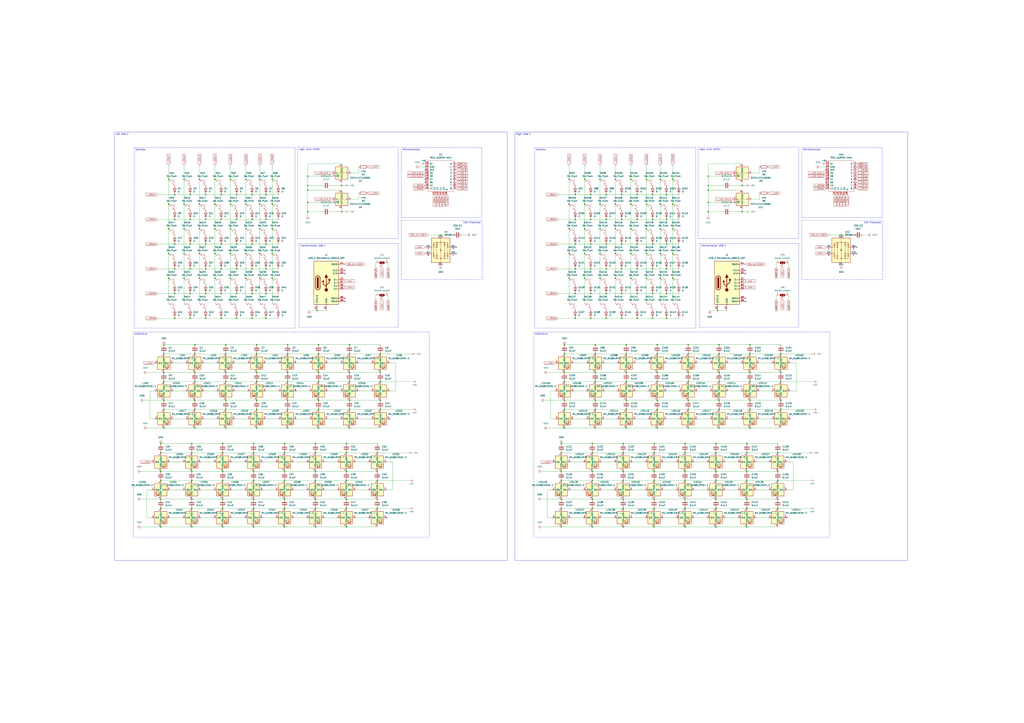
<source format=kicad_sch>
(kicad_sch (version 20250114) (generator "eeschema") (generator_version "9.0")
  (paper "A1")
  (title_block (title "SplitKeeb Left"))
  (text_box "NEOPIXELS\n" (at 438.404 272.796 0) (size 243.078 168.656) (margins 0.9525 0.9525 0.9525 0.9525) (stroke (width 0) (type dash)) (effects (font (size 1.27 1.27)) (justify left top)))
  (text_box "Right Side !" (at 422.91 108.458 0) (size 322.58 352.044) (margins 0.9525 0.9525 0.9525 0.9525) (effects (font (size 1.27 1.27)) (justify left top)))
  (text_box "ESD Protection" (at 329.438 181.102 0) (size 66.548 48.514) (margins 0.9525 0.9525 0.9525 0.9525) (stroke (width 0) (type dash)) (effects (font (size 1.27 1.27)) (justify right top)))
  (text_box "Interconnector USB C" (at 574.548 200.152 0) (size 81.534 68.834) (margins 0.9525 0.9525 0.9525 0.9525) (stroke (width 0) (type dash)) (effects (font (size 1.27 1.27)) (justify left top)))
  (text_box "Logic level shifter" (at 244.348 120.904 0) (size 82.804 75.184) (margins 0.9525 0.9525 0.9525 0.9525) (stroke (width 0) (type dash)) (effects (font (size 1.27 1.27)) (justify left top)))
  (text_box "Microcontroller" (at 658.622 121.158 0) (size 66.04 57.658) (margins 0.9525 0.9525 0.9525 0.9525) (stroke (width 0) (type dash)) (effects (font (size 1.27 1.27)) (justify left top)))
  (text_box "Interconnector USB C" (at 245.618 200.152 0) (size 81.534 68.834) (margins 0.9525 0.9525 0.9525 0.9525) (stroke (width 0) (type dash)) (effects (font (size 1.27 1.27)) (justify left top)))
  (text_box "Switches" (at 439.166 121.158 0) (size 132.08 148.59) (margins 0.9525 0.9525 0.9525 0.9525) (stroke (width 0) (type dash)) (effects (font (size 1.27 1.27)) (justify left top)))
  (text_box "Logic level shifter" (at 573.278 120.904 0) (size 82.804 75.184) (margins 0.9525 0.9525 0.9525 0.9525) (stroke (width 0) (type dash)) (effects (font (size 1.27 1.27)) (justify left top)))
  (text_box "NEOPIXELS\n" (at 109.474 272.796 0) (size 243.078 168.656) (margins 0.9525 0.9525 0.9525 0.9525) (stroke (width 0) (type dash)) (effects (font (size 1.27 1.27)) (justify left top)))
  (text_box "Switches" (at 110.236 121.158 0) (size 132.08 148.59) (margins 0.9525 0.9525 0.9525 0.9525) (stroke (width 0) (type dash)) (effects (font (size 1.27 1.27)) (justify left top)))
  (text_box "Microcontroller" (at 329.692 121.158 0) (size 66.04 57.658) (margins 0.9525 0.9525 0.9525 0.9525) (stroke (width 0) (type dash)) (effects (font (size 1.27 1.27)) (justify left top)))
  (text_box "ESD Protection" (at 658.368 181.102 0) (size 66.548 48.514) (margins 0.9525 0.9525 0.9525 0.9525) (stroke (width 0) (type dash)) (effects (font (size 1.27 1.27)) (justify right top)))
  (text_box "Left Side !" (at 93.98 108.458 0) (size 322.58 352.044) (margins 0.9525 0.9525 0.9525 0.9525) (effects (font (size 1.27 1.27)) (justify left top)))
  (junction (at 539.75 336.55))
  (junction (at 486.41 387.35))
  (junction (at 176.53 147.32))
  (junction (at 213.36 167.64))
  (junction (at 613.41 394.97))
  (junction (at 201.93 167.64))
  (junction (at 143.51 200.66))
  (junction (at 486.41 364.49))
  (junction (at 185.42 336.55))
  (junction (at 480.06 208.28))
  (junction (at 260.35 255.27))
  (junction (at 535.94 261.62))
  (junction (at 511.81 394.97))
  (junction (at 463.55 336.55))
  (junction (at 176.53 187.96))
  (junction (at 523.24 160.02))
  (junction (at 485.14 160.02))
  (junction (at 609.6 173.99))
  (junction (at 537.21 417.83))
  (junction (at 284.48 372.11))
  (junction (at 213.36 187.96))
  (junction (at 284.48 364.49))
  (junction (at 138.43 208.28))
  (junction (at 138.43 167.64))
  (junction (at 163.83 147.32))
  (junction (at 510.54 241.3))
  (junction (at 233.68 410.21))
  (junction (at 467.36 228.6))
  (junction (at 535.94 160.02))
  (junction (at 581.66 156.21))
  (junction (at 486.41 417.83))
  (junction (at 287.02 306.07))
  (junction (at 461.01 417.83))
  (junction (at 261.62 313.69))
  (junction (at 615.95 290.83))
  (junction (at 641.35 306.07))
  (junction (at 510.54 180.34))
  (junction (at 210.82 290.83))
  (junction (at 485.14 220.98))
  (junction (at 485.14 200.66))
  (junction (at 151.13 167.64))
  (junction (at 486.41 433.07))
  (junction (at 207.01 160.02))
  (junction (at 143.51 220.98))
  (junction (at 138.43 147.32))
  (junction (at 565.15 283.21))
  (junction (at 156.21 220.98))
  (junction (at 590.55 351.79))
  (junction (at 581.66 152.4))
  (junction (at 312.42 313.69))
  (junction (at 514.35 351.79))
  (junction (at 287.02 351.79))
  (junction (at 168.91 241.3))
  (junction (at 467.36 167.64))
  (junction (at 488.95 306.07))
  (junction (at 210.82 336.55))
  (junction (at 463.55 313.69))
  (junction (at 284.48 410.21))
  (junction (at 523.24 200.66))
  (junction (at 134.62 351.79))
  (junction (at 223.52 208.28))
  (junction (at 261.62 290.83))
  (junction (at 168.91 261.62))
  (junction (at 461.01 433.07))
  (junction (at 176.53 208.28))
  (junction (at 463.55 283.21))
  (junction (at 518.16 187.96))
  (junction (at 511.81 387.35))
  (junction (at 163.83 167.64))
  (junction (at 284.48 433.07))
  (junction (at 163.83 187.96))
  (junction (at 287.02 328.93))
  (junction (at 472.44 261.62))
  (junction (at 588.01 417.83))
  (junction (at 486.41 372.11))
  (junction (at 472.44 180.34))
  (junction (at 530.86 167.64))
  (junction (at 134.62 306.07))
  (junction (at 259.08 433.07))
  (junction (at 510.54 200.66))
  (junction (at 505.46 167.64))
  (junction (at 210.82 313.69))
  (junction (at 181.61 241.3))
  (junction (at 259.08 372.11))
  (junction (at 157.48 364.49))
  (junction (at 134.62 336.55))
  (junction (at 236.22 328.93))
  (junction (at 488.95 290.83))
  (junction (at 168.91 220.98))
  (junction (at 505.46 147.32))
  (junction (at 511.81 372.11))
  (junction (at 181.61 200.66))
  (junction (at 138.43 228.6))
  (junction (at 480.06 147.32))
  (junction (at 361.95 193.04))
  (junction (at 151.13 147.32))
  (junction (at 182.88 394.97))
  (junction (at 535.94 180.34))
  (junction (at 261.62 283.21))
  (junction (at 236.22 290.83))
  (junction (at 236.22 283.21))
  (junction (at 156.21 160.02))
  (junction (at 236.22 351.79))
  (junction (at 210.82 306.07))
  (junction (at 157.48 410.21))
  (junction (at 223.52 147.32))
  (junction (at 613.41 417.83))
  (junction (at 280.67 152.4))
  (junction (at 562.61 394.97))
  (junction (at 208.28 394.97))
  (junction (at 562.61 387.35))
  (junction (at 539.75 313.69))
  (junction (at 208.28 433.07))
  (junction (at 223.52 167.64))
  (junction (at 488.95 313.69))
  (junction (at 287.02 336.55))
  (junction (at 588.01 364.49))
  (junction (at 497.84 261.62))
  (junction (at 208.28 387.35))
  (junction (at 565.15 306.07))
  (junction (at 565.15 328.93))
  (junction (at 168.91 180.34))
  (junction (at 638.81 372.11))
  (junction (at 539.75 328.93))
  (junction (at 201.93 228.6))
  (junction (at 312.42 328.93))
  (junction (at 132.08 394.97))
  (junction (at 638.81 394.97))
  (junction (at 514.35 328.93))
  (junction (at 312.42 290.83))
  (junction (at 505.46 228.6))
  (junction (at 160.02 336.55))
  (junction (at 280.67 173.99))
  (junction (at 143.51 160.02))
  (junction (at 309.88 417.83))
  (junction (at 201.93 208.28))
  (junction (at 461.01 410.21))
  (junction (at 537.21 364.49))
  (junction (at 160.02 328.93))
  (junction (at 189.23 167.64))
  (junction (at 497.84 220.98))
  (junction (at 157.48 433.07))
  (junction (at 615.95 351.79))
  (junction (at 185.42 351.79))
  (junction (at 259.08 410.21))
  (junction (at 542.29 147.32))
  (junction (at 181.61 180.34))
  (junction (at 168.91 160.02))
  (junction (at 552.45 228.6))
  (junction (at 185.42 328.93))
  (junction (at 497.84 160.02))
  (junction (at 615.95 306.07))
  (junction (at 511.81 364.49))
  (junction (at 182.88 387.35))
  (junction (at 208.28 417.83))
  (junction (at 641.35 290.83))
  (junction (at 518.16 147.32))
  (junction (at 463.55 290.83))
  (junction (at 213.36 208.28))
  (junction (at 210.82 283.21))
  (junction (at 309.88 394.97))
  (junction (at 562.61 433.07))
  (junction (at 539.75 306.07))
  (junction (at 562.61 417.83))
  (junction (at 530.86 147.32))
  (junction (at 472.44 160.02))
  (junction (at 156.21 241.3))
  (junction (at 590.55 290.83))
  (junction (at 514.35 313.69))
  (junction (at 134.62 313.69))
  (junction (at 615.95 328.93))
  (junction (at 157.48 394.97))
  (junction (at 581.66 144.78))
  (junction (at 463.55 306.07))
  (junction (at 201.93 147.32))
  (junction (at 523.24 180.34))
  (junction (at 182.88 433.07))
  (junction (at 552.45 167.64))
  (junction (at 537.21 387.35))
  (junction (at 134.62 283.21))
  (junction (at 218.44 160.02))
  (junction (at 312.42 306.07))
  (junction (at 615.95 313.69))
  (junction (at 132.08 372.11))
  (junction (at 535.94 200.66))
  (junction (at 615.95 283.21))
  (junction (at 514.35 290.83))
  (junction (at 252.73 152.4))
  (junction (at 157.48 387.35))
  (junction (at 547.37 200.66))
  (junction (at 690.88 193.04))
  (junction (at 189.23 147.32))
  (junction (at 497.84 180.34))
  (junction (at 210.82 328.93))
  (junction (at 233.68 372.11))
  (junction (at 613.41 433.07))
  (junction (at 547.37 220.98))
  (junction (at 261.62 336.55))
  (junction (at 589.28 255.27))
  (junction (at 151.13 208.28))
  (junction (at 542.29 167.64))
  (junction (at 590.55 336.55))
  (junction (at 252.73 144.78))
  (junction (at 537.21 433.07))
  (junction (at 547.37 180.34))
  (junction (at 518.16 167.64))
  (junction (at 588.01 387.35))
  (junction (at 309.88 372.11))
  (junction (at 252.73 173.99))
  (junction (at 581.66 166.37))
  (junction (at 535.94 241.3))
  (junction (at 194.31 261.62))
  (junction (at 259.08 394.97))
  (junction (at 463.55 351.79))
  (junction (at 565.15 290.83))
  (junction (at 613.41 364.49))
  (junction (at 492.76 167.64))
  (junction (at 486.41 394.97))
  (junction (at 480.06 167.64))
  (junction (at 261.62 351.79))
  (junction (at 492.76 187.96))
  (junction (at 641.35 328.93))
  (junction (at 157.48 372.11))
  (junction (at 218.44 200.66))
  (junction (at 472.44 241.3))
  (junction (at 194.31 160.02))
  (junction (at 547.37 160.02))
  (junction (at 547.37 261.62))
  (junction (at 615.95 336.55))
  (junction (at 163.83 228.6))
  (junction (at 233.68 417.83))
  (junction (at 134.62 290.83))
  (junction (at 218.44 241.3))
  (junction (at 511.81 417.83))
  (junction (at 492.76 228.6))
  (junction (at 552.45 208.28))
  (junction (at 588.01 372.11))
  (junction (at 539.75 283.21))
  (junction (at 552.45 147.32))
  (junction (at 590.55 313.69))
  (junction (at 542.29 208.28))
  (junction (at 218.44 261.62))
  (junction (at 132.08 417.83))
  (junction (at 588.01 433.07))
  (junction (at 497.84 200.66))
  (junction (at 505.46 187.96))
  (junction (at 181.61 261.62))
  (junction (at 194.31 241.3))
  (junction (at 223.52 228.6))
  (junction (at 223.52 187.96))
  (junction (at 539.75 351.79))
  (junction (at 185.42 290.83))
  (junction (at 284.48 387.35))
  (junction (at 461.01 372.11))
  (junction (at 182.88 364.49))
  (junction (at 134.62 328.93))
  (junction (at 537.21 394.97))
  (junction (at 638.81 410.21))
  (junction (at 160.02 306.07))
  (junction (at 472.44 220.98))
  (junction (at 259.08 417.83))
  (junction (at 461.01 364.49))
  (junction (at 539.75 290.83))
  (junction (at 613.41 410.21))
  (junction (at 236.22 336.55))
  (junction (at 132.08 364.49))
  (junction (at 514.35 336.55))
  (junction (at 461.01 394.97))
  (junction (at 194.31 200.66))
  (junction (at 552.45 187.96))
  (junction (at 160.02 351.79))
  (junction (at 492.76 208.28))
  (junction (at 207.01 180.34))
  (junction (at 609.6 152.4))
  (junction (at 613.41 387.35))
  (junction (at 207.01 241.3))
  (junction (at 488.95 328.93))
  (junction (at 156.21 261.62))
  (junction (at 156.21 200.66))
  (junction (at 156.21 180.34))
  (junction (at 518.16 208.28))
  (junction (at 486.41 410.21))
  (junction (at 176.53 228.6))
  (junction (at 132.08 387.35))
  (junction (at 514.35 283.21))
  (junction (at 208.28 372.11))
  (junction (at 613.41 372.11))
  (junction (at 488.95 351.79))
  (junction (at 638.81 387.35))
  (junction (at 590.55 328.93))
  (junction (at 207.01 200.66))
  (junction (at 461.01 387.35))
  (junction (at 309.88 387.35))
  (junction (at 185.42 283.21))
  (junction (at 201.93 187.96))
  (junction (at 132.08 410.21))
  (junction (at 236.22 313.69))
  (junction (at 182.88 417.83))
  (junction (at 590.55 306.07))
  (junction (at 309.88 410.21))
  (junction (at 510.54 261.62))
  (junction (at 312.42 336.55))
  (junction (at 537.21 372.11))
  (junction (at 252.73 166.37))
  (junction (at 565.15 336.55))
  (junction (at 185.42 306.07))
  (junction (at 189.23 228.6))
  (junction (at 189.23 208.28))
  (junction (at 208.28 410.21))
  (junction (at 194.31 220.98))
  (junction (at 132.08 433.07))
  (junction (at 588.01 410.21))
  (junction (at 472.44 200.66))
  (junction (at 182.88 410.21))
  (junction (at 181.61 160.02))
  (junction (at 210.82 351.79))
  (junction (at 143.51 241.3))
  (junction (at 565.15 313.69))
  (junction (at 189.23 187.96))
  (junction (at 535.94 220.98))
  (junction (at 284.48 417.83))
  (junction (at 565.15 351.79))
  (junction (at 287.02 313.69))
  (junction (at 467.36 187.96))
  (junction (at 207.01 220.98))
  (junction (at 562.61 410.21))
  (junction (at 259.08 364.49))
  (junction (at 287.02 290.83))
  (junction (at 523.24 261.62))
  (junction (at 467.36 208.28))
  (junction (at 530.86 187.96))
  (junction (at 143.51 180.34))
  (junction (at 485.14 180.34))
  (junction (at 562.61 364.49))
  (junction (at 492.76 147.32))
  (junction (at 641.35 313.69))
  (junction (at 511.81 410.21))
  (junction (at 485.14 261.62))
  (junction (at 207.01 261.62))
  (junction (at 547.37 241.3))
  (junction (at 233.68 364.49))
  (junction (at 497.84 241.3))
  (junction (at 542.29 187.96))
  (junction (at 480.06 187.96))
  (junction (at 160.02 313.69))
  (junction (at 505.46 208.28))
  (junction (at 194.31 180.34))
  (junction (at 213.36 228.6))
  (junction (at 542.29 228.6))
  (junction (at 233.68 433.07))
  (junction (at 510.54 160.02))
  (junction (at 181.61 220.98))
  (junction (at 151.13 187.96))
  (junction (at 168.91 200.66))
  (junction (at 143.51 261.62))
  (junction (at 259.08 387.35))
  (junction (at 511.81 433.07))
  (junction (at 261.62 328.93))
  (junction (at 523.24 220.98))
  (junction (at 530.86 208.28))
  (junction (at 537.21 410.21))
  (junction (at 218.44 180.34))
  (junction (at 160.02 283.21))
  (junction (at 287.02 283.21))
  (junction (at 480.06 228.6))
  (junction (at 510.54 220.98))
  (junction (at 590.55 283.21))
  (junction (at 641.35 336.55))
  (junction (at 530.86 228.6))
  (junction (at 151.13 228.6))
  (junction (at 163.83 208.28))
  (junction (at 160.02 290.83))
  (junction (at 485.14 241.3))
  (junction (at 562.61 372.11))
  (junction (at 157.48 417.83))
  (junction (at 233.68 394.97))
  (junction (at 581.66 173.99))
  (junction (at 518.16 228.6))
  (junction (at 213.36 147.32))
  (junction (at 523.24 241.3))
  (junction (at 588.01 394.97))
  (junction (at 488.95 336.55))
  (junction (at 176.53 167.64))
  (junction (at 252.73 156.21))
  (junction (at 185.42 313.69))
  (junction (at 463.55 328.93))
  (junction (at 284.48 394.97))
  (junction (at 261.62 306.07))
  (junction (at 208.28 364.49))
  (junction (at 638.81 417.83))
  (junction (at 182.88 372.11))
  (junction (at 467.36 147.32))
  (junction (at 138.43 187.96))
  (junction (at 514.35 306.07))
  (junction (at 236.22 306.07))
  (junction (at 233.68 387.35))
  (junction (at 488.95 283.21))
  (junction (at 218.44 220.98))
  (no_connect (at 646.43 425.45))
  (no_connect (at 349.25 139.7))
  (no_connect (at 283.21 247.65))
  (no_connect (at 283.21 222.25))
  (no_connect (at 648.97 344.17))
  (no_connect (at 678.18 147.32))
  (no_connect (at 612.14 247.65))
  (no_connect (at 612.14 222.25))
  (no_connect (at 283.21 245.11))
  (no_connect (at 612.14 224.79))
  (no_connect (at 374.65 203.2))
  (no_connect (at 703.58 208.28))
  (no_connect (at 703.58 203.2))
  (no_connect (at 349.25 147.32))
  (no_connect (at 349.25 149.86))
  (no_connect (at 317.5 425.45))
  (no_connect (at 678.18 149.86))
  (no_connect (at 283.21 224.79))
  (no_connect (at 320.04 344.17))
  (no_connect (at 374.65 208.28))
  (no_connect (at 612.14 245.11))
  (no_connect (at 678.18 139.7))
  (wire (pts (xy 294.64 298.45) (xy 304.8 298.45)))
  (wire (pts (xy 590.55 283.21) (xy 615.95 283.21)))
  (wire (pts (xy 160.02 283.21) (xy 185.42 283.21)))
  (wire (pts (xy 210.82 328.93) (xy 236.22 328.93)))
  (wire (pts (xy 562.61 394.97) (xy 588.01 394.97)))
  (wire (pts (xy 287.02 283.21) (xy 312.42 283.21)))
  (wire (pts (xy 252.73 144.78) (xy 252.73 152.4)))
  (wire (pts (xy 325.12 321.31) (xy 320.04 321.31)))
  (wire (pts (xy 461.01 433.07) (xy 444.5 433.07)))
  (wire (pts (xy 210.82 290.83) (xy 236.22 290.83)))
  (wire (pts (xy 236.22 328.93) (xy 261.62 328.93)))
  (wire (pts (xy 241.3 379.73) (xy 251.46 379.73)))
  (wire (pts (xy 505.46 167.64) (xy 505.46 187.96)))
  (wire (pts (xy 143.51 220.98) (xy 156.21 220.98)))
  (wire (pts (xy 449.58 402.59) (xy 453.39 402.59)))
  (wire (pts (xy 157.48 394.97) (xy 182.88 394.97)))
  (wire (pts (xy 194.31 180.34) (xy 207.01 180.34)))
  (wire (pts (xy 208.28 364.49) (xy 233.68 364.49)))
  (wire (pts (xy 218.44 220.98) (xy 228.6 220.98)))
  (wire (pts (xy 259.08 372.11) (xy 284.48 372.11)))
  (wire (pts (xy 547.37 220.98) (xy 557.53 220.98)))
  (wire (pts (xy 461.01 410.21) (xy 444.5 410.21)))
  (wire (pts (xy 318.77 219.71) (xy 318.77 215.9)))
  (wire (pts (xy 283.21 173.99) (xy 280.67 173.99)))
  (wire (pts (xy 182.88 410.21) (xy 208.28 410.21)))
  (wire (pts (xy 252.73 173.99) (xy 252.73 166.37)))
  (wire (pts (xy 143.51 241.3) (xy 156.21 241.3)))
  (wire (pts (xy 612.14 173.99) (xy 609.6 173.99)))
  (wire (pts (xy 544.83 425.45) (xy 554.99 425.45)))
  (wire (pts (xy 485.14 180.34) (xy 497.84 180.34)))
  (wire (pts (xy 292.1 425.45) (xy 302.26 425.45)))
  (wire (pts (xy 139.7 402.59) (xy 149.86 402.59)))
  (wire (pts (xy 581.66 152.4) (xy 581.66 156.21)))
  (wire (pts (xy 181.61 180.34) (xy 194.31 180.34)))
  (wire (pts (xy 581.66 134.62) (xy 581.66 144.78)))
  (wire (pts (xy 288.29 142.24) (xy 294.64 142.24)))
  (wire (pts (xy 588.01 417.83) (xy 613.41 417.83)))
  (wire (pts (xy 163.83 208.28) (xy 163.83 228.6)))
  (wire (pts (xy 593.09 173.99) (xy 581.66 173.99)))
  (wire (pts (xy 480.06 208.28) (xy 480.06 228.6)))
  (wire (pts (xy 129.54 180.34) (xy 143.51 180.34)))
  (wire (pts (xy 595.63 379.73) (xy 605.79 379.73)))
  (wire (pts (xy 542.29 208.28) (xy 542.29 228.6)))
  (wire (pts (xy 497.84 261.62) (xy 510.54 261.62)))
  (wire (pts (xy 259.08 394.97) (xy 284.48 394.97)))
  (wire (pts (xy 142.24 344.17) (xy 152.4 344.17)))
  (wire (pts (xy 612.14 229.87) (xy 612.14 232.41)))
  (wire (pts (xy 572.77 344.17) (xy 582.93 344.17)))
  (wire (pts (xy 283.21 152.4) (xy 280.67 152.4)))
  (wire (pts (xy 261.62 328.93) (xy 287.02 328.93)))
  (wire (pts (xy 207.01 261.62) (xy 218.44 261.62)))
  (wire (pts (xy 613.41 387.35) (xy 638.81 387.35)))
  (wire (pts (xy 252.73 152.4) (xy 252.73 156.21)))
  (wire (pts (xy 134.62 313.69) (xy 160.02 313.69)))
  (wire (pts (xy 565.15 290.83) (xy 590.55 290.83)))
  (wire (pts (xy 523.24 261.62) (xy 535.94 261.62)))
  (wire (pts (xy 593.09 152.4) (xy 581.66 152.4)))
  (wire (pts (xy 322.58 379.73) (xy 322.58 402.59)))
  (wire (pts (xy 185.42 290.83) (xy 210.82 290.83)))
  (wire (pts (xy 535.94 220.98) (xy 547.37 220.98)))
  (wire (pts (xy 485.14 261.62) (xy 497.84 261.62)))
  (wire (pts (xy 492.76 167.64) (xy 492.76 187.96)))
  (wire (pts (xy 562.61 364.49) (xy 588.01 364.49)))
  (wire (pts (xy 572.77 298.45) (xy 582.93 298.45)))
  (wire (pts (xy 142.24 321.31) (xy 152.4 321.31)))
  (wire (pts (xy 168.91 241.3) (xy 181.61 241.3)))
  (wire (pts (xy 167.64 344.17) (xy 177.8 344.17)))
  (wire (pts (xy 260.35 255.27) (xy 267.97 255.27)))
  (wire (pts (xy 609.6 134.62) (xy 581.66 134.62)))
  (wire (pts (xy 157.48 433.07) (xy 182.88 433.07)))
  (wire (pts (xy 461.01 410.21) (xy 486.41 410.21)))
  (wire (pts (xy 163.83 167.64) (xy 163.83 187.96)))
  (wire (pts (xy 530.86 147.32) (xy 530.86 167.64)))
  (wire (pts (xy 486.41 433.07) (xy 511.81 433.07)))
  (wire (pts (xy 115.57 387.35) (xy 132.08 387.35)))
  (wire (pts (xy 123.19 344.17) (xy 127 344.17)))
  (wire (pts (xy 582.93 255.27) (xy 589.28 255.27)))
  (wire (pts (xy 325.12 298.45) (xy 325.12 321.31)))
  (wire (pts (xy 486.41 394.97) (xy 511.81 394.97)))
  (wire (pts (xy 181.61 220.98) (xy 194.31 220.98)))
  (wire (pts (xy 615.95 328.93) (xy 641.35 328.93)))
  (wire (pts (xy 463.55 306.07) (xy 488.95 306.07)))
  (wire (pts (xy 190.5 402.59) (xy 200.66 402.59)))
  (wire (pts (xy 492.76 187.96) (xy 492.76 208.28)))
  (wire (pts (xy 472.44 160.02) (xy 485.14 160.02)))
  (wire (pts (xy 590.55 351.79) (xy 615.95 351.79)))
  (wire (pts (xy 467.36 167.64) (xy 467.36 187.96)))
  (wire (pts (xy 535.94 160.02) (xy 547.37 160.02)))
  (wire (pts (xy 480.06 228.6) (xy 480.06 248.92)))
  (wire (pts (xy 552.45 135.89) (xy 552.45 147.32)))
  (wire (pts (xy 613.41 394.97) (xy 638.81 394.97)))
  (wire (pts (xy 132.08 433.07) (xy 115.57 433.07)))
  (wire (pts (xy 189.23 187.96) (xy 189.23 208.28)))
  (wire (pts (xy 486.41 410.21) (xy 511.81 410.21)))
  (wire (pts (xy 132.08 410.21) (xy 157.48 410.21)))
  (wire (pts (xy 156.21 180.34) (xy 168.91 180.34)))
  (wire (pts (xy 151.13 228.6) (xy 151.13 248.92)))
  (wire (pts (xy 208.28 433.07) (xy 233.68 433.07)))
  (wire (pts (xy 552.45 208.28) (xy 552.45 228.6)))
  (wire (pts (xy 468.63 425.45) (xy 478.79 425.45)))
  (wire (pts (xy 542.29 167.64) (xy 542.29 187.96)))
  (wire (pts (xy 218.44 321.31) (xy 228.6 321.31)))
  (wire (pts (xy 236.22 290.83) (xy 261.62 290.83)))
  (wire (pts (xy 544.83 402.59) (xy 554.99 402.59)))
  (wire (pts (xy 480.06 187.96) (xy 480.06 208.28)))
  (wire (pts (xy 530.86 167.64) (xy 530.86 187.96)))
  (wire (pts (xy 259.08 364.49) (xy 284.48 364.49)))
  (wire (pts (xy 562.61 387.35) (xy 588.01 387.35)))
  (wire (pts (xy 458.47 220.98) (xy 472.44 220.98)))
  (wire (pts (xy 322.58 402.59) (xy 317.5 402.59)))
  (wire (pts (xy 510.54 241.3) (xy 523.24 241.3)))
  (wire (pts (xy 283.21 229.87) (xy 283.21 232.41)))
  (wire (pts (xy 261.62 290.83) (xy 287.02 290.83)))
  (wire (pts (xy 461.01 364.49) (xy 486.41 364.49)))
  (wire (pts (xy 201.93 228.6) (xy 201.93 248.92)))
  (wire (pts (xy 588.01 387.35) (xy 613.41 387.35)))
  (wire (pts (xy 623.57 163.83) (xy 623.57 158.75)))
  (wire (pts (xy 156.21 160.02) (xy 168.91 160.02)))
  (wire (pts (xy 118.11 328.93) (xy 134.62 328.93)))
  (wire (pts (xy 463.55 351.79) (xy 488.95 351.79)))
  (wire (pts (xy 213.36 167.64) (xy 213.36 187.96)))
  (wire (pts (xy 613.41 410.21) (xy 638.81 410.21)))
  (wire (pts (xy 207.01 180.34) (xy 218.44 180.34)))
  (wire (pts (xy 241.3 402.59) (xy 251.46 402.59)))
  (wire (pts (xy 233.68 364.49) (xy 259.08 364.49)))
  (wire (pts (xy 182.88 364.49) (xy 208.28 364.49)))
  (wire (pts (xy 269.24 321.31) (xy 279.4 321.31)))
  (wire (pts (xy 213.36 208.28) (xy 213.36 228.6)))
  (wire (pts (xy 519.43 425.45) (xy 529.59 425.45)))
  (wire (pts (xy 208.28 387.35) (xy 233.68 387.35)))
  (wire (pts (xy 236.22 351.79) (xy 261.62 351.79)))
  (wire (pts (xy 488.95 283.21) (xy 514.35 283.21)))
  (wire (pts (xy 449.58 306.07) (xy 463.55 306.07)))
  (wire (pts (xy 485.14 160.02) (xy 497.84 160.02)))
  (wire (pts (xy 511.81 394.97) (xy 537.21 394.97)))
  (wire (pts (xy 480.06 167.64) (xy 480.06 187.96)))
  (wire (pts (xy 284.48 394.97) (xy 309.88 394.97)))
  (wire (pts (xy 236.22 336.55) (xy 261.62 336.55)))
  (wire (pts (xy 547.37 344.17) (xy 557.53 344.17)))
  (wire (pts (xy 461.01 417.83) (xy 486.41 417.83)))
  (wire (pts (xy 581.66 156.21) (xy 609.6 156.21)))
  (wire (pts (xy 280.67 134.62) (xy 252.73 134.62)))
  (wire (pts (xy 468.63 379.73) (xy 478.79 379.73)))
  (wire (pts (xy 287.02 290.83) (xy 312.42 290.83)))
  (wire (pts (xy 623.57 344.17) (xy 633.73 344.17)))
  (wire (pts (xy 151.13 135.89) (xy 151.13 147.32)))
  (wire (pts (xy 142.24 298.45) (xy 152.4 298.45)))
  (wire (pts (xy 518.16 147.32) (xy 518.16 167.64)))
  (wire (pts (xy 623.57 298.45) (xy 633.73 298.45)))
  (wire (pts (xy 132.08 410.21) (xy 115.57 410.21)))
  (wire (pts (xy 259.08 387.35) (xy 284.48 387.35)))
  (wire (pts (xy 496.57 344.17) (xy 506.73 344.17)))
  (wire (pts (xy 590.55 306.07) (xy 615.95 306.07)))
  (wire (pts (xy 213.36 135.89) (xy 213.36 147.32)))
  (wire (pts (xy 463.55 283.21) (xy 488.95 283.21)))
  (wire (pts (xy 537.21 372.11) (xy 562.61 372.11)))
  (wire (pts (xy 647.7 219.71) (xy 647.7 215.9)))
  (wire (pts (xy 612.14 152.4) (xy 609.6 152.4)))
  (wire (pts (xy 252.73 156.21) (xy 252.73 166.37)))
  (wire (pts (xy 182.88 394.97) (xy 208.28 394.97)))
  (wire (pts (xy 185.42 306.07) (xy 210.82 306.07)))
  (wire (pts (xy 143.51 180.34) (xy 156.21 180.34)))
  (wire (pts (xy 210.82 351.79) (xy 236.22 351.79)))
  (wire (pts (xy 590.55 336.55) (xy 615.95 336.55)))
  (wire (pts (xy 143.51 261.62) (xy 156.21 261.62)))
  (wire (pts (xy 570.23 402.59) (xy 580.39 402.59)))
  (wire (pts (xy 189.23 147.32) (xy 189.23 167.64)))
  (wire (pts (xy 547.37 298.45) (xy 557.53 298.45)))
  (wire (pts (xy 581.66 166.37) (xy 601.98 166.37)))
  (wire (pts (xy 151.13 208.28) (xy 151.13 228.6)))
  (wire (pts (xy 156.21 220.98) (xy 168.91 220.98)))
  (wire (pts (xy 236.22 283.21) (xy 261.62 283.21)))
  (wire (pts (xy 542.29 228.6) (xy 542.29 248.92)))
  (wire (pts (xy 562.61 433.07) (xy 588.01 433.07)))
  (wire (pts (xy 615.95 306.07) (xy 641.35 306.07)))
  (wire (pts (xy 609.6 149.86) (xy 609.6 152.4)))
  (wire (pts (xy 176.53 147.32) (xy 176.53 167.64)))
  (wire (pts (xy 613.41 372.11) (xy 638.81 372.11)))
  (wire (pts (xy 514.35 351.79) (xy 539.75 351.79)))
  (wire (pts (xy 138.43 135.89) (xy 138.43 147.32)))
  (wire (pts (xy 132.08 387.35) (xy 157.48 387.35)))
  (wire (pts (xy 312.42 336.55) (xy 339.09 336.55)))
  (wire (pts (xy 151.13 147.32) (xy 151.13 167.64)))
  (wire (pts (xy 207.01 220.98) (xy 218.44 220.98)))
  (wire (pts (xy 565.15 351.79) (xy 590.55 351.79)))
  (wire (pts (xy 233.68 394.97) (xy 259.08 394.97)))
  (wire (pts (xy 488.95 313.69) (xy 514.35 313.69)))
  (wire (pts (xy 132.08 417.83) (xy 157.48 417.83)))
  (wire (pts (xy 261.62 306.07) (xy 287.02 306.07)))
  (wire (pts (xy 259.08 410.21) (xy 284.48 410.21)))
  (wire (pts (xy 514.35 306.07) (xy 539.75 306.07)))
  (wire (pts (xy 637.54 246.38) (xy 637.54 242.57)))
  (wire (pts (xy 539.75 313.69) (xy 565.15 313.69)))
  (wire (pts (xy 617.22 142.24) (xy 623.57 142.24)))
  (wire (pts (xy 497.84 180.34) (xy 510.54 180.34)))
  (wire (pts (xy 595.63 402.59) (xy 605.79 402.59)))
  (wire (pts (xy 463.55 290.83) (xy 488.95 290.83)))
  (wire (pts (xy 565.15 328.93) (xy 590.55 328.93)))
  (wire (pts (xy 185.42 328.93) (xy 210.82 328.93)))
  (wire (pts (xy 160.02 351.79) (xy 185.42 351.79)))
  (wire (pts (xy 612.14 234.95) (xy 612.14 237.49)))
  (wire (pts (xy 589.28 255.27) (xy 596.9 255.27)))
  (wire (pts (xy 472.44 180.34) (xy 485.14 180.34)))
  (wire (pts (xy 518.16 187.96) (xy 518.16 208.28)))
  (wire (pts (xy 181.61 261.62) (xy 194.31 261.62)))
  (wire (pts (xy 641.35 313.69) (xy 668.02 313.69)))
  (wire (pts (xy 132.08 364.49) (xy 157.48 364.49)))
  (wire (pts (xy 223.52 187.96) (xy 223.52 208.28)))
  (wire (pts (xy 523.24 220.98) (xy 535.94 220.98)))
  (wire (pts (xy 132.08 372.11) (xy 157.48 372.11)))
  (wire (pts (xy 514.35 336.55) (xy 539.75 336.55)))
  (wire (pts (xy 497.84 160.02) (xy 510.54 160.02)))
  (wire (pts (xy 519.43 402.59) (xy 529.59 402.59)))
  (wire (pts (xy 514.35 283.21) (xy 539.75 283.21)))
  (wire (pts (xy 308.61 219.71) (xy 308.61 215.9)))
  (wire (pts (xy 207.01 241.3) (xy 218.44 241.3)))
  (wire (pts (xy 664.21 372.11) (xy 638.81 372.11)))
  (wire (pts (xy 613.41 364.49) (xy 638.81 364.49)))
  (wire (pts (xy 292.1 402.59) (xy 302.26 402.59)))
  (wire (pts (xy 264.16 173.99) (xy 252.73 173.99)))
  (wire (pts (xy 609.6 173.99) (xy 609.6 171.45)))
  (wire (pts (xy 547.37 160.02) (xy 557.53 160.02)))
  (wire (pts (xy 547.37 261.62) (xy 557.53 261.62)))
  (wire (pts (xy 129.54 200.66) (xy 143.51 200.66)))
  (wire (pts (xy 284.48 417.83) (xy 309.88 417.83)))
  (wire (pts (xy 233.68 372.11) (xy 259.08 372.11)))
  (wire (pts (xy 647.7 246.38) (xy 647.7 242.57)))
  (wire (pts (xy 233.68 417.83) (xy 259.08 417.83)))
  (wire (pts (xy 132.08 394.97) (xy 157.48 394.97)))
  (wire (pts (xy 176.53 228.6) (xy 176.53 248.92)))
  (wire (pts (xy 565.15 306.07) (xy 590.55 306.07)))
  (wire (pts (xy 223.52 147.32) (xy 223.52 167.64)))
  (wire (pts (xy 537.21 387.35) (xy 562.61 387.35)))
  (wire (pts (xy 449.58 425.45) (xy 453.39 425.45)))
  (wire (pts (xy 514.35 313.69) (xy 539.75 313.69)))
  (wire (pts (xy 537.21 433.07) (xy 562.61 433.07)))
  (wire (pts (xy 284.48 372.11) (xy 309.88 372.11)))
  (wire (pts (xy 562.61 410.21) (xy 588.01 410.21)))
  (wire (pts (xy 218.44 241.3) (xy 228.6 241.3)))
  (wire (pts (xy 458.47 261.62) (xy 472.44 261.62)))
  (wire (pts (xy 185.42 283.21) (xy 210.82 283.21)))
  (wire (pts (xy 510.54 261.62) (xy 523.24 261.62)))
  (wire (pts (xy 284.48 387.35) (xy 309.88 387.35)))
  (wire (pts (xy 494.03 425.45) (xy 504.19 425.45)))
  (wire (pts (xy 511.81 372.11) (xy 537.21 372.11)))
  (wire (pts (xy 562.61 417.83) (xy 588.01 417.83)))
  (wire (pts (xy 496.57 321.31) (xy 506.73 321.31)))
  (wire (pts (xy 449.58 402.59) (xy 449.58 425.45)))
  (wire (pts (xy 129.54 241.3) (xy 143.51 241.3)))
  (wire (pts (xy 165.1 402.59) (xy 175.26 402.59)))
  (wire (pts (xy 176.53 187.96) (xy 176.53 208.28)))
  (wire (pts (xy 269.24 298.45) (xy 279.4 298.45)))
  (wire (pts (xy 261.62 336.55) (xy 287.02 336.55)))
  (wire (pts (xy 654.05 298.45) (xy 648.97 298.45)))
  (wire (pts (xy 215.9 425.45) (xy 226.06 425.45)))
  (wire (pts (xy 461.01 387.35) (xy 486.41 387.35)))
  (wire (pts (xy 537.21 417.83) (xy 562.61 417.83)))
  (wire (pts (xy 539.75 351.79) (xy 565.15 351.79)))
  (wire (pts (xy 523.24 241.3) (xy 535.94 241.3)))
  (wire (pts (xy 547.37 200.66) (xy 557.53 200.66)))
  (wire (pts (xy 613.41 433.07) (xy 638.81 433.07)))
  (wire (pts (xy 570.23 425.45) (xy 580.39 425.45)))
  (wire (pts (xy 123.19 321.31) (xy 127 321.31)))
  (wire (pts (xy 189.23 208.28) (xy 189.23 228.6)))
  (wire (pts (xy 294.64 142.24) (xy 294.64 137.16)))
  (wire (pts (xy 463.55 328.93) (xy 488.95 328.93)))
  (wire (pts (xy 132.08 433.07) (xy 157.48 433.07)))
  (wire (pts (xy 600.71 173.99) (xy 609.6 173.99)))
  (wire (pts (xy 243.84 344.17) (xy 254 344.17)))
  (wire (pts (xy 505.46 187.96) (xy 505.46 208.28)))
  (wire (pts (xy 651.51 402.59) (xy 646.43 402.59)))
  (wire (pts (xy 562.61 372.11) (xy 588.01 372.11)))
  (wire (pts (xy 264.16 152.4) (xy 252.73 152.4)))
  (wire (pts (xy 139.7 379.73) (xy 149.86 379.73)))
  (wire (pts (xy 168.91 261.62) (xy 181.61 261.62)))
  (wire (pts (xy 120.65 425.45) (xy 124.46 425.45)))
  (wire (pts (xy 213.36 147.32) (xy 213.36 167.64)))
  (wire (pts (xy 530.86 208.28) (xy 530.86 228.6)))
  (wire (pts (xy 156.21 241.3) (xy 168.91 241.3)))
  (wire (pts (xy 139.7 425.45) (xy 149.86 425.45)))
  (wire (pts (xy 581.66 177.8) (xy 581.66 173.99)))
  (wire (pts (xy 511.81 410.21) (xy 537.21 410.21)))
  (wire (pts (xy 218.44 298.45) (xy 228.6 298.45)))
  (wire (pts (xy 193.04 321.31) (xy 203.2 321.31)))
  (wire (pts (xy 497.84 220.98) (xy 510.54 220.98)))
  (wire (pts (xy 344.17 137.16) (xy 349.25 137.16)))
  (wire (pts (xy 530.86 187.96) (xy 530.86 208.28)))
  (wire (pts (xy 294.64 321.31) (xy 304.8 321.31)))
  (wire (pts (xy 461.01 394.97) (xy 486.41 394.97)))
  (wire (pts (xy 261.62 351.79) (xy 287.02 351.79)))
  (wire (pts (xy 449.58 351.79) (xy 463.55 351.79)))
  (wire (pts (xy 284.48 364.49) (xy 309.88 364.49)))
  (wire (pts (xy 322.58 379.73) (xy 317.5 379.73)))
  (wire (pts (xy 552.45 167.64) (xy 552.45 187.96)))
  (wire (pts (xy 254 255.27) (xy 260.35 255.27)))
  (wire (pts (xy 194.31 200.66) (xy 207.01 200.66)))
  (wire (pts (xy 208.28 410.21) (xy 233.68 410.21)))
  (wire (pts (xy 261.62 313.69) (xy 287.02 313.69)))
  (wire (pts (xy 182.88 417.83) (xy 208.28 417.83)))
  (wire (pts (xy 287.02 313.69) (xy 312.42 313.69)))
  (wire (pts (xy 486.41 364.49) (xy 511.81 364.49)))
  (wire (pts (xy 157.48 387.35) (xy 182.88 387.35)))
  (wire (pts (xy 167.64 298.45) (xy 177.8 298.45)))
  (wire (pts (xy 218.44 160.02) (xy 228.6 160.02)))
  (wire (pts (xy 623.57 321.31) (xy 633.73 321.31)))
  (wire (pts (xy 157.48 417.83) (xy 182.88 417.83)))
  (wire (pts (xy 544.83 379.73) (xy 554.99 379.73)))
  (wire (pts (xy 467.36 135.89) (xy 467.36 147.32)))
  (wire (pts (xy 337.82 290.83) (xy 312.42 290.83)))
  (wire (pts (xy 120.65 306.07) (xy 134.62 306.07)))
  (wire (pts (xy 623.57 142.24) (xy 623.57 137.16)))
  (wire (pts (xy 505.46 208.28) (xy 505.46 228.6)))
  (wire (pts (xy 588.01 433.07) (xy 613.41 433.07)))
  (wire (pts (xy 294.64 163.83) (xy 294.64 158.75)))
  (wire (pts (xy 463.55 336.55) (xy 488.95 336.55)))
  (wire (pts (xy 194.31 261.62) (xy 207.01 261.62)))
  (wire (pts (xy 156.21 261.62) (xy 168.91 261.62)))
  (wire (pts (xy 243.84 298.45) (xy 254 298.45)))
  (wire (pts (xy 467.36 208.28) (xy 467.36 228.6)))
  (wire (pts (xy 570.23 379.73) (xy 580.39 379.73)))
  (wire (pts (xy 615.95 313.69) (xy 641.35 313.69)))
  (wire (pts (xy 595.63 425.45) (xy 605.79 425.45)))
  (wire (pts (xy 243.84 321.31) (xy 254 321.31)))
  (wire (pts (xy 494.03 402.59) (xy 504.19 402.59)))
  (wire (pts (xy 523.24 160.02) (xy 535.94 160.02)))
  (wire (pts (xy 467.36 228.6) (xy 467.36 248.92)))
  (wire (pts (xy 547.37 321.31) (xy 557.53 321.31)))
  (wire (pts (xy 207.01 160.02) (xy 218.44 160.02)))
  (wire (pts (xy 505.46 135.89) (xy 505.46 147.32)))
  (wire (pts (xy 156.21 200.66) (xy 168.91 200.66)))
  (wire (pts (xy 218.44 200.66) (xy 228.6 200.66)))
  (wire (pts (xy 261.62 283.21) (xy 287.02 283.21)))
  (wire (pts (xy 588.01 372.11) (xy 613.41 372.11)))
  (wire (pts (xy 547.37 241.3) (xy 557.53 241.3)))
  (wire (pts (xy 539.75 306.07) (xy 565.15 306.07)))
  (wire (pts (xy 383.54 193.04) (xy 379.73 193.04)))
  (wire (pts (xy 488.95 328.93) (xy 514.35 328.93)))
  (wire (pts (xy 190.5 379.73) (xy 200.66 379.73)))
  (wire (pts (xy 539.75 290.83) (xy 565.15 290.83)))
  (wire (pts (xy 252.73 166.37) (xy 273.05 166.37)))
  (wire (pts (xy 654.05 298.45) (xy 654.05 321.31)))
  (wire (pts (xy 201.93 147.32) (xy 201.93 167.64)))
  (wire (pts (xy 565.15 336.55) (xy 590.55 336.55)))
  (wire (pts (xy 165.1 379.73) (xy 175.26 379.73)))
  (wire (pts (xy 565.15 313.69) (xy 590.55 313.69)))
  (wire (pts (xy 519.43 379.73) (xy 529.59 379.73)))
  (wire (pts (xy 638.81 417.83) (xy 665.48 417.83)))
  (wire (pts (xy 287.02 336.55) (xy 312.42 336.55)))
  (wire (pts (xy 452.12 321.31) (xy 455.93 321.31)))
  (wire (pts (xy 458.47 241.3) (xy 472.44 241.3)))
  (wire (pts (xy 651.51 379.73) (xy 651.51 402.59)))
  (wire (pts (xy 157.48 372.11) (xy 182.88 372.11)))
  (wire (pts (xy 208.28 417.83) (xy 233.68 417.83)))
  (wire (pts (xy 542.29 187.96) (xy 542.29 208.28)))
  (wire (pts (xy 134.62 336.55) (xy 160.02 336.55)))
  (wire (pts (xy 511.81 417.83) (xy 537.21 417.83)))
  (wire (pts (xy 530.86 135.89) (xy 530.86 147.32)))
  (wire (pts (xy 615.95 290.83) (xy 641.35 290.83)))
  (wire (pts (xy 157.48 364.49) (xy 182.88 364.49)))
  (wire (pts (xy 138.43 228.6) (xy 138.43 248.92)))
  (wire (pts (xy 210.82 306.07) (xy 236.22 306.07)))
  (wire (pts (xy 588.01 364.49) (xy 613.41 364.49)))
  (wire (pts (xy 201.93 187.96) (xy 201.93 208.28)))
  (wire (pts (xy 138.43 187.96) (xy 138.43 208.28)))
  (wire (pts (xy 480.06 135.89) (xy 480.06 147.32)))
  (wire (pts (xy 218.44 261.62) (xy 228.6 261.62)))
  (wire (pts (xy 613.41 417.83) (xy 638.81 417.83)))
  (wire (pts (xy 510.54 160.02) (xy 523.24 160.02)))
  (wire (pts (xy 287.02 306.07) (xy 312.42 306.07)))
  (wire (pts (xy 218.44 180.34) (xy 228.6 180.34)))
  (wire (pts (xy 523.24 180.34) (xy 535.94 180.34)))
  (wire (pts (xy 598.17 321.31) (xy 608.33 321.31)))
  (wire (pts (xy 552.45 228.6) (xy 552.45 248.92)))
  (wire (pts (xy 547.37 180.34) (xy 557.53 180.34)))
  (wire (pts (xy 447.04 328.93) (xy 463.55 328.93)))
  (wire (pts (xy 510.54 180.34) (xy 523.24 180.34)))
  (wire (pts (xy 120.65 402.59) (xy 120.65 425.45)))
  (wire (pts (xy 600.71 152.4) (xy 609.6 152.4)))
  (wire (pts (xy 511.81 387.35) (xy 537.21 387.35)))
  (wire (pts (xy 461.01 372.11) (xy 486.41 372.11)))
  (wire (pts (xy 134.62 328.93) (xy 160.02 328.93)))
  (wire (pts (xy 485.14 241.3) (xy 497.84 241.3)))
  (wire (pts (xy 223.52 208.28) (xy 223.52 228.6)))
  (wire (pts (xy 181.61 160.02) (xy 194.31 160.02)))
  (wire (pts (xy 458.47 180.34) (xy 472.44 180.34)))
  (wire (pts (xy 511.81 364.49) (xy 537.21 364.49)))
  (wire (pts (xy 151.13 167.64) (xy 151.13 187.96)))
  (wire (pts (xy 535.94 261.62) (xy 547.37 261.62)))
  (wire (pts (xy 637.54 219.71) (xy 637.54 215.9)))
  (wire (pts (xy 176.53 167.64) (xy 176.53 187.96)))
  (wire (pts (xy 167.64 321.31) (xy 177.8 321.31)))
  (wire (pts (xy 208.28 372.11) (xy 233.68 372.11)))
  (wire (pts (xy 163.83 228.6) (xy 163.83 248.92)))
  (wire (pts (xy 287.02 351.79) (xy 312.42 351.79)))
  (wire (pts (xy 163.83 187.96) (xy 163.83 208.28)))
  (wire (pts (xy 492.76 135.89) (xy 492.76 147.32)))
  (wire (pts (xy 194.31 220.98) (xy 207.01 220.98)))
  (wire (pts (xy 511.81 433.07) (xy 537.21 433.07)))
  (wire (pts (xy 292.1 379.73) (xy 302.26 379.73)))
  (wire (pts (xy 458.47 200.66) (xy 472.44 200.66)))
  (wire (pts (xy 492.76 147.32) (xy 492.76 167.64)))
  (wire (pts (xy 143.51 200.66) (xy 156.21 200.66)))
  (wire (pts (xy 641.35 336.55) (xy 668.02 336.55)))
  (wire (pts (xy 535.94 241.3) (xy 547.37 241.3)))
  (wire (pts (xy 496.57 298.45) (xy 506.73 298.45)))
  (wire (pts (xy 309.88 394.97) (xy 336.55 394.97)))
  (wire (pts (xy 123.19 321.31) (xy 123.19 344.17)))
  (wire (pts (xy 134.62 306.07) (xy 160.02 306.07)))
  (wire (pts (xy 505.46 228.6) (xy 505.46 248.92)))
  (wire (pts (xy 271.78 152.4) (xy 280.67 152.4)))
  (wire (pts (xy 308.61 246.38) (xy 308.61 242.57)))
  (wire (pts (xy 458.47 160.02) (xy 472.44 160.02)))
  (wire (pts (xy 521.97 344.17) (xy 532.13 344.17)))
  (wire (pts (xy 138.43 167.64) (xy 138.43 187.96)))
  (wire (pts (xy 518.16 135.89) (xy 518.16 147.32)))
  (wire (pts (xy 488.95 306.07) (xy 514.35 306.07)))
  (wire (pts (xy 463.55 313.69) (xy 488.95 313.69)))
  (wire (pts (xy 523.24 200.66) (xy 535.94 200.66)))
  (wire (pts (xy 581.66 144.78) (xy 601.98 144.78)))
  (wire (pts (xy 514.35 290.83) (xy 539.75 290.83)))
  (wire (pts (xy 537.21 410.21) (xy 562.61 410.21)))
  (wire (pts (xy 168.91 160.02) (xy 181.61 160.02)))
  (wire (pts (xy 181.61 241.3) (xy 194.31 241.3)))
  (wire (pts (xy 542.29 147.32) (xy 542.29 167.64)))
  (wire (pts (xy 163.83 147.32) (xy 163.83 167.64)))
  (wire (pts (xy 588.01 394.97) (xy 613.41 394.97)))
  (wire (pts (xy 210.82 313.69) (xy 236.22 313.69)))
  (wire (pts (xy 223.52 135.89) (xy 223.52 147.32)))
  (wire (pts (xy 129.54 261.62) (xy 143.51 261.62)))
  (wire (pts (xy 252.73 156.21) (xy 280.67 156.21)))
  (wire (pts (xy 134.62 283.21) (xy 160.02 283.21)))
  (wire (pts (xy 189.23 167.64) (xy 189.23 187.96)))
  (wire (pts (xy 176.53 135.89) (xy 176.53 147.32)))
  (wire (pts (xy 480.06 147.32) (xy 480.06 167.64)))
  (wire (pts (xy 351.79 193.04) (xy 361.95 193.04)))
  (wire (pts (xy 312.42 313.69) (xy 339.09 313.69)))
  (wire (pts (xy 182.88 433.07) (xy 208.28 433.07)))
  (wire (pts (xy 280.67 149.86) (xy 280.67 152.4)))
  (wire (pts (xy 472.44 241.3) (xy 485.14 241.3)))
  (wire (pts (xy 176.53 208.28) (xy 176.53 228.6)))
  (wire (pts (xy 129.54 220.98) (xy 143.51 220.98)))
  (wire (pts (xy 651.51 379.73) (xy 646.43 379.73)))
  (wire (pts (xy 335.28 372.11) (xy 309.88 372.11)))
  (wire (pts (xy 510.54 200.66) (xy 523.24 200.66)))
  (wire (pts (xy 165.1 425.45) (xy 175.26 425.45)))
  (wire (pts (xy 497.84 200.66) (xy 510.54 200.66)))
  (wire (pts (xy 690.88 193.04) (xy 701.04 193.04)))
  (wire (pts (xy 168.91 200.66) (xy 181.61 200.66)))
  (wire (pts (xy 160.02 290.83) (xy 185.42 290.83)))
  (wire (pts (xy 189.23 135.89) (xy 189.23 147.32)))
  (wire (pts (xy 530.86 228.6) (xy 530.86 248.92)))
  (wire (pts (xy 615.95 336.55) (xy 641.35 336.55)))
  (wire (pts (xy 471.17 344.17) (xy 481.33 344.17)))
  (wire (pts (xy 185.42 351.79) (xy 210.82 351.79)))
  (wire (pts (xy 598.17 298.45) (xy 608.33 298.45)))
  (wire (pts (xy 514.35 328.93) (xy 539.75 328.93)))
  (wire (pts (xy 160.02 336.55) (xy 185.42 336.55)))
  (wire (pts (xy 215.9 402.59) (xy 226.06 402.59)))
  (wire (pts (xy 488.95 290.83) (xy 514.35 290.83)))
  (wire (pts (xy 621.03 379.73) (xy 631.19 379.73)))
  (wire (pts (xy 259.08 417.83) (xy 284.48 417.83)))
  (wire (pts (xy 213.36 187.96) (xy 213.36 208.28)))
  (wire (pts (xy 590.55 290.83) (xy 615.95 290.83)))
  (wire (pts (xy 284.48 410.21) (xy 309.88 410.21)))
  (wire (pts (xy 288.29 163.83) (xy 294.64 163.83)))
  (wire (pts (xy 190.5 425.45) (xy 200.66 425.45)))
  (wire (pts (xy 621.03 425.45) (xy 631.19 425.45)))
  (wire (pts (xy 210.82 283.21) (xy 236.22 283.21)))
  (wire (pts (xy 160.02 313.69) (xy 185.42 313.69)))
  (wire (pts (xy 160.02 306.07) (xy 185.42 306.07)))
  (wire (pts (xy 168.91 180.34) (xy 181.61 180.34)))
  (wire (pts (xy 201.93 167.64) (xy 201.93 187.96)))
  (wire (pts (xy 294.64 344.17) (xy 304.8 344.17)))
  (wire (pts (xy 621.03 402.59) (xy 631.19 402.59)))
  (wire (pts (xy 233.68 387.35) (xy 259.08 387.35)))
  (wire (pts (xy 189.23 228.6) (xy 189.23 248.92)))
  (wire (pts (xy 505.46 147.32) (xy 505.46 167.64)))
  (wire (pts (xy 236.22 313.69) (xy 261.62 313.69)))
  (wire (pts (xy 471.17 321.31) (xy 481.33 321.31)))
  (wire (pts (xy 215.9 379.73) (xy 226.06 379.73)))
  (wire (pts (xy 488.95 351.79) (xy 514.35 351.79)))
  (wire (pts (xy 615.95 351.79) (xy 641.35 351.79)))
  (wire (pts (xy 486.41 387.35) (xy 511.81 387.35)))
  (wire (pts (xy 309.88 417.83) (xy 336.55 417.83)))
  (wire (pts (xy 598.17 344.17) (xy 608.33 344.17)))
  (wire (pts (xy 138.43 147.32) (xy 138.43 167.64)))
  (wire (pts (xy 521.97 298.45) (xy 532.13 298.45)))
  (wire (pts (xy 680.72 193.04) (xy 690.88 193.04)))
  (wire (pts (xy 488.95 336.55) (xy 514.35 336.55)))
  (wire (pts (xy 461.01 433.07) (xy 486.41 433.07)))
  (wire (pts (xy 129.54 160.02) (xy 143.51 160.02)))
  (wire (pts (xy 236.22 306.07) (xy 261.62 306.07)))
  (wire (pts (xy 468.63 402.59) (xy 478.79 402.59)))
  (wire (pts (xy 163.83 135.89) (xy 163.83 147.32)))
  (wire (pts (xy 284.48 433.07) (xy 309.88 433.07)))
  (wire (pts (xy 518.16 228.6) (xy 518.16 248.92)))
  (wire (pts (xy 492.76 208.28) (xy 492.76 228.6)))
  (wire (pts (xy 134.62 290.83) (xy 160.02 290.83)))
  (wire (pts (xy 452.12 321.31) (xy 452.12 344.17)))
  (wire (pts (xy 492.76 228.6) (xy 492.76 248.92)))
  (wire (pts (xy 266.7 379.73) (xy 276.86 379.73)))
  (wire (pts (xy 572.77 321.31) (xy 582.93 321.31)))
  (wire (pts (xy 617.22 163.83) (xy 623.57 163.83)))
  (wire (pts (xy 581.66 144.78) (xy 581.66 152.4)))
  (wire (pts (xy 638.81 394.97) (xy 665.48 394.97)))
  (wire (pts (xy 194.31 241.3) (xy 207.01 241.3)))
  (wire (pts (xy 160.02 328.93) (xy 185.42 328.93)))
  (wire (pts (xy 208.28 394.97) (xy 233.68 394.97)))
  (wire (pts (xy 194.31 160.02) (xy 207.01 160.02)))
  (wire (pts (xy 287.02 328.93) (xy 312.42 328.93)))
  (wire (pts (xy 207.01 200.66) (xy 218.44 200.66)))
  (wire (pts (xy 241.3 425.45) (xy 251.46 425.45)))
  (wire (pts (xy 134.62 351.79) (xy 160.02 351.79)))
  (wire (pts (xy 471.17 298.45) (xy 481.33 298.45)))
  (wire (pts (xy 143.51 160.02) (xy 156.21 160.02)))
  (wire (pts (xy 590.55 328.93) (xy 615.95 328.93)))
  (wire (pts (xy 269.24 344.17) (xy 279.4 344.17)))
  (wire (pts (xy 654.05 321.31) (xy 648.97 321.31)))
  (wire (pts (xy 233.68 410.21) (xy 259.08 410.21)))
  (wire (pts (xy 539.75 283.21) (xy 565.15 283.21)))
  (wire (pts (xy 201.93 208.28) (xy 201.93 228.6)))
  (wire (pts (xy 472.44 261.62) (xy 485.14 261.62)))
  (wire (pts (xy 252.73 144.78) (xy 273.05 144.78)))
  (wire (pts (xy 539.75 328.93) (xy 565.15 328.93)))
  (wire (pts (xy 444.5 387.35) (xy 461.01 387.35)))
  (wire (pts (xy 472.44 220.98) (xy 485.14 220.98)))
  (wire (pts (xy 325.12 298.45) (xy 320.04 298.45)))
  (wire (pts (xy 233.68 433.07) (xy 259.08 433.07)))
  (wire (pts (xy 552.45 187.96) (xy 552.45 208.28)))
  (wire (pts (xy 537.21 364.49) (xy 562.61 364.49)))
  (wire (pts (xy 157.48 410.21) (xy 182.88 410.21)))
  (wire (pts (xy 271.78 173.99) (xy 280.67 173.99)))
  (wire (pts (xy 518.16 167.64) (xy 518.16 187.96)))
  (wire (pts (xy 181.61 200.66) (xy 194.31 200.66)))
  (wire (pts (xy 581.66 173.99) (xy 581.66 166.37)))
  (wire (pts (xy 590.55 313.69) (xy 615.95 313.69)))
  (wire (pts (xy 318.77 246.38) (xy 318.77 242.57)))
  (wire (pts (xy 521.97 321.31) (xy 532.13 321.31)))
  (wire (pts (xy 485.14 220.98) (xy 497.84 220.98)))
  (wire (pts (xy 510.54 220.98) (xy 523.24 220.98)))
  (wire (pts (xy 535.94 200.66) (xy 547.37 200.66)))
  (wire (pts (xy 252.73 177.8) (xy 252.73 173.99)))
  (wire (pts (xy 280.67 173.99) (xy 280.67 171.45)))
  (wire (pts (xy 615.95 283.21) (xy 641.35 283.21)))
  (wire (pts (xy 182.88 372.11) (xy 208.28 372.11)))
  (wire (pts (xy 537.21 394.97) (xy 562.61 394.97)))
  (wire (pts (xy 151.13 187.96) (xy 151.13 208.28)))
  (wire (pts (xy 361.95 193.04) (xy 372.11 193.04)))
  (wire (pts (xy 218.44 344.17) (xy 228.6 344.17)))
  (wire (pts (xy 535.94 180.34) (xy 547.37 180.34)))
  (wire (pts (xy 666.75 290.83) (xy 641.35 290.83)))
  (wire (pts (xy 539.75 336.55) (xy 565.15 336.55)))
  (wire (pts (xy 266.7 402.59) (xy 276.86 402.59)))
  (wire (pts (xy 283.21 234.95) (xy 283.21 237.49)))
  (wire (pts (xy 259.08 433.07) (xy 284.48 433.07)))
  (wire (pts (xy 182.88 387.35) (xy 208.28 387.35)))
  (wire (pts (xy 486.41 417.83) (xy 511.81 417.83)))
  (wire (pts (xy 252.73 134.62) (xy 252.73 144.78)))
  (wire (pts (xy 193.04 298.45) (xy 203.2 298.45)))
  (wire (pts (xy 712.47 193.04) (xy 708.66 193.04)))
  (wire (pts (xy 518.16 208.28) (xy 518.16 228.6)))
  (wire (pts (xy 467.36 147.32) (xy 467.36 167.64)))
  (wire (pts (xy 213.36 228.6) (xy 213.36 248.92)))
  (wire (pts (xy 497.84 241.3) (xy 510.54 241.3)))
  (wire (pts (xy 588.01 410.21) (xy 613.41 410.21)))
  (wire (pts (xy 185.42 336.55) (xy 210.82 336.55)))
  (wire (pts (xy 193.04 344.17) (xy 203.2 344.17)))
  (wire (pts (xy 120.65 402.59) (xy 124.46 402.59)))
  (wire (pts (xy 168.91 220.98) (xy 181.61 220.98)))
  (wire (pts (xy 223.52 228.6) (xy 223.52 248.92)))
  (wire (pts (xy 138.43 208.28) (xy 138.43 228.6)))
  (wire (pts (xy 494.03 379.73) (xy 504.19 379.73)))
  (wire (pts (xy 185.42 313.69) (xy 210.82 313.69)))
  (wire (pts (xy 542.29 135.89) (xy 542.29 147.32)))
  (wire (pts (xy 223.52 167.64) (xy 223.52 187.96)))
  (wire (pts (xy 485.14 200.66) (xy 497.84 200.66)))
  (wire (pts (xy 581.66 156.21) (xy 581.66 166.37)))
  (wire (pts (xy 210.82 336.55) (xy 236.22 336.55)))
  (wire (pts (xy 673.1 137.16) (xy 678.18 137.16)))
  (wire (pts (xy 552.45 147.32) (xy 552.45 167.64)))
  (wire (pts (xy 266.7 425.45) (xy 276.86 425.45)))
  (wire (pts (xy 201.93 135.89) (xy 201.93 147.32)))
  (wire (pts (xy 565.15 283.21) (xy 590.55 283.21)))
  (wire (pts (xy 467.36 187.96) (xy 467.36 208.28)))
  (wire (pts (xy 120.65 351.79) (xy 134.62 351.79)))
  (wire (pts (xy 472.44 200.66) (xy 485.14 200.66)))
  (wire (pts (xy 452.12 344.17) (xy 455.93 344.17)))
  (wire (pts (xy 486.41 372.11) (xy 511.81 372.11)))
  (global_label "L_COL7" (shape input) (at 374.65 142.24 0) (property "Intersheetrefs" "${INTERSHEET_REFS}" (effects (hide yes))))
  (global_label "L_ROW6" (shape input) (at 349.25 152.4 180) (property "Intersheetrefs" "${INTERSHEET_REFS}" (effects (hide yes))))
  (global_label "LINK-" (shape input) (at 349.25 203.2 180) (property "Intersheetrefs" "${INTERSHEET_REFS}" (effects (hide yes))))
  (global_label "L_COL1" (shape input) (at 467.36 135.89 90) (property "Intersheetrefs" "${INTERSHEET_REFS}" (effects (hide yes))))
  (global_label "L_COL6" (shape input) (at 201.93 135.89 90) (property "Intersheetrefs" "${INTERSHEET_REFS}" (effects (hide yes))))
  (global_label "L_LED_3v3_2" (shape input) (at 349.25 144.78 180) (property "Intersheetrefs" "${INTERSHEET_REFS}" (effects (hide yes))))
  (global_label "USART_TX" (shape input) (at 647.7 246.38 270) (effects (font (size 0.9906 0.9906))) (property "Intersheetrefs" "${INTERSHEET_REFS}" (effects (hide yes))))
  (global_label "L_LED2" (shape input) (at 453.39 379.73 180) (property "Intersheetrefs" "${INTERSHEET_REFS}" (effects (hide yes))))
  (global_label "L_COL6" (shape input) (at 530.86 135.89 90) (property "Intersheetrefs" "${INTERSHEET_REFS}" (effects (hide yes))))
  (global_label "L_ROW3" (shape input) (at 688.34 160.02 270) (property "Intersheetrefs" "${INTERSHEET_REFS}" (effects (hide yes))))
  (global_label "USART_TX" (shape input) (at 318.77 246.38 270) (effects (font (size 0.9906 0.9906))) (property "Intersheetrefs" "${INTERSHEET_REFS}" (effects (hide yes))))
  (global_label "L_COL1" (shape input) (at 367.03 160.02 270) (property "Intersheetrefs" "${INTERSHEET_REFS}" (effects (hide yes))))
  (global_label "L_ROW2" (shape input) (at 361.95 160.02 270) (property "Intersheetrefs" "${INTERSHEET_REFS}" (effects (hide yes))))
  (global_label "LINK-" (shape input) (at 283.21 231.14 0) (property "Intersheetrefs" "${INTERSHEET_REFS}" (effects (hide yes))))
  (global_label "L_ROW5" (shape input) (at 349.25 154.94 180) (property "Intersheetrefs" "${INTERSHEET_REFS}" (effects (hide yes))))
  (global_label "L_ROW3" (shape input) (at 458.47 200.66 180) (property "Intersheetrefs" "${INTERSHEET_REFS}" (effects (hide yes))))
  (global_label "L_COL2" (shape input) (at 374.65 154.94 0) (property "Intersheetrefs" "${INTERSHEET_REFS}" (effects (hide yes))))
  (global_label "L_ROW2" (shape input) (at 690.88 160.02 270) (property "Intersheetrefs" "${INTERSHEET_REFS}" (effects (hide yes))))
  (global_label "LINK+" (shape input) (at 642.62 219.71 270) (property "Intersheetrefs" "${INTERSHEET_REFS}" (effects (hide yes))))
  (global_label "L_COL8" (shape input) (at 374.65 139.7 0) (property "Intersheetrefs" "${INTERSHEET_REFS}" (effects (hide yes))))
  (global_label "L_COL3" (shape input) (at 374.65 152.4 0) (property "Intersheetrefs" "${INTERSHEET_REFS}" (effects (hide yes))))
  (global_label "L_LED_3v3_1" (shape input) (at 601.98 142.24 180) (property "Intersheetrefs" "${INTERSHEET_REFS}" (effects (hide yes))))
  (global_label "LINK+" (shape input) (at 678.18 208.28 180) (property "Intersheetrefs" "${INTERSHEET_REFS}" (effects (hide yes))))
  (global_label "L_LED1" (shape input) (at 455.93 298.45 180) (property "Intersheetrefs" "${INTERSHEET_REFS}" (effects (hide yes))))
  (global_label "L_COL2" (shape input) (at 151.13 135.89 90) (property "Intersheetrefs" "${INTERSHEET_REFS}" (effects (hide yes))))
  (global_label "L_ROW1" (shape input) (at 458.47 160.02 180) (property "Intersheetrefs" "${INTERSHEET_REFS}" (effects (hide yes))))
  (global_label "L_COL4" (shape input) (at 505.46 135.89 90) (property "Intersheetrefs" "${INTERSHEET_REFS}" (effects (hide yes))))
  (global_label "USART_TX" (shape input) (at 703.58 134.62 0) (effects (font (size 0.9906 0.9906))) (property "Intersheetrefs" "${INTERSHEET_REFS}" (effects (hide yes))))
  (global_label "L_ROW6" (shape input) (at 458.47 261.62 180) (property "Intersheetrefs" "${INTERSHEET_REFS}" (effects (hide yes))))
  (global_label "L_COL7" (shape input) (at 213.36 135.89 90) (property "Intersheetrefs" "${INTERSHEET_REFS}" (effects (hide yes))))
  (global_label "L_COL8" (shape input) (at 703.58 139.7 0) (property "Intersheetrefs" "${INTERSHEET_REFS}" (effects (hide yes))))
  (global_label "LINK+" (shape input) (at 313.69 219.71 270) (property "Intersheetrefs" "${INTERSHEET_REFS}" (effects (hide yes))))
  (global_label "L_COL2" (shape input) (at 480.06 135.89 90) (property "Intersheetrefs" "${INTERSHEET_REFS}" (effects (hide yes))))
  (global_label "USART_RX" (shape input) (at 637.54 219.71 270) (effects (font (size 0.9906 0.9906))) (property "Intersheetrefs" "${INTERSHEET_REFS}" (effects (hide yes))))
  (global_label "L_ROW4" (shape input) (at 356.87 160.02 270) (property "Intersheetrefs" "${INTERSHEET_REFS}" (effects (hide yes))))
  (global_label "L_COL5" (shape input) (at 374.65 147.32 0) (property "Intersheetrefs" "${INTERSHEET_REFS}" (effects (hide yes))))
  (global_label "L_LED_3v3_2" (shape input) (at 273.05 163.83 180) (property "Intersheetrefs" "${INTERSHEET_REFS}" (effects (hide yes))))
  (global_label "L_COL4" (shape input) (at 703.58 149.86 0) (property "Intersheetrefs" "${INTERSHEET_REFS}" (effects (hide yes))))
  (global_label "L_ROW5" (shape input) (at 129.54 241.3 180) (property "Intersheetrefs" "${INTERSHEET_REFS}" (effects (hide yes))))
  (global_label "L_ROW6" (shape input) (at 129.54 261.62 180) (property "Intersheetrefs" "${INTERSHEET_REFS}" (effects (hide yes))))
  (global_label "LINK+" (shape input) (at 283.21 236.22 0) (property "Intersheetrefs" "${INTERSHEET_REFS}" (effects (hide yes))))
  (global_label "L_LED2" (shape input) (at 124.46 379.73 180) (property "Intersheetrefs" "${INTERSHEET_REFS}" (effects (hide yes))))
  (global_label "LINK+" (shape input) (at 349.25 208.28 180) (property "Intersheetrefs" "${INTERSHEET_REFS}" (effects (hide yes))))
  (global_label "L_COL5" (shape input) (at 703.58 147.32 0) (property "Intersheetrefs" "${INTERSHEET_REFS}" (effects (hide yes))))
  (global_label "L_LED1" (shape input) (at 302.26 137.16 0) (property "Intersheetrefs" "${INTERSHEET_REFS}" (effects (hide yes))))
  (global_label "L_COL1" (shape input) (at 695.96 160.02 270) (property "Intersheetrefs" "${INTERSHEET_REFS}" (effects (hide yes))))
  (global_label "USART_TX" (shape input) (at 647.7 219.71 270) (effects (font (size 0.9906 0.9906))) (property "Intersheetrefs" "${INTERSHEET_REFS}" (effects (hide yes))))
  (global_label "L_ROW4" (shape input) (at 685.8 160.02 270) (property "Intersheetrefs" "${INTERSHEET_REFS}" (effects (hide yes))))
  (global_label "L_ROW5" (shape input) (at 458.47 241.3 180) (property "Intersheetrefs" "${INTERSHEET_REFS}" (effects (hide yes))))
  (global_label "USART_RX" (shape input) (at 637.54 246.38 270) (effects (font (size 0.9906 0.9906))) (property "Intersheetrefs" "${INTERSHEET_REFS}" (effects (hide yes))))
  (global_label "LINK-" (shape input) (at 612.14 231.14 0) (property "Intersheetrefs" "${INTERSHEET_REFS}" (effects (hide yes))))
  (global_label "L_ROW5" (shape input) (at 678.18 154.94 180) (property "Intersheetrefs" "${INTERSHEET_REFS}" (effects (hide yes))))
  (global_label "L_ROW1" (shape input) (at 693.42 160.02 270) (property "Intersheetrefs" "${INTERSHEET_REFS}" (effects (hide yes))))
  (global_label "VSS_IN_FUSED" (shape input) (at 283.21 217.17 0) (property "Intersheetrefs" "${INTERSHEET_REFS}" (effects (hide yes))))
  (global_label "L_COL3" (shape input) (at 492.76 135.89 90) (property "Intersheetrefs" "${INTERSHEET_REFS}" (effects (hide yes))))
  (global_label "L_COL5" (shape input) (at 189.23 135.89 90) (property "Intersheetrefs" "${INTERSHEET_REFS}" (effects (hide yes))))
  (global_label "L_ROW1" (shape input) (at 364.49 160.02 270) (property "Intersheetrefs" "${INTERSHEET_REFS}" (effects (hide yes))))
  (global_label "LINK+" (shape input) (at 612.14 236.22 0) (property "Intersheetrefs" "${INTERSHEET_REFS}" (effects (hide yes))))
  (global_label "USART_TX" (shape input) (at 318.77 219.71 270) (effects (font (size 0.9906 0.9906))) (property "Intersheetrefs" "${INTERSHEET_REFS}" (effects (hide yes))))
  (global_label "L_COL7" (shape input) (at 542.29 135.89 90) (property "Intersheetrefs" "${INTERSHEET_REFS}" (effects (hide yes))))
  (global_label "L_COL4" (shape input) (at 176.53 135.89 90) (property "Intersheetrefs" "${INTERSHEET_REFS}" (effects (hide yes))))
  (global_label "L_LED_3v3_1" (shape input) (at 273.05 142.24 180) (property "Intersheetrefs" "${INTERSHEET_REFS}" (effects (hide yes))))
  (global_label "L_ROW6" (shape input) (at 678.18 152.4 180) (property "Intersheetrefs" "${INTERSHEET_REFS}" (effects (hide yes))))
  (global_label "VSS_IN_FUSED" (shape input) (at 612.14 217.17 0) (property "Intersheetrefs" "${INTERSHEET_REFS}" (effects (hide yes))))
  (global_label "L_LED2" (shape input) (at 631.19 158.75 0) (property "Intersheetrefs" "${INTERSHEET_REFS}" (effects (hide yes))))
  (global_label "L_COL2" (shape input) (at 703.58 154.94 0) (property "Intersheetrefs" "${INTERSHEET_REFS}" (effects (hide yes))))
  (global_label "L_ROW2" (shape input) (at 458.47 180.34 180) (property "Intersheetrefs" "${INTERSHEET_REFS}" (effects (hide yes))))
  (global_label "L_COL7" (shape input) (at 703.58 142.24 0) (property "Intersheetrefs" "${INTERSHEET_REFS}" (effects (hide yes))))
  (global_label "L_COL4" (shape input) (at 374.65 149.86 0) (property "Intersheetrefs" "${INTERSHEET_REFS}" (effects (hide yes))))
  (global_label "L_LED1" (shape input) (at 631.19 137.16 0) (property "Intersheetrefs" "${INTERSHEET_REFS}" (effects (hide yes))))
  (global_label "L_ROW4" (shape input) (at 129.54 220.98 180) (property "Intersheetrefs" "${INTERSHEET_REFS}" (effects (hide yes))))
  (global_label "L_COL8" (shape input) (at 223.52 135.89 90) (property "Intersheetrefs" "${INTERSHEET_REFS}" (effects (hide yes))))
  (global_label "LINK-" (shape input) (at 642.62 246.38 270) (property "Intersheetrefs" "${INTERSHEET_REFS}" (effects (hide yes))))
  (global_label "L_COL6" (shape input) (at 374.65 144.78 0) (property "Intersheetrefs" "${INTERSHEET_REFS}" (effects (hide yes))))
  (global_label "L_COL1" (shape input) (at 138.43 135.89 90) (property "Intersheetrefs" "${INTERSHEET_REFS}" (effects (hide yes))))
  (global_label "L_LED1" (shape input) (at 127 298.45 180) (property "Intersheetrefs" "${INTERSHEET_REFS}" (effects (hide yes))))
  (global_label "L_COL3" (shape input) (at 163.83 135.89 90) (property "Intersheetrefs" "${INTERSHEET_REFS}" (effects (hide yes))))
  (global_label "L_LED_3v3_1" (shape input) (at 678.18 142.24 180) (property "Intersheetrefs" "${INTERSHEET_REFS}" (effects (hide yes))))
  (global_label "L_ROW3" (shape input) (at 129.54 200.66 180) (property "Intersheetrefs" "${INTERSHEET_REFS}" (effects (hide yes))))
  (global_label "L_ROW3" (shape input) (at 359.41 160.02 270) (property "Intersheetrefs" "${INTERSHEET_REFS}" (effects (hide yes))))
  (global_label "L_COL3" (shape input) (at 703.58 152.4 0) (property "Intersheetrefs" "${INTERSHEET_REFS}" (effects (hide yes))))
  (global_label "L_COL5" (shape input) (at 518.16 135.89 90) (property "Intersheetrefs" "${INTERSHEET_REFS}" (effects (hide yes))))
  (global_label "L_LED2" (shape input) (at 302.26 158.75 0) (property "Intersheetrefs" "${INTERSHEET_REFS}" (effects (hide yes))))
  (global_label "L_COL6" (shape input) (at 703.58 144.78 0) (property "Intersheetrefs" "${INTERSHEET_REFS}" (effects (hide yes))))
  (global_label "VSS_IN_FUSED" (shape input) (at 351.79 193.04 180) (property "Intersheetrefs" "${INTERSHEET_REFS}" (effects (hide yes))))
  (global_label "USART_RX" (shape input) (at 308.61 219.71 270) (effects (font (size 0.9906 0.9906))) (property "Intersheetrefs" "${INTERSHEET_REFS}" (effects (hide yes))))
  (global_label "L_LED_3v3_2" (shape input) (at 678.18 144.78 180) (property "Intersheetrefs" "${INTERSHEET_REFS}" (effects (hide yes))))
  (global_label "USART_RX" (shape input) (at 308.61 246.38 270) (effects (font (size 0.9906 0.9906))) (property "Intersheetrefs" "${INTERSHEET_REFS}" (effects (hide yes))))
  (global_label "L_LED_3v3_2" (shape input) (at 601.98 163.83 180) (property "Intersheetrefs" "${INTERSHEET_REFS}" (effects (hide yes))))
  (global_label "USART_TX" (shape input) (at 374.65 134.62 0) (effects (font (size 0.9906 0.9906))) (property "Intersheetrefs" "${INTERSHEET_REFS}" (effects (hide yes))))
  (global_label "L_COL8" (shape input) (at 552.45 135.89 90) (property "Intersheetrefs" "${INTERSHEET_REFS}" (effects (hide yes))))
  (global_label "L_ROW4" (shape input) (at 458.47 220.98 180) (property "Intersheetrefs" "${INTERSHEET_REFS}" (effects (hide yes))))
  (global_label "VSS_IN_FUSED" (shape input) (at 680.72 193.04 180) (property "Intersheetrefs" "${INTERSHEET_REFS}" (effects (hide yes))))
  (global_label "USART_RX" (shape input) (at 703.58 137.16 0) (effects (font (size 0.9906 0.9906))) (property "Intersheetrefs" "${INTERSHEET_REFS}" (effects (hide yes))))
  (global_label "L_ROW1" (shape input) (at 129.54 160.02 180) (property "Intersheetrefs" "${INTERSHEET_REFS}" (effects (hide yes))))
  (global_label "USART_RX" (shape input) (at 374.65 137.16 0) (effects (font (size 0.9906 0.9906))) (property "Intersheetrefs" "${INTERSHEET_REFS}" (effects (hide yes))))
  (global_label "LINK-" (shape input) (at 313.69 246.38 270) (property "Intersheetrefs" "${INTERSHEET_REFS}" (effects (hide yes))))
  (global_label "LINK-" (shape input) (at 678.18 203.2 180) (property "Intersheetrefs" "${INTERSHEET_REFS}" (effects (hide yes))))
  (global_label "L_LED_3v3_1" (shape input) (at 349.25 142.24 180) (property "Intersheetrefs" "${INTERSHEET_REFS}" (effects (hide yes))))
  (global_label "L_ROW2" (shape input) (at 129.54 180.34 180) (property "Intersheetrefs" "${INTERSHEET_REFS}" (effects (hide yes))))
  (symbol (lib_id "Switch:SW_Push_45deg") (at 215.9 190.5 0) (unit 1)
    (property "Reference" "SW23" (at 215.9 182.88 0))
    (property "Value" "SW_Push" (at 215.9 185.42 0))
    (property "Footprint" "PCM_marbastlib-mx:SW_MX_HS_CPG151101S11_1u" (effects (hide yes)))
    (property "Description" "Push button switch, normally open, two pins, 45° tilted" (effects (hide yes)))
  )
  (symbol (lib_id "power:+5V") (at 339.09 336.55 270) (unit 1)
    (property "Reference" "#PWR014" (effects (hide yes)))
    (property "Value" "+5V" (at 340.36 339.09 90))
    (property "Description" "Power symbol creates a global label with name \"+5V\"" (effects (hide yes)))
  )
  (symbol (lib_id "PCM_marbastlib-mx:MX_SK6812MINI-E") (at 259.08 425.45 0) (unit 1)
    (property "Reference" "LED46" (at 274.32 419.0298 0))
    (property "Value" "MX_SK6812MINI-E" (at 274.32 421.5698 0))
    (property "Footprint" "PCM_marbastlib-mx:LED_MX_6028R-ROT" (effects (hide yes)))
    (property "Description" "Reverse mount adressable LED (WS2812 protocol)" (effects (hide yes)))
  )
  (symbol (lib_id "Device:D") (at 497.84 196.85 90) (unit 1)
    (property "Reference" "D115" (at 500.38 195.5799 90) (effects (justify right)))
    (property "Value" "D" (at 500.38 198.1199 90) (effects (justify right)))
    (property "Footprint" "Diode_SMD:D_SOD-123" (effects (hide yes)))
    (property "Description" "Diode" (effects (hide yes)))
    (property "Sim.Device" "D" (effects (hide yes)))
    (property "Sim.Pins" "1=K 2=A" (effects (hide yes)))
  )
  (symbol (lib_id "Switch:SW_Push_45deg") (at 520.7 149.86 0) (unit 1)
    (property "Reference" "SW101" (at 520.7 142.24 0))
    (property "Value" "SW_Push" (at 520.7 144.78 0))
    (property "Footprint" "PCM_marbastlib-mx:SW_MX_HS_CPG151101S11_1u" (effects (hide yes)))
    (property "Description" "Push button switch, normally open, two pins, 45° tilted" (effects (hide yes)))
  )
  (symbol (lib_id "Switch:SW_Push_45deg") (at 508 251.46 0) (unit 1)
    (property "Reference" "SW140" (at 508 243.84 0))
    (property "Value" "SW_Push" (at 508 246.38 0))
    (property "Footprint" "PCM_marbastlib-mx:SW_MX_HS_CPG151101S11_1u" (effects (hide yes)))
    (property "Description" "Push button switch, normally open, two pins, 45° tilted" (effects (hide yes)))
  )
  (symbol (lib_id "Device:D") (at 218.44 257.81 90) (unit 1)
    (property "Reference" "D47" (at 220.98 256.5399 90) (effects (justify right)))
    (property "Value" "D" (at 220.98 259.0799 90) (effects (justify right)))
    (property "Footprint" "Diode_SMD:D_SOD-123" (effects (hide yes)))
    (property "Description" "Diode" (effects (hide yes)))
    (property "Sim.Device" "D" (effects (hide yes)))
    (property "Sim.Pins" "1=K 2=A" (effects (hide yes)))
  )
  (symbol (lib_id "Device:C") (at 514.35 332.74 0) (unit 1)
    (property "Reference" "C115" (at 518.16 331.4699 0) (effects (justify left)))
    (property "Value" "0.1uF" (at 518.16 334.0099 0) (effects (justify left)))
    (property "Footprint" "Capacitor_SMD:C_0603_1608Metric_Pad1.08x0.95mm_HandSolder" (effects (hide yes)))
    (property "Description" "Unpolarized capacitor" (effects (hide yes)))
  )
  (symbol (lib_id "Switch:SW_Push_45deg") (at 153.67 251.46 0) (unit 1)
    (property "Reference" "SW42" (at 153.67 243.84 0))
    (property "Value" "SW_Push" (at 153.67 246.38 0))
    (property "Footprint" "PCM_marbastlib-mx:SW_MX_HS_CPG151101S11_1.25u" (effects (hide yes)))
    (property "Description" "Push button switch, normally open, two pins, 45° tilted" (effects (hide yes)))
  )
  (symbol (lib_id "Device:C") (at 461.01 391.16 0) (unit 1)
    (property "Reference" "C129" (at 464.82 389.8899 0) (effects (justify left)))
    (property "Value" "0.1uF" (at 464.82 392.4299 0) (effects (justify left)))
    (property "Footprint" "Capacitor_SMD:C_0603_1608Metric_Pad1.08x0.95mm_HandSolder" (effects (hide yes)))
    (property "Description" "Unpolarized capacitor" (effects (hide yes)))
  )
  (symbol (lib_id "Device:C") (at 132.08 368.3 0) (unit 1)
    (property "Reference" "C25" (at 135.89 367.0299 0) (effects (justify left)))
    (property "Value" "0.1uF" (at 135.89 369.5699 0) (effects (justify left)))
    (property "Footprint" "Capacitor_SMD:C_0603_1608Metric_Pad1.08x0.95mm_HandSolder" (effects (hide yes)))
    (property "Description" "Unpolarized capacitor" (effects (hide yes)))
  )
  (symbol (lib_id "Device:C") (at 309.88 368.3 0) (unit 1)
    (property "Reference" "C32" (at 313.69 367.0299 0) (effects (justify left)))
    (property "Value" "0.1uF" (at 313.69 369.5699 0) (effects (justify left)))
    (property "Footprint" "Capacitor_SMD:C_0603_1608Metric_Pad1.08x0.95mm_HandSolder" (effects (hide yes)))
    (property "Description" "Unpolarized capacitor" (effects (hide yes)))
  )
  (symbol (lib_id "PCM_marbastlib-mx:MX_SK6812MINI-E") (at 233.68 379.73 0) (unit 1)
    (property "Reference" "LED29" (at 248.92 373.3098 0))
    (property "Value" "MX_SK6812MINI-E" (at 248.92 375.8498 0))
    (property "Footprint" "PCM_marbastlib-mx:LED_MX_6028R-ROT" (effects (hide yes)))
    (property "Description" "Reverse mount adressable LED (WS2812 protocol)" (effects (hide yes)))
  )
  (symbol (lib_id "PCM_marbastlib-mx:MX_SK6812MINI-E") (at 539.75 298.45 0) (unit 1)
    (property "Reference" "LED100" (at 554.99 292.0298 0))
    (property "Value" "MX_SK6812MINI-E" (at 554.99 294.5698 0))
    (property "Footprint" "PCM_marbastlib-mx:LED_MX_6028R-ROT" (effects (hide yes)))
    (property "Description" "Reverse mount adressable LED (WS2812 protocol)" (effects (hide yes)))
  )
  (symbol (lib_id "power:+5V") (at 664.21 372.11 270) (unit 1)
    (property "Reference" "#PWR061" (effects (hide yes)))
    (property "Value" "+5V" (at 668.02 372.1099 90) (effects (justify left)))
    (property "Description" "Power symbol creates a global label with name \"+5V\"" (effects (hide yes)))
  )
  (symbol (lib_id "PCM_marbastlib-mx:MX_SK6812MINI-E") (at 486.41 425.45 0) (unit 1)
    (property "Reference" "LED138" (at 501.65 419.0298 0))
    (property "Value" "MX_SK6812MINI-E" (at 501.65 421.5698 0))
    (property "Footprint" "PCM_marbastlib-mx:LED_MX_6028R-ROT" (effects (hide yes)))
    (property "Description" "Reverse mount adressable LED (WS2812 protocol)" (effects (hide yes)))
  )
  (symbol (lib_id "Switch:SW_Push_45deg") (at 520.7 170.18 0) (unit 1)
    (property "Reference" "SW109" (at 520.7 162.56 0))
    (property "Value" "SW_Push" (at 520.7 165.1 0))
    (property "Footprint" "PCM_marbastlib-mx:SW_MX_HS_CPG151101S11_1u" (effects (hide yes)))
    (property "Description" "Push button switch, normally open, two pins, 45° tilted" (effects (hide yes)))
  )
  (symbol (lib_id "Device:C") (at 185.42 309.88 0) (unit 1)
    (property "Reference" "C11" (at 189.23 308.6099 0) (effects (justify left)))
    (property "Value" "0.1uF" (at 189.23 311.1499 0) (effects (justify left)))
    (property "Footprint" "Capacitor_SMD:C_0603_1608Metric_Pad1.08x0.95mm_HandSolder" (effects (hide yes)))
    (property "Description" "Unpolarized capacitor" (effects (hide yes)))
  )
  (symbol (lib_id "Switch:SW_Push_45deg") (at 482.6 149.86 0) (unit 1)
    (property "Reference" "SW98" (at 482.6 142.24 0))
    (property "Value" "SW_Push" (at 482.6 144.78 0))
    (property "Footprint" "PCM_marbastlib-mx:SW_MX_HS_CPG151101S11_1u" (effects (hide yes)))
    (property "Description" "Push button switch, normally open, two pins, 45° tilted" (effects (hide yes)))
  )
  (symbol (lib_id "PCM_marbastlib-various:SRV05-4") (at 690.88 205.74 0) (unit 1)
    (property "Reference" "U12" (at 693.9981 190.5 0) (effects (justify left)))
    (property "Value" "SRV05-4" (at 693.9981 193.04 0) (effects (justify left)))
    (property "Footprint" "PCM_marbastlib-various:SOT-23-6-routable" (effects (hide yes)))
    (property "Datasheet" "http://www.onsemi.com/pub/Collateral/SRV05-4-D.PDF" (effects (hide yes)))
    (property "Description" "ESD Protection Diodes with Low Clamping Voltage, SOT-23-6" (effects (hide yes)))
  )
  (symbol (lib_id "Switch:SW_Push_45deg") (at 166.37 210.82 0) (unit 1)
    (property "Reference" "SW27" (at 166.37 203.2 0))
    (property "Value" "SW_Push" (at 166.37 205.74 0))
    (property "Footprint" "PCM_marbastlib-mx:SW_MX_HS_CPG151101S11_1u" (effects (hide yes)))
    (property "Description" "Push button switch, normally open, two pins, 45° tilted" (effects (hide yes)))
  )
  (symbol (lib_id "Device:D") (at 485.14 196.85 90) (unit 1)
    (property "Reference" "D114" (at 487.68 195.5799 90) (effects (justify right)))
    (property "Value" "D" (at 487.68 198.1199 90) (effects (justify right)))
    (property "Footprint" "Diode_SMD:D_SOD-123" (effects (hide yes)))
    (property "Description" "Diode" (effects (hide yes)))
    (property "Sim.Device" "D" (effects (hide yes)))
    (property "Sim.Pins" "1=K 2=A" (effects (hide yes)))
  )
  (symbol (lib_id "Device:C") (at 615.95 332.74 0) (unit 1)
    (property "Reference" "C119" (at 619.76 331.4699 0) (effects (justify left)))
    (property "Value" "0.1uF" (at 619.76 334.0099 0) (effects (justify left)))
    (property "Footprint" "Capacitor_SMD:C_0603_1608Metric_Pad1.08x0.95mm_HandSolder" (effects (hide yes)))
    (property "Description" "Unpolarized capacitor" (effects (hide yes)))
  )
  (symbol (lib_id "power:GND") (at 582.93 255.27 0) (unit 1)
    (property "Reference" "#PWR052" (effects (hide yes)))
    (property "Value" "GND" (at 582.93 260.35 0))
    (property "Description" "Power symbol creates a global label with name \"GND\" , ground" (effects (hide yes)))
  )
  (symbol (lib_id "Device:C") (at 134.62 332.74 0) (unit 1)
    (property "Reference" "C17" (at 138.43 331.4699 0) (effects (justify left)))
    (property "Value" "0.1uF" (at 138.43 334.0099 0) (effects (justify left)))
    (property "Footprint" "Capacitor_SMD:C_0603_1608Metric_Pad1.08x0.95mm_HandSolder" (effects (hide yes)))
    (property "Description" "Unpolarized capacitor" (effects (hide yes)))
  )
  (symbol (lib_id "PCM_marbastlib-mx:MX_SK6812MINI-E") (at 208.28 425.45 0) (unit 1)
    (property "Reference" "LED44" (at 223.52 419.0298 0))
    (property "Value" "MX_SK6812MINI-E" (at 223.52 421.5698 0))
    (property "Footprint" "PCM_marbastlib-mx:LED_MX_6028R-ROT" (effects (hide yes)))
    (property "Description" "Reverse mount adressable LED (WS2812 protocol)" (effects (hide yes)))
  )
  (symbol (lib_id "Switch:SW_Push_45deg") (at 153.67 170.18 0) (unit 1)
    (property "Reference" "SW10" (at 153.67 162.56 0))
    (property "Value" "SW_Push" (at 153.67 165.1 0))
    (property "Footprint" "PCM_marbastlib-mx:SW_MX_HS_CPG151101S11_1u" (effects (hide yes)))
    (property "Description" "Push button switch, normally open, two pins, 45° tilted" (effects (hide yes)))
  )
  (symbol (lib_id "Switch:SW_Push_45deg") (at 544.83 210.82 0) (unit 1)
    (property "Reference" "SW127" (at 544.83 203.2 0))
    (property "Value" "SW_Push" (at 544.83 205.74 0))
    (property "Footprint" "PCM_marbastlib-mx:SW_MX_HS_CPG151101S11_1u" (effects (hide yes)))
    (property "Description" "Push button switch, normally open, two pins, 45° tilted" (effects (hide yes)))
  )
  (symbol (lib_id "power:+5V") (at 349.25 134.62 90) (unit 1)
    (property "Reference" "#PWR01" (effects (hide yes)))
    (property "Value" "+5V" (at 347.98 132.08 90))
    (property "Description" "Power symbol creates a global label with name \"+5V\"" (effects (hide yes)))
  )
  (symbol (lib_id "Switch:SW_Push_45deg") (at 495.3 190.5 0) (unit 1)
    (property "Reference" "SW115" (at 495.3 182.88 0))
    (property "Value" "SW_Push" (at 495.3 185.42 0))
    (property "Footprint" "PCM_marbastlib-mx:SW_MX_HS_CPG151101S11_1u" (effects (hide yes)))
    (property "Description" "Push button switch, normally open, two pins, 45° tilted" (effects (hide yes)))
  )
  (symbol (lib_id "power:GND") (at 118.11 328.93 270) (unit 1)
    (property "Reference" "#PWR013" (effects (hide yes)))
    (property "Value" "GND" (at 116.84 325.12 90))
    (property "Description" "Power symbol creates a global label with name \"GND\" , ground" (effects (hide yes)))
  )
  (symbol (lib_id "Device:R") (at 627.38 137.16 270) (unit 1)
    (property "Reference" "R5" (at 627.38 143.51 90))
    (property "Value" "470" (at 627.38 140.97 90))
    (property "Footprint" "Resistor_SMD:R_0805_2012Metric_Pad1.20x1.40mm_HandSolder" (effects (hide yes)))
    (property "Description" "Resistor" (effects (hide yes)))
  )
  (symbol (lib_id "Device:C") (at 638.81 414.02 0) (unit 1)
    (property "Reference" "C144" (at 642.62 412.7499 0) (effects (justify left)))
    (property "Value" "0.1uF" (at 642.62 415.2899 0) (effects (justify left)))
    (property "Footprint" "Capacitor_SMD:C_0603_1608Metric_Pad1.08x0.95mm_HandSolder" (effects (hide yes)))
    (property "Description" "Unpolarized capacitor" (effects (hide yes)))
  )
  (symbol (lib_id "PCM_marbastlib-mx:MX_SK6812MINI-E") (at 210.82 298.45 0) (unit 1)
    (property "Reference" "LED4" (at 226.06 292.0298 0))
    (property "Value" "MX_SK6812MINI-E" (at 226.06 294.5698 0))
    (property "Footprint" "PCM_marbastlib-mx:LED_MX_6028R-ROT" (effects (hide yes)))
    (property "Description" "Reverse mount adressable LED (WS2812 protocol)" (effects (hide yes)))
  )
  (symbol (lib_id "Device:C") (at 539.75 332.74 0) (unit 1)
    (property "Reference" "C116" (at 543.56 331.4699 0) (effects (justify left)))
    (property "Value" "0.1uF" (at 543.56 334.0099 0) (effects (justify left)))
    (property "Footprint" "Capacitor_SMD:C_0603_1608Metric_Pad1.08x0.95mm_HandSolder" (effects (hide yes)))
    (property "Description" "Unpolarized capacitor" (effects (hide yes)))
  )
  (symbol (lib_id "Switch:SW_Push_45deg") (at 482.6 190.5 0) (unit 1)
    (property "Reference" "SW114" (at 482.6 182.88 0))
    (property "Value" "SW_Push" (at 482.6 185.42 0))
    (property "Footprint" "PCM_marbastlib-mx:SW_MX_HS_CPG151101S11_1u" (effects (hide yes)))
    (property "Description" "Push button switch, normally open, two pins, 45° tilted" (effects (hide yes)))
  )
  (symbol (lib_id "Device:C") (at 590.55 332.74 0) (unit 1)
    (property "Reference" "C118" (at 594.36 331.4699 0) (effects (justify left)))
    (property "Value" "0.1uF" (at 594.36 334.0099 0) (effects (justify left)))
    (property "Footprint" "Capacitor_SMD:C_0603_1608Metric_Pad1.08x0.95mm_HandSolder" (effects (hide yes)))
    (property "Description" "Unpolarized capacitor" (effects (hide yes)))
  )
  (symbol (lib_id "Device:D") (at 156.21 217.17 90) (unit 1)
    (property "Reference" "D26" (at 158.75 215.8999 90) (effects (justify right)))
    (property "Value" "D" (at 158.75 218.4399 90) (effects (justify right)))
    (property "Footprint" "Diode_SMD:D_SOD-123" (effects (hide yes)))
    (property "Description" "Diode" (effects (hide yes)))
    (property "Sim.Device" "D" (effects (hide yes)))
    (property "Sim.Pins" "1=K 2=A" (effects (hide yes)))
  )
  (symbol (lib_id "Device:C") (at 210.82 309.88 0) (unit 1)
    (property "Reference" "C12" (at 214.63 308.6099 0) (effects (justify left)))
    (property "Value" "0.1uF" (at 214.63 311.1499 0) (effects (justify left)))
    (property "Footprint" "Capacitor_SMD:C_0603_1608Metric_Pad1.08x0.95mm_HandSolder" (effects (hide yes)))
    (property "Description" "Unpolarized capacitor" (effects (hide yes)))
  )
  (symbol (lib_id "Device:D") (at 547.37 196.85 90) (unit 1)
    (property "Reference" "D119" (at 549.91 195.5799 90) (effects (justify right)))
    (property "Value" "D" (at 549.91 198.1199 90) (effects (justify right)))
    (property "Footprint" "Diode_SMD:D_SOD-123" (effects (hide yes)))
    (property "Description" "Diode" (effects (hide yes)))
    (property "Sim.Device" "D" (effects (hide yes)))
    (property "Sim.Pins" "1=K 2=A" (effects (hide yes)))
  )
  (symbol (lib_id "Device:C") (at 565.15 309.88 0) (unit 1)
    (property "Reference" "C109" (at 568.96 308.6099 0) (effects (justify left)))
    (property "Value" "0.1uF" (at 568.96 311.1499 0) (effects (justify left)))
    (property "Footprint" "Capacitor_SMD:C_0603_1608Metric_Pad1.08x0.95mm_HandSolder" (effects (hide yes)))
    (property "Description" "Unpolarized capacitor" (effects (hide yes)))
  )
  (symbol (lib_id "PCM_marbastlib-mx:MX_SK6812MINI-E") (at 233.68 425.45 0) (unit 1)
    (property "Reference" "LED45" (at 248.92 419.0298 0))
    (property "Value" "MX_SK6812MINI-E" (at 248.92 421.5698 0))
    (property "Footprint" "PCM_marbastlib-mx:LED_MX_6028R-ROT" (effects (hide yes)))
    (property "Description" "Reverse mount adressable LED (WS2812 protocol)" (effects (hide yes)))
  )
  (symbol (lib_id "PCM_marbastlib-mx:MX_SK6812MINI-E") (at 236.22 298.45 0) (unit 1)
    (property "Reference" "LED5" (at 251.46 292.0298 0))
    (property "Value" "MX_SK6812MINI-E" (at 251.46 294.5698 0))
    (property "Footprint" "PCM_marbastlib-mx:LED_MX_6028R-ROT" (effects (hide yes)))
    (property "Description" "Reverse mount adressable LED (WS2812 protocol)" (effects (hide yes)))
  )
  (symbol (lib_id "Device:D") (at 194.31 257.81 90) (unit 1)
    (property "Reference" "D45" (at 196.85 256.5399 90) (effects (justify right)))
    (property "Value" "D" (at 196.85 259.0799 90) (effects (justify right)))
    (property "Footprint" "Diode_SMD:D_SOD-123" (effects (hide yes)))
    (property "Description" "Diode" (effects (hide yes)))
    (property "Sim.Device" "D" (effects (hide yes)))
    (property "Sim.Pins" "1=K 2=A" (effects (hide yes)))
  )
  (symbol (lib_id "PCM_marbastlib-mx:MX_SK6812MINI-E") (at 259.08 402.59 0) (mirror y) (unit 1)
    (property "Reference" "LED38" (at 243.84 396.1698 0))
    (property "Value" "MX_SK6812MINI-E" (at 243.84 398.7098 0))
    (property "Footprint" "PCM_marbastlib-mx:LED_MX_6028R-ROT" (effects (hide yes)))
    (property "Description" "Reverse mount adressable LED (WS2812 protocol)" (effects (hide yes)))
  )
  (symbol (lib_id "Device:C") (at 488.95 287.02 0) (unit 1)
    (property "Reference" "C98" (at 492.76 285.7499 0) (effects (justify left)))
    (property "Value" "0.1uF" (at 492.76 288.2899 0) (effects (justify left)))
    (property "Footprint" "Capacitor_SMD:C_0603_1608Metric_Pad1.08x0.95mm_HandSolder" (effects (hide yes)))
    (property "Description" "Unpolarized capacitor" (effects (hide yes)))
  )
  (symbol (lib_id "Switch:SW_Push_45deg") (at 166.37 190.5 0) (unit 1)
    (property "Reference" "SW19" (at 166.37 182.88 0))
    (property "Value" "SW_Push" (at 166.37 185.42 0))
    (property "Footprint" "PCM_marbastlib-mx:SW_MX_HS_CPG151101S11_1u" (effects (hide yes)))
    (property "Description" "Push button switch, normally open, two pins, 45° tilted" (effects (hide yes)))
  )
  (symbol (lib_id "PCM_marbastlib-mx:MX_SK6812MINI-E") (at 312.42 321.31 0) (mirror y) (unit 1)
    (property "Reference" "LED16" (at 297.18 314.8898 0))
    (property "Value" "MX_SK6812MINI-E" (at 297.18 317.4298 0))
    (property "Footprint" "PCM_marbastlib-mx:LED_MX_6028R-ROT" (effects (hide yes)))
    (property "Description" "Reverse mount adressable LED (WS2812 protocol)" (effects (hide yes)))
  )
  (symbol (lib_id "Device:C") (at 309.88 414.02 0) (unit 1)
    (property "Reference" "C48" (at 313.69 412.7499 0) (effects (justify left)))
    (property "Value" "0.1uF" (at 313.69 415.2899 0) (effects (justify left)))
    (property "Footprint" "Capacitor_SMD:C_0603_1608Metric_Pad1.08x0.95mm_HandSolder" (effects (hide yes)))
    (property "Description" "Unpolarized capacitor" (effects (hide yes)))
  )
  (symbol (lib_id "Switch:SW_Push_45deg") (at 533.4 210.82 0) (unit 1)
    (property "Reference" "SW126" (at 533.4 203.2 0))
    (property "Value" "SW_Push" (at 533.4 205.74 0))
    (property "Footprint" "PCM_marbastlib-mx:SW_MX_HS_CPG151101S11_1u" (effects (hide yes)))
    (property "Description" "Push button switch, normally open, two pins, 45° tilted" (effects (hide yes)))
  )
  (symbol (lib_id "Switch:SW_Push_45deg") (at 544.83 231.14 0) (unit 1)
    (property "Reference" "SW135" (at 544.83 223.52 0))
    (property "Value" "SW_Push" (at 544.83 226.06 0))
    (property "Footprint" "PCM_marbastlib-mx:SW_MX_HS_CPG151101S11_1u" (effects (hide yes)))
    (property "Description" "Push button switch, normally open, two pins, 45° tilted" (effects (hide yes)))
  )
  (symbol (lib_id "PCM_marbastlib-mx:MX_SK6812MINI-E") (at 185.42 344.17 0) (unit 1)
    (property "Reference" "LED19" (at 200.66 337.7498 0))
    (property "Value" "MX_SK6812MINI-E" (at 200.66 340.2898 0))
    (property "Footprint" "PCM_marbastlib-mx:LED_MX_6028R-ROT" (effects (hide yes)))
    (property "Description" "Reverse mount adressable LED (WS2812 protocol)" (effects (hide yes)))
  )
  (symbol (lib_id "Switch:SW_Push_45deg") (at 482.6 170.18 0) (unit 1)
    (property "Reference" "SW106" (at 482.6 162.56 0))
    (property "Value" "SW_Push" (at 482.6 165.1 0))
    (property "Footprint" "PCM_marbastlib-mx:SW_MX_HS_CPG151101S11_1u" (effects (hide yes)))
    (property "Description" "Push button switch, normally open, two pins, 45° tilted" (effects (hide yes)))
  )
  (symbol (lib_id "PCM_marbastlib-mx:MX_SK6812MINI-E") (at 463.55 321.31 0) (mirror y) (unit 1)
    (property "Reference" "LED105" (at 448.31 314.8898 0))
    (property "Value" "MX_SK6812MINI-E" (at 448.31 317.4298 0))
    (property "Footprint" "PCM_marbastlib-mx:LED_MX_6028R-ROT" (effects (hide yes)))
    (property "Description" "Reverse mount adressable LED (WS2812 protocol)" (effects (hide yes)))
  )
  (symbol (lib_id "PCM_marbastlib-mx:MX_SK6812MINI-E") (at 590.55 298.45 0) (unit 1)
    (property "Reference" "LED102" (at 605.79 292.0298 0))
    (property "Value" "MX_SK6812MINI-E" (at 605.79 294.5698 0))
    (property "Footprint" "PCM_marbastlib-mx:LED_MX_6028R-ROT" (effects (hide yes)))
    (property "Description" "Reverse mount adressable LED (WS2812 protocol)" (effects (hide yes)))
  )
  (symbol (lib_id "Device:C") (at 488.95 332.74 0) (unit 1)
    (property "Reference" "C114" (at 492.76 331.4699 0) (effects (justify left)))
    (property "Value" "0.1uF" (at 492.76 334.0099 0) (effects (justify left)))
    (property "Footprint" "Capacitor_SMD:C_0603_1608Metric_Pad1.08x0.95mm_HandSolder" (effects (hide yes)))
    (property "Description" "Unpolarized capacitor" (effects (hide yes)))
  )
  (symbol (lib_id "Device:C") (at 562.61 414.02 0) (unit 1)
    (property "Reference" "C141" (at 566.42 412.7499 0) (effects (justify left)))
    (property "Value" "0.1uF" (at 566.42 415.2899 0) (effects (justify left)))
    (property "Footprint" "Capacitor_SMD:C_0603_1608Metric_Pad1.08x0.95mm_HandSolder" (effects (hide yes)))
    (property "Description" "Unpolarized capacitor" (effects (hide yes)))
  )
  (symbol (lib_id "PCM_marbastlib-mx:MX_SK6812MINI-E") (at 134.62 344.17 0) (unit 1)
    (property "Reference" "LED17" (at 149.86 337.7498 0))
    (property "Value" "MX_SK6812MINI-E" (at 149.86 340.2898 0))
    (property "Footprint" "PCM_marbastlib-mx:LED_MX_6028R-ROT" (effects (hide yes)))
    (property "Description" "Reverse mount adressable LED (WS2812 protocol)" (effects (hide yes)))
  )
  (symbol (lib_id "Device:D") (at 535.94 156.21 90) (unit 1)
    (property "Reference" "D102" (at 538.48 154.9399 90) (effects (justify right)))
    (property "Value" "D" (at 538.48 157.4799 90) (effects (justify right)))
    (property "Footprint" "Diode_SMD:D_SOD-123" (effects (hide yes)))
    (property "Description" "Diode" (effects (hide yes)))
    (property "Sim.Device" "D" (effects (hide yes)))
    (property "Sim.Pins" "1=K 2=A" (effects (hide yes)))
  )
  (symbol (lib_id "Device:C") (at 284.48 391.16 0) (unit 1)
    (property "Reference" "C39" (at 288.29 389.8899 0) (effects (justify left)))
    (property "Value" "0.1uF" (at 288.29 392.4299 0) (effects (justify left)))
    (property "Footprint" "Capacitor_SMD:C_0603_1608Metric_Pad1.08x0.95mm_HandSolder" (effects (hide yes)))
    (property "Description" "Unpolarized capacitor" (effects (hide yes)))
  )
  (symbol (lib_id "power:+5V") (at 666.75 290.83 270) (unit 1)
    (property "Reference" "#PWR054" (effects (hide yes)))
    (property "Value" "+5V" (at 670.56 290.8299 90) (effects (justify left)))
    (property "Description" "Power symbol creates a global label with name \"+5V\"" (effects (hide yes)))
  )
  (symbol (lib_id "PCM_marbastlib-mx:MX_SK6812MINI-E") (at 562.61 425.45 0) (unit 1)
    (property "Reference" "LED141" (at 577.85 419.0298 0))
    (property "Value" "MX_SK6812MINI-E" (at 577.85 421.5698 0))
    (property "Footprint" "PCM_marbastlib-mx:LED_MX_6028R-ROT" (effects (hide yes)))
    (property "Description" "Reverse mount adressable LED (WS2812 protocol)" (effects (hide yes)))
  )
  (symbol (lib_id "Device:C") (at 588.01 391.16 0) (unit 1)
    (property "Reference" "C134" (at 591.82 389.8899 0) (effects (justify left)))
    (property "Value" "0.1uF" (at 591.82 392.4299 0) (effects (justify left)))
    (property "Footprint" "Capacitor_SMD:C_0603_1608Metric_Pad1.08x0.95mm_HandSolder" (effects (hide yes)))
    (property "Description" "Unpolarized capacitor" (effects (hide yes)))
  )
  (symbol (lib_id "Device:D") (at 207.01 176.53 90) (unit 1)
    (property "Reference" "D14" (at 209.55 175.2599 90) (effects (justify right)))
    (property "Value" "D" (at 209.55 177.7999 90) (effects (justify right)))
    (property "Footprint" "Diode_SMD:D_SOD-123" (effects (hide yes)))
    (property "Description" "Diode" (effects (hide yes)))
    (property "Sim.Device" "D" (effects (hide yes)))
    (property "Sim.Pins" "1=K 2=A" (effects (hide yes)))
  )
  (symbol (lib_id "Device:C") (at 488.95 309.88 0) (unit 1)
    (property "Reference" "C106" (at 492.76 308.6099 0) (effects (justify left)))
    (property "Value" "0.1uF" (at 492.76 311.1499 0) (effects (justify left)))
    (property "Footprint" "Capacitor_SMD:C_0603_1608Metric_Pad1.08x0.95mm_HandSolder" (effects (hide yes)))
    (property "Description" "Unpolarized capacitor" (effects (hide yes)))
  )
  (symbol (lib_id "Device:C") (at 287.02 332.74 0) (unit 1)
    (property "Reference" "C23" (at 290.83 331.4699 0) (effects (justify left)))
    (property "Value" "0.1uF" (at 290.83 334.0099 0) (effects (justify left)))
    (property "Footprint" "Capacitor_SMD:C_0603_1608Metric_Pad1.08x0.95mm_HandSolder" (effects (hide yes)))
    (property "Description" "Unpolarized capacitor" (effects (hide yes)))
  )
  (symbol (lib_id "Device:C") (at 236.22 309.88 0) (unit 1)
    (property "Reference" "C13" (at 240.03 308.6099 0) (effects (justify left)))
    (property "Value" "0.1uF" (at 240.03 311.1499 0) (effects (justify left)))
    (property "Footprint" "Capacitor_SMD:C_0603_1608Metric_Pad1.08x0.95mm_HandSolder" (effects (hide yes)))
    (property "Description" "Unpolarized capacitor" (effects (hide yes)))
  )
  (symbol (lib_id "PCM_marbastlib-mx:MX_SK6812MINI-E") (at 160.02 298.45 0) (unit 1)
    (property "Reference" "LED2" (at 175.26 292.0298 0))
    (property "Value" "MX_SK6812MINI-E" (at 175.26 294.5698 0))
    (property "Footprint" "PCM_marbastlib-mx:LED_MX_6028R-ROT" (effects (hide yes)))
    (property "Description" "Reverse mount adressable LED (WS2812 protocol)" (effects (hide yes)))
  )
  (symbol (lib_id "Switch:SW_Push_45deg") (at 140.97 231.14 0) (unit 1)
    (property "Reference" "SW33" (at 140.97 223.52 0))
    (property "Value" "SW_Push" (at 140.97 226.06 0))
    (property "Footprint" "PCM_marbastlib-mx:SW_MX_HS_CPG151101S11_1.75u" (effects (hide yes)))
    (property "Description" "Push button switch, normally open, two pins, 45° tilted" (effects (hide yes)))
  )
  (symbol (lib_id "Device:D") (at 143.51 237.49 90) (unit 1)
    (property "Reference" "D33" (at 146.05 236.2199 90) (effects (justify right)))
    (property "Value" "D" (at 146.05 238.7599 90) (effects (justify right)))
    (property "Footprint" "Diode_SMD:D_SOD-123" (effects (hide yes)))
    (property "Description" "Diode" (effects (hide yes)))
    (property "Sim.Device" "D" (effects (hide yes)))
    (property "Sim.Pins" "1=K 2=A" (effects (hide yes)))
  )
  (symbol (lib_id "Device:C") (at 615.95 309.88 0) (unit 1)
    (property "Reference" "C111" (at 619.76 308.6099 0) (effects (justify left)))
    (property "Value" "0.1uF" (at 619.76 311.1499 0) (effects (justify left)))
    (property "Footprint" "Capacitor_SMD:C_0603_1608Metric_Pad1.08x0.95mm_HandSolder" (effects (hide yes)))
    (property "Description" "Unpolarized capacitor" (effects (hide yes)))
  )
  (symbol (lib_id "Device:D") (at 510.54 217.17 90) (unit 1)
    (property "Reference" "D124" (at 513.08 215.8999 90) (effects (justify right)))
    (property "Value" "D" (at 513.08 218.4399 90) (effects (justify right)))
    (property "Footprint" "Diode_SMD:D_SOD-123" (effects (hide yes)))
    (property "Description" "Diode" (effects (hide yes)))
    (property "Sim.Device" "D" (effects (hide yes)))
    (property "Sim.Pins" "1=K 2=A" (effects (hide yes)))
  )
  (symbol (lib_id "Device:D") (at 194.31 217.17 90) (unit 1)
    (property "Reference" "D29" (at 196.85 215.8999 90) (effects (justify right)))
    (property "Value" "D" (at 196.85 218.4399 90) (effects (justify right)))
    (property "Footprint" "Diode_SMD:D_SOD-123" (effects (hide yes)))
    (property "Description" "Diode" (effects (hide yes)))
    (property "Sim.Device" "D" (effects (hide yes)))
    (property "Sim.Pins" "1=K 2=A" (effects (hide yes)))
  )
  (symbol (lib_id "Device:C") (at 210.82 287.02 0) (unit 1)
    (property "Reference" "C4" (at 214.63 285.7499 0) (effects (justify left)))
    (property "Value" "0.1uF" (at 214.63 288.2899 0) (effects (justify left)))
    (property "Footprint" "Capacitor_SMD:C_0603_1608Metric_Pad1.08x0.95mm_HandSolder" (effects (hide yes)))
    (property "Description" "Unpolarized capacitor" (effects (hide yes)))
  )
  (symbol (lib_id "Logic_LevelTranslator:SN74LV1T125DBV") (at 280.67 142.24 0) (mirror x) (unit 1)
    (property "Reference" "U1" (at 295.91 148.6602 0))
    (property "Value" "SN74LV1T125DBV" (at 295.91 146.1202 0))
    (property "Footprint" "Package_TO_SOT_SMD:SOT-23-5" (effects (hide yes)))
    (property "Datasheet" "https://www.ti.com/lit/ds/symlink/sn74lv1t125.pdf" (effects (hide yes)))
    (property "Description" "Single Power Supply, Single Buffer Gate with 3-State Output, CMOS Logic Level Shifter Level Shifter, SOT-23-5" (effects (hide yes)))
  )
  (symbol (lib_id "Device:D") (at 485.14 217.17 90) (unit 1)
    (property "Reference" "D122" (at 487.68 215.8999 90) (effects (justify right)))
    (property "Value" "D" (at 487.68 218.4399 90) (effects (justify right)))
    (property "Footprint" "Diode_SMD:D_SOD-123" (effects (hide yes)))
    (property "Description" "Diode" (effects (hide yes)))
    (property "Sim.Device" "D" (effects (hide yes)))
    (property "Sim.Pins" "1=K 2=A" (effects (hide yes)))
  )
  (symbol (lib_id "power:GND") (at 444.5 410.21 270) (unit 1)
    (property "Reference" "#PWR064" (effects (hide yes)))
    (property "Value" "GND" (at 443.23 406.4 90))
    (property "Description" "Power symbol creates a global label with name \"GND\" , ground" (effects (hide yes)))
  )
  (symbol (lib_id "Device:D") (at 143.51 257.81 90) (unit 1)
    (property "Reference" "D41" (at 146.05 256.5399 90) (effects (justify right)))
    (property "Value" "D" (at 146.05 259.0799 90) (effects (justify right)))
    (property "Footprint" "Diode_SMD:D_SOD-123" (effects (hide yes)))
    (property "Description" "Diode" (effects (hide yes)))
    (property "Sim.Device" "D" (effects (hide yes)))
    (property "Sim.Pins" "1=K 2=A" (effects (hide yes)))
  )
  (symbol (lib_id "Switch:SW_Push_45deg") (at 215.9 231.14 0) (unit 1)
    (property "Reference" "SW39" (at 215.9 223.52 0))
    (property "Value" "SW_Push" (at 215.9 226.06 0))
    (property "Footprint" "PCM_marbastlib-mx:SW_MX_HS_CPG151101S11_1u" (effects (hide yes)))
    (property "Description" "Push button switch, normally open, two pins, 45° tilted" (effects (hide yes)))
  )
  (symbol (lib_id "Switch:SW_Push_45deg") (at 482.6 210.82 0) (unit 1)
    (property "Reference" "SW122" (at 482.6 203.2 0))
    (property "Value" "SW_Push" (at 482.6 205.74 0))
    (property "Footprint" "PCM_marbastlib-mx:SW_MX_HS_CPG151101S11_1u" (effects (hide yes)))
    (property "Description" "Push button switch, normally open, two pins, 45° tilted" (effects (hide yes)))
  )
  (symbol (lib_id "Device:D") (at 168.91 156.21 90) (unit 1)
    (property "Reference" "D3" (at 171.45 154.9399 90) (effects (justify right)))
    (property "Value" "D" (at 171.45 157.4799 90) (effects (justify right)))
    (property "Footprint" "Diode_SMD:D_SOD-123" (effects (hide yes)))
    (property "Description" "Diode" (effects (hide yes)))
    (property "Sim.Device" "D" (effects (hide yes)))
    (property "Sim.Pins" "1=K 2=A" (effects (hide yes)))
  )
  (symbol (lib_id "Switch:SW_Push_45deg") (at 166.37 170.18 0) (unit 1)
    (property "Reference" "SW11" (at 166.37 162.56 0))
    (property "Value" "SW_Push" (at 166.37 165.1 0))
    (property "Footprint" "PCM_marbastlib-mx:SW_MX_HS_CPG151101S11_1u" (effects (hide yes)))
    (property "Description" "Push button switch, normally open, two pins, 45° tilted" (effects (hide yes)))
  )
  (symbol (lib_id "Device:D") (at 535.94 217.17 90) (unit 1)
    (property "Reference" "D126" (at 538.48 215.8999 90) (effects (justify right)))
    (property "Value" "D" (at 538.48 218.4399 90) (effects (justify right)))
    (property "Footprint" "Diode_SMD:D_SOD-123" (effects (hide yes)))
    (property "Description" "Diode" (effects (hide yes)))
    (property "Sim.Device" "D" (effects (hide yes)))
    (property "Sim.Pins" "1=K 2=A" (effects (hide yes)))
  )
  (symbol (lib_id "Device:D") (at 523.24 196.85 90) (unit 1)
    (property "Reference" "D117" (at 525.78 195.5799 90) (effects (justify right)))
    (property "Value" "D" (at 525.78 198.1199 90) (effects (justify right)))
    (property "Footprint" "Diode_SMD:D_SOD-123" (effects (hide yes)))
    (property "Description" "Diode" (effects (hide yes)))
    (property "Sim.Device" "D" (effects (hide yes)))
    (property "Sim.Pins" "1=K 2=A" (effects (hide yes)))
  )
  (symbol (lib_id "Switch:SW_Push_45deg") (at 533.4 170.18 0) (unit 1)
    (property "Reference" "SW110" (at 533.4 162.56 0))
    (property "Value" "SW_Push" (at 533.4 165.1 0))
    (property "Footprint" "PCM_marbastlib-mx:SW_MX_HS_CPG151101S11_1u" (effects (hide yes)))
    (property "Description" "Push button switch, normally open, two pins, 45° tilted" (effects (hide yes)))
  )
  (symbol (lib_id "Device:D") (at 207.01 237.49 90) (unit 1)
    (property "Reference" "D38" (at 209.55 236.2199 90) (effects (justify right)))
    (property "Value" "D" (at 209.55 238.7599 90) (effects (justify right)))
    (property "Footprint" "Diode_SMD:D_SOD-123" (effects (hide yes)))
    (property "Description" "Diode" (effects (hide yes)))
    (property "Sim.Device" "D" (effects (hide yes)))
    (property "Sim.Pins" "1=K 2=A" (effects (hide yes)))
  )
  (symbol (lib_id "Switch:SW_Push_45deg") (at 179.07 170.18 0) (unit 1)
    (property "Reference" "SW12" (at 179.07 162.56 0))
    (property "Value" "SW_Push" (at 179.07 165.1 0))
    (property "Footprint" "PCM_marbastlib-mx:SW_MX_HS_CPG151101S11_1u" (effects (hide yes)))
    (property "Description" "Push button switch, normally open, two pins, 45° tilted" (effects (hide yes)))
  )
  (symbol (lib_id "power:GND") (at 383.54 193.04 90) (unit 1)
    (property "Reference" "#PWR06" (effects (hide yes)))
    (property "Value" "GND" (at 387.35 193.0399 90) (effects (justify right)))
    (property "Description" "Power symbol creates a global label with name \"GND\" , ground" (effects (hide yes)))
  )
  (symbol (lib_id "Device:C") (at 565.15 332.74 0) (unit 1)
    (property "Reference" "C117" (at 568.96 331.4699 0) (effects (justify left)))
    (property "Value" "0.1uF" (at 568.96 334.0099 0) (effects (justify left)))
    (property "Footprint" "Capacitor_SMD:C_0603_1608Metric_Pad1.08x0.95mm_HandSolder" (effects (hide yes)))
    (property "Description" "Unpolarized capacitor" (effects (hide yes)))
  )
  (symbol (lib_id "Device:D") (at 547.37 217.17 90) (unit 1)
    (property "Reference" "D127" (at 549.91 215.8999 90) (effects (justify right)))
    (property "Value" "D" (at 549.91 218.4399 90) (effects (justify right)))
    (property "Footprint" "Diode_SMD:D_SOD-123" (effects (hide yes)))
    (property "Description" "Diode" (effects (hide yes)))
    (property "Sim.Device" "D" (effects (hide yes)))
    (property "Sim.Pins" "1=K 2=A" (effects (hide yes)))
  )
  (symbol (lib_id "PCM_marbastlib-mx:MX_SK6812MINI-E") (at 160.02 344.17 0) (unit 1)
    (property "Reference" "LED18" (at 175.26 337.7498 0))
    (property "Value" "MX_SK6812MINI-E" (at 175.26 340.2898 0))
    (property "Footprint" "PCM_marbastlib-mx:LED_MX_6028R-ROT" (effects (hide yes)))
    (property "Description" "Reverse mount adressable LED (WS2812 protocol)" (effects (hide yes)))
  )
  (symbol (lib_id "Device:D") (at 156.21 156.21 90) (unit 1)
    (property "Reference" "D2" (at 158.75 154.9399 90) (effects (justify right)))
    (property "Value" "D" (at 158.75 157.4799 90) (effects (justify right)))
    (property "Footprint" "Diode_SMD:D_SOD-123" (effects (hide yes)))
    (property "Description" "Diode" (effects (hide yes)))
    (property "Sim.Device" "D" (effects (hide yes)))
    (property "Sim.Pins" "1=K 2=A" (effects (hide yes)))
  )
  (symbol (lib_id "Switch:SW_Push_45deg") (at 544.83 190.5 0) (unit 1)
    (property "Reference" "SW119" (at 544.83 182.88 0))
    (property "Value" "SW_Push" (at 544.83 185.42 0))
    (property "Footprint" "PCM_marbastlib-mx:SW_MX_HS_CPG151101S11_1u" (effects (hide yes)))
    (property "Description" "Push button switch, normally open, two pins, 45° tilted" (effects (hide yes)))
  )
  (symbol (lib_id "Device:C") (at 613.41 414.02 0) (unit 1)
    (property "Reference" "C143" (at 617.22 412.7499 0) (effects (justify left)))
    (property "Value" "0.1uF" (at 617.22 415.2899 0) (effects (justify left)))
    (property "Footprint" "Capacitor_SMD:C_0603_1608Metric_Pad1.08x0.95mm_HandSolder" (effects (hide yes)))
    (property "Description" "Unpolarized capacitor" (effects (hide yes)))
  )
  (symbol (lib_id "PCM_marbastlib-mx:MX_SK6812MINI-E") (at 261.62 298.45 0) (unit 1)
    (property "Reference" "LED6" (at 276.86 292.0298 0))
    (property "Value" "MX_SK6812MINI-E" (at 276.86 294.5698 0))
    (property "Footprint" "PCM_marbastlib-mx:LED_MX_6028R-ROT" (effects (hide yes)))
    (property "Description" "Reverse mount adressable LED (WS2812 protocol)" (effects (hide yes)))
  )
  (symbol (lib_id "Switch:SW_Push_45deg") (at 469.9 149.86 0) (unit 1)
    (property "Reference" "SW97" (at 469.9 142.24 0))
    (property "Value" "SW_Push" (at 469.9 144.78 0))
    (property "Footprint" "PCM_marbastlib-mx:SW_MX_HS_CPG151101S11_1u" (effects (hide yes)))
    (property "Description" "Push button switch, normally open, two pins, 45° tilted" (effects (hide yes)))
  )
  (symbol (lib_id "PCM_marbastlib-mx:MX_SK6812MINI-E") (at 539.75 344.17 0) (unit 1)
    (property "Reference" "LED116" (at 554.99 337.7498 0))
    (property "Value" "MX_SK6812MINI-E" (at 554.99 340.2898 0))
    (property "Footprint" "PCM_marbastlib-mx:LED_MX_6028R-ROT" (effects (hide yes)))
    (property "Description" "Reverse mount adressable LED (WS2812 protocol)" (effects (hide yes)))
  )
  (symbol (lib_id "PCM_marbastlib-mx:MX_SK6812MINI-E") (at 615.95 344.17 0) (unit 1)
    (property "Reference" "LED119" (at 631.19 337.7498 0))
    (property "Value" "MX_SK6812MINI-E" (at 631.19 340.2898 0))
    (property "Footprint" "PCM_marbastlib-mx:LED_MX_6028R-ROT" (effects (hide yes)))
    (property "Description" "Reverse mount adressable LED (WS2812 protocol)" (effects (hide yes)))
  )
  (symbol (lib_id "PCM_marbastlib-mx:MX_SK6812MINI-E") (at 261.62 321.31 0) (mirror y) (unit 1)
    (property "Reference" "LED14" (at 246.38 314.8898 0))
    (property "Value" "MX_SK6812MINI-E" (at 246.38 317.4298 0))
    (property "Footprint" "PCM_marbastlib-mx:LED_MX_6028R-ROT" (effects (hide yes)))
    (property "Description" "Reverse mount adressable LED (WS2812 protocol)" (effects (hide yes)))
  )
  (symbol (lib_id "Device:D") (at 535.94 176.53 90) (unit 1)
    (property "Reference" "D110" (at 538.48 175.2599 90) (effects (justify right)))
    (property "Value" "D" (at 538.48 177.7999 90) (effects (justify right)))
    (property "Footprint" "Diode_SMD:D_SOD-123" (effects (hide yes)))
    (property "Description" "Diode" (effects (hide yes)))
    (property "Sim.Device" "D" (effects (hide yes)))
    (property "Sim.Pins" "1=K 2=A" (effects (hide yes)))
  )
  (symbol (lib_id "Device:C") (at 185.42 332.74 0) (unit 1)
    (property "Reference" "C19" (at 189.23 331.4699 0) (effects (justify left)))
    (property "Value" "0.1uF" (at 189.23 334.0099 0) (effects (justify left)))
    (property "Footprint" "Capacitor_SMD:C_0603_1608Metric_Pad1.08x0.95mm_HandSolder" (effects (hide yes)))
    (property "Description" "Unpolarized capacitor" (effects (hide yes)))
  )
  (symbol (lib_id "Device:D") (at 207.01 217.17 90) (unit 1)
    (property "Reference" "D30" (at 209.55 215.8999 90) (effects (justify right)))
    (property "Value" "D" (at 209.55 218.4399 90) (effects (justify right)))
    (property "Footprint" "Diode_SMD:D_SOD-123" (effects (hide yes)))
    (property "Description" "Diode" (effects (hide yes)))
    (property "Sim.Device" "D" (effects (hide yes)))
    (property "Sim.Pins" "1=K 2=A" (effects (hide yes)))
  )
  (symbol (lib_id "PCM_marbastlib-mx:MX_SK6812MINI-E") (at 287.02 321.31 0) (mirror y) (unit 1)
    (property "Reference" "LED15" (at 271.78 314.8898 0))
    (property "Value" "MX_SK6812MINI-E" (at 271.78 317.4298 0))
    (property "Footprint" "PCM_marbastlib-mx:LED_MX_6028R-ROT" (effects (hide yes)))
    (property "Description" "Reverse mount adressable LED (WS2812 protocol)" (effects (hide yes)))
  )
  (symbol (lib_id "power:GND") (at 115.57 410.21 270) (unit 1)
    (property "Reference" "#PWR020" (effects (hide yes)))
    (property "Value" "GND" (at 114.3 406.4 90))
    (property "Description" "Power symbol creates a global label with name \"GND\" , ground" (effects (hide yes)))
  )
  (symbol (lib_id "Device:D") (at 472.44 217.17 90) (unit 1)
    (property "Reference" "D121" (at 474.98 215.8999 90) (effects (justify right)))
    (property "Value" "D" (at 474.98 218.4399 90) (effects (justify right)))
    (property "Footprint" "Diode_SMD:D_SOD-123" (effects (hide yes)))
    (property "Description" "Diode" (effects (hide yes)))
    (property "Sim.Device" "D" (effects (hide yes)))
    (property "Sim.Pins" "1=K 2=A" (effects (hide yes)))
  )
  (symbol (lib_id "PCM_marbastlib-mx:MX_SK6812MINI-E") (at 233.68 402.59 0) (mirror y) (unit 1)
    (property "Reference" "LED37" (at 218.44 396.1698 0))
    (property "Value" "MX_SK6812MINI-E" (at 218.44 398.7098 0))
    (property "Footprint" "PCM_marbastlib-mx:LED_MX_6028R-ROT" (effects (hide yes)))
    (property "Description" "Reverse mount adressable LED (WS2812 protocol)" (effects (hide yes)))
  )
  (symbol (lib_id "Switch:SW_Push_45deg") (at 508 210.82 0) (unit 1)
    (property "Reference" "SW124" (at 508 203.2 0))
    (property "Value" "SW_Push" (at 508 205.74 0))
    (property "Footprint" "PCM_marbastlib-mx:SW_MX_HS_CPG151101S11_1u" (effects (hide yes)))
    (property "Description" "Push button switch, normally open, two pins, 45° tilted" (effects (hide yes)))
  )
  (symbol (lib_id "Device:D") (at 228.6 156.21 90) (unit 1)
    (property "Reference" "D8" (at 231.14 154.9399 90) (effects (justify right)))
    (property "Value" "D" (at 231.14 157.4799 90) (effects (justify right)))
    (property "Footprint" "Diode_SMD:D_SOD-123" (effects (hide yes)))
    (property "Description" "Diode" (effects (hide yes)))
    (property "Sim.Device" "D" (effects (hide yes)))
    (property "Sim.Pins" "1=K 2=A" (effects (hide yes)))
  )
  (symbol (lib_id "Switch:SW_Push_45deg") (at 469.9 170.18 0) (unit 1)
    (property "Reference" "SW105" (at 469.9 162.56 0))
    (property "Value" "SW_Push" (at 469.9 165.1 0))
    (property "Footprint" "PCM_marbastlib-mx:SW_MX_HS_CPG151101S11_1u" (effects (hide yes)))
    (property "Description" "Push button switch, normally open, two pins, 45° tilted" (effects (hide yes)))
  )
  (symbol (lib_id "power:GND") (at 344.17 137.16 270) (unit 1)
    (property "Reference" "#PWR02" (effects (hide yes)))
    (property "Value" "GND" (at 342.9 133.35 90))
    (property "Description" "Power symbol creates a global label with name \"GND\" , ground" (effects (hide yes)))
  )
  (symbol (lib_id "Switch:SW_Push_45deg") (at 554.99 251.46 0) (unit 1)
    (property "Reference" "SW144" (at 554.99 243.84 0))
    (property "Value" "SW_Push" (at 554.99 246.38 0))
    (property "Footprint" "PCM_marbastlib-mx:SW_MX_HS_CPG151101S11_1.75u" (effects (hide yes)))
    (property "Description" "Push button switch, normally open, two pins, 45° tilted" (effects (hide yes)))
  )
  (symbol (lib_id "power:+5V") (at 665.48 394.97 270) (unit 1)
    (property "Reference" "#PWR063" (effects (hide yes)))
    (property "Value" "+5V" (at 666.75 397.51 90))
    (property "Description" "Power symbol creates a global label with name \"+5V\"" (effects (hide yes)))
  )
  (symbol (lib_id "Device:C") (at 562.61 368.3 0) (unit 1)
    (property "Reference" "C125" (at 566.42 367.0299 0) (effects (justify left)))
    (property "Value" "0.1uF" (at 566.42 369.5699 0) (effects (justify left)))
    (property "Footprint" "Capacitor_SMD:C_0603_1608Metric_Pad1.08x0.95mm_HandSolder" (effects (hide yes)))
    (property "Description" "Unpolarized capacitor" (effects (hide yes)))
  )
  (symbol (lib_id "Switch:SW_Push_45deg") (at 495.3 170.18 0) (unit 1)
    (property "Reference" "SW107" (at 495.3 162.56 0))
    (property "Value" "SW_Push" (at 495.3 165.1 0))
    (property "Footprint" "PCM_marbastlib-mx:SW_MX_HS_CPG151101S11_1u" (effects (hide yes)))
    (property "Description" "Push button switch, normally open, two pins, 45° tilted" (effects (hide yes)))
  )
  (symbol (lib_id "Switch:SW_Push_45deg") (at 191.77 149.86 0) (unit 1)
    (property "Reference" "SW5" (at 191.77 142.24 0))
    (property "Value" "SW_Push" (at 191.77 144.78 0))
    (property "Footprint" "PCM_marbastlib-mx:SW_MX_HS_CPG151101S11_1u" (effects (hide yes)))
    (property "Description" "Push button switch, normally open, two pins, 45° tilted" (effects (hide yes)))
  )
  (symbol (lib_id "PCM_marbastlib-mx:MX_SK6812MINI-E") (at 511.81 379.73 0) (unit 1)
    (property "Reference" "LED123" (at 527.05 373.3098 0))
    (property "Value" "MX_SK6812MINI-E" (at 527.05 375.8498 0))
    (property "Footprint" "PCM_marbastlib-mx:LED_MX_6028R-ROT" (effects (hide yes)))
    (property "Description" "Reverse mount adressable LED (WS2812 protocol)" (effects (hide yes)))
  )
  (symbol (lib_id "Device:C") (at 160.02 287.02 0) (unit 1)
    (property "Reference" "C2" (at 163.83 285.7499 0) (effects (justify left)))
    (property "Value" "0.1uF" (at 163.83 288.2899 0) (effects (justify left)))
    (property "Footprint" "Capacitor_SMD:C_0603_1608Metric_Pad1.08x0.95mm_HandSolder" (effects (hide yes)))
    (property "Description" "Unpolarized capacitor" (effects (hide yes)))
  )
  (symbol (lib_id "Device:D") (at 207.01 196.85 90) (unit 1)
    (property "Reference" "D22" (at 209.55 195.5799 90) (effects (justify right)))
    (property "Value" "D" (at 209.55 198.1199 90) (effects (justify right)))
    (property "Footprint" "Diode_SMD:D_SOD-123" (effects (hide yes)))
    (property "Description" "Diode" (effects (hide yes)))
    (property "Sim.Device" "D" (effects (hide yes)))
    (property "Sim.Pins" "1=K 2=A" (effects (hide yes)))
  )
  (symbol (lib_id "Device:C") (at 259.08 414.02 0) (unit 1)
    (property "Reference" "C46" (at 262.89 412.7499 0) (effects (justify left)))
    (property "Value" "0.1uF" (at 262.89 415.2899 0) (effects (justify left)))
    (property "Footprint" "Capacitor_SMD:C_0603_1608Metric_Pad1.08x0.95mm_HandSolder" (effects (hide yes)))
    (property "Description" "Unpolarized capacitor" (effects (hide yes)))
  )
  (symbol (lib_id "power:GND") (at 115.57 433.07 270) (unit 1)
    (property "Reference" "#PWR022" (effects (hide yes)))
    (property "Value" "GND" (at 114.3 429.26 90))
    (property "Description" "Power symbol creates a global label with name \"GND\" , ground" (effects (hide yes)))
  )
  (symbol (lib_id "Device:C") (at 588.01 414.02 0) (unit 1)
    (property "Reference" "C142" (at 591.82 412.7499 0) (effects (justify left)))
    (property "Value" "0.1uF" (at 591.82 415.2899 0) (effects (justify left)))
    (property "Footprint" "Capacitor_SMD:C_0603_1608Metric_Pad1.08x0.95mm_HandSolder" (effects (hide yes)))
    (property "Description" "Unpolarized capacitor" (effects (hide yes)))
  )
  (symbol (lib_id "Device:D") (at 194.31 196.85 90) (unit 1)
    (property "Reference" "D21" (at 196.85 195.5799 90) (effects (justify right)))
    (property "Value" "D" (at 196.85 198.1199 90) (effects (justify right)))
    (property "Footprint" "Diode_SMD:D_SOD-123" (effects (hide yes)))
    (property "Description" "Diode" (effects (hide yes)))
    (property "Sim.Device" "D" (effects (hide yes)))
    (property "Sim.Pins" "1=K 2=A" (effects (hide yes)))
  )
  (symbol (lib_id "power:GND") (at 581.66 177.8 0) (unit 1)
    (property "Reference" "#PWR049" (effects (hide yes)))
    (property "Value" "GND" (at 581.66 182.88 0))
    (property "Description" "Power symbol creates a global label with name \"GND\" , ground" (effects (hide yes)))
  )
  (symbol (lib_id "Connector:USB_C_Receptacle_USB2.0_16P") (at 596.9 232.41 0) (unit 1)
    (property "Reference" "J3" (at 596.9 209.55 0))
    (property "Value" "USB_C_Receptacle_USB2.0_16P" (at 596.9 212.09 0))
    (property "Footprint" "PCM_marbastlib-various:USB_C_Receptacle_HRO_TYPE-C-31-M-12" (effects (hide yes)))
    (property "Datasheet" "https://www.usb.org/sites/default/files/documents/usb_type-c.zip" (effects (hide yes)))
    (property "Description" "USB 2.0-only 16P Type-C Receptacle connector" (effects (hide yes)))
  )
  (symbol (lib_id "Device:C") (at 210.82 332.74 0) (unit 1)
    (property "Reference" "C20" (at 214.63 331.4699 0) (effects (justify left)))
    (property "Value" "0.1uF" (at 214.63 334.0099 0) (effects (justify left)))
    (property "Footprint" "Capacitor_SMD:C_0603_1608Metric_Pad1.08x0.95mm_HandSolder" (effects (hide yes)))
    (property "Description" "Unpolarized capacitor" (effects (hide yes)))
  )
  (symbol (lib_id "PCM_marbastlib-mx:MX_SK6812MINI-E") (at 210.82 321.31 0) (mirror y) (unit 1)
    (property "Reference" "LED12" (at 195.58 314.8898 0))
    (property "Value" "MX_SK6812MINI-E" (at 195.58 317.4298 0))
    (property "Footprint" "PCM_marbastlib-mx:LED_MX_6028R-ROT" (effects (hide yes)))
    (property "Description" "Reverse mount adressable LED (WS2812 protocol)" (effects (hide yes)))
  )
  (symbol (lib_id "Device:C") (at 596.9 173.99 90) (unit 1)
    (property "Reference" "ShifterC6" (at 596.9 166.37 90))
    (property "Value" "0.1uF" (at 596.9 168.91 90))
    (property "Footprint" "Capacitor_SMD:C_0603_1608Metric_Pad1.08x0.95mm_HandSolder" (effects (hide yes)))
    (property "Description" "Unpolarized capacitor" (effects (hide yes)))
  )
  (symbol (lib_id "Device:C") (at 267.97 173.99 90) (unit 1)
    (property "Reference" "ShifterC2" (at 267.97 166.37 90))
    (property "Value" "0.1uF" (at 267.97 168.91 90))
    (property "Footprint" "Capacitor_SMD:C_0603_1608Metric_Pad1.08x0.95mm_HandSolder" (effects (hide yes)))
    (property "Description" "Unpolarized capacitor" (effects (hide yes)))
  )
  (symbol (lib_id "Device:C") (at 596.9 152.4 270) (unit 1)
    (property "Reference" "ShifterC5" (at 596.9 144.78 90))
    (property "Value" "0.1uF" (at 596.9 147.32 90))
    (property "Footprint" "Capacitor_SMD:C_0603_1608Metric_Pad1.08x0.95mm_HandSolder" (effects (hide yes)))
    (property "Description" "Unpolarized capacitor" (effects (hide yes)))
  )
  (symbol (lib_id "Device:C") (at 511.81 414.02 0) (unit 1)
    (property "Reference" "C139" (at 515.62 412.7499 0) (effects (justify left)))
    (property "Value" "0.1uF" (at 515.62 415.2899 0) (effects (justify left)))
    (property "Footprint" "Capacitor_SMD:C_0603_1608Metric_Pad1.08x0.95mm_HandSolder" (effects (hide yes)))
    (property "Description" "Unpolarized capacitor" (effects (hide yes)))
  )
  (symbol (lib_id "Switch:SW_Push_45deg") (at 226.06 149.86 0) (unit 1)
    (property "Reference" "SW8" (at 226.06 142.24 0))
    (property "Value" "SW_Push" (at 226.06 144.78 0))
    (property "Footprint" "PCM_marbastlib-mx:SW_MX_HS_CPG151101S11_1u" (effects (hide yes)))
    (property "Description" "Push button switch, normally open, two pins, 45° tilted" (effects (hide yes)))
  )
  (symbol (lib_id "Device:C") (at 236.22 287.02 0) (unit 1)
    (property "Reference" "C5" (at 240.03 285.7499 0) (effects (justify left)))
    (property "Value" "0.1uF" (at 240.03 288.2899 0) (effects (justify left)))
    (property "Footprint" "Capacitor_SMD:C_0603_1608Metric_Pad1.08x0.95mm_HandSolder" (effects (hide yes)))
    (property "Description" "Unpolarized capacitor" (effects (hide yes)))
  )
  (symbol (lib_id "Device:D") (at 497.84 257.81 90) (unit 1)
    (property "Reference" "D139" (at 500.38 256.5399 90) (effects (justify right)))
    (property "Value" "D" (at 500.38 259.0799 90) (effects (justify right)))
    (property "Footprint" "Diode_SMD:D_SOD-123" (effects (hide yes)))
    (property "Description" "Diode" (effects (hide yes)))
    (property "Sim.Device" "D" (effects (hide yes)))
    (property "Sim.Pins" "1=K 2=A" (effects (hide yes)))
  )
  (symbol (lib_id "Device:D") (at 218.44 196.85 90) (unit 1)
    (property "Reference" "D23" (at 220.98 195.5799 90) (effects (justify right)))
    (property "Value" "D" (at 220.98 198.1199 90) (effects (justify right)))
    (property "Footprint" "Diode_SMD:D_SOD-123" (effects (hide yes)))
    (property "Description" "Diode" (effects (hide yes)))
    (property "Sim.Device" "D" (effects (hide yes)))
    (property "Sim.Pins" "1=K 2=A" (effects (hide yes)))
  )
  (symbol (lib_id "PCM_marbastlib-mx:MX_SK6812MINI-E") (at 562.61 379.73 0) (unit 1)
    (property "Reference" "LED125" (at 577.85 373.3098 0))
    (property "Value" "MX_SK6812MINI-E" (at 577.85 375.8498 0))
    (property "Footprint" "PCM_marbastlib-mx:LED_MX_6028R-ROT" (effects (hide yes)))
    (property "Description" "Reverse mount adressable LED (WS2812 protocol)" (effects (hide yes)))
  )
  (symbol (lib_id "power:+5V") (at 283.21 152.4 270) (unit 1)
    (property "Reference" "#PWR03" (effects (hide yes)))
    (property "Value" "+5V" (at 287.02 152.3999 90) (effects (justify left)))
    (property "Description" "Power symbol creates a global label with name \"+5V\"" (effects (hide yes)))
  )
  (symbol (lib_id "Switch:SW_Push_45deg") (at 508 170.18 0) (unit 1)
    (property "Reference" "SW108" (at 508 162.56 0))
    (property "Value" "SW_Push" (at 508 165.1 0))
    (property "Footprint" "PCM_marbastlib-mx:SW_MX_HS_CPG151101S11_1u" (effects (hide yes)))
    (property "Description" "Push button switch, normally open, two pins, 45° tilted" (effects (hide yes)))
  )
  (symbol (lib_id "Device:C") (at 537.21 368.3 0) (unit 1)
    (property "Reference" "C124" (at 541.02 367.0299 0) (effects (justify left)))
    (property "Value" "0.1uF" (at 541.02 369.5699 0) (effects (justify left)))
    (property "Footprint" "Capacitor_SMD:C_0603_1608Metric_Pad1.08x0.95mm_HandSolder" (effects (hide yes)))
    (property "Description" "Unpolarized capacitor" (effects (hide yes)))
  )
  (symbol (lib_id "Device:D") (at 535.94 196.85 90) (unit 1)
    (property "Reference" "D118" (at 538.48 195.5799 90) (effects (justify right)))
    (property "Value" "D" (at 538.48 198.1199 90) (effects (justify right)))
    (property "Footprint" "Diode_SMD:D_SOD-123" (effects (hide yes)))
    (property "Description" "Diode" (effects (hide yes)))
    (property "Sim.Device" "D" (effects (hide yes)))
    (property "Sim.Pins" "1=K 2=A" (effects (hide yes)))
  )
  (symbol (lib_id "Device:D") (at 557.53 237.49 90) (unit 1)
    (property "Reference" "D136" (at 560.07 236.2199 90) (effects (justify right)))
    (property "Value" "D" (at 560.07 238.7599 90) (effects (justify right)))
    (property "Footprint" "Diode_SMD:D_SOD-123" (effects (hide yes)))
    (property "Description" "Diode" (effects (hide yes)))
    (property "Sim.Device" "D" (effects (hide yes)))
    (property "Sim.Pins" "1=K 2=A" (effects (hide yes)))
  )
  (symbol (lib_id "PCM_marbastlib-mx:MX_SK6812MINI-E") (at 157.48 425.45 0) (unit 1)
    (property "Reference" "LED42" (at 172.72 419.0298 0))
    (property "Value" "MX_SK6812MINI-E" (at 172.72 421.5698 0))
    (property "Footprint" "PCM_marbastlib-mx:LED_MX_6028R-ROT" (effects (hide yes)))
    (property "Description" "Reverse mount adressable LED (WS2812 protocol)" (effects (hide yes)))
  )
  (symbol (lib_id "PCM_marbastlib-mx:MX_SK6812MINI-E") (at 284.48 402.59 0) (mirror y) (unit 1)
    (property "Reference" "LED39" (at 269.24 396.1698 0))
    (property "Value" "MX_SK6812MINI-E" (at 269.24 398.7098 0))
    (property "Footprint" "PCM_marbastlib-mx:LED_MX_6028R-ROT" (effects (hide yes)))
    (property "Description" "Reverse mount adressable LED (WS2812 protocol)" (effects (hide yes)))
  )
  (symbol (lib_id "Device:D") (at 510.54 237.49 90) (unit 1)
    (property "Reference" "D132" (at 513.08 236.2199 90) (effects (justify right)))
    (property "Value" "D" (at 513.08 238.7599 90) (effects (justify right)))
    (property "Footprint" "Diode_SMD:D_SOD-123" (effects (hide yes)))
    (property "Description" "Diode" (effects (hide yes)))
    (property "Sim.Device" "D" (effects (hide yes)))
    (property "Sim.Pins" "1=K 2=A" (effects (hide yes)))
  )
  (symbol (lib_id "Device:D") (at 194.31 237.49 90) (unit 1)
    (property "Reference" "D37" (at 196.85 236.2199 90) (effects (justify right)))
    (property "Value" "D" (at 196.85 238.7599 90) (effects (justify right)))
    (property "Footprint" "Diode_SMD:D_SOD-123" (effects (hide yes)))
    (property "Description" "Diode" (effects (hide yes)))
    (property "Sim.Device" "D" (effects (hide yes)))
    (property "Sim.Pins" "1=K 2=A" (effects (hide yes)))
  )
  (symbol (lib_id "PCM_marbastlib-mx:MX_SK6812MINI-E") (at 615.95 321.31 0) (mirror y) (unit 1)
    (property "Reference" "LED111" (at 600.71 314.8898 0))
    (property "Value" "MX_SK6812MINI-E" (at 600.71 317.4298 0))
    (property "Footprint" "PCM_marbastlib-mx:LED_MX_6028R-ROT" (effects (hide yes)))
    (property "Description" "Reverse mount adressable LED (WS2812 protocol)" (effects (hide yes)))
  )
  (symbol (lib_id "Switch:SW_Push_45deg") (at 469.9 251.46 0) (unit 1)
    (property "Reference" "SW137" (at 469.9 243.84 0))
    (property "Value" "SW_Push" (at 469.9 246.38 0))
    (property "Footprint" "PCM_marbastlib-mx:SW_MX_HS_CPG151101S11_1.25u" (effects (hide yes)))
    (property "Description" "Push button switch, normally open, two pins, 45° tilted" (effects (hide yes)))
  )
  (symbol (lib_id "PCM_marbastlib-mx:MX_SK6812MINI-E") (at 537.21 425.45 0) (unit 1)
    (property "Reference" "LED140" (at 552.45 419.0298 0))
    (property "Value" "MX_SK6812MINI-E" (at 552.45 421.5698 0))
    (property "Footprint" "PCM_marbastlib-mx:LED_MX_6028R-ROT" (effects (hide yes)))
    (property "Description" "Reverse mount adressable LED (WS2812 protocol)" (effects (hide yes)))
  )
  (symbol (lib_id "Device:C") (at 641.35 309.88 0) (unit 1)
    (property "Reference" "C112" (at 645.16 308.6099 0) (effects (justify left)))
    (property "Value" "0.1uF" (at 645.16 311.1499 0) (effects (justify left)))
    (property "Footprint" "Capacitor_SMD:C_0603_1608Metric_Pad1.08x0.95mm_HandSolder" (effects (hide yes)))
    (property "Description" "Unpolarized capacitor" (effects (hide yes)))
  )
  (symbol (lib_id "Device:D") (at 485.14 237.49 90) (unit 1)
    (property "Reference" "D130" (at 487.68 236.2199 90) (effects (justify right)))
    (property "Value" "D" (at 487.68 238.7599 90) (effects (justify right)))
    (property "Footprint" "Diode_SMD:D_SOD-123" (effects (hide yes)))
    (property "Description" "Diode" (effects (hide yes)))
    (property "Sim.Device" "D" (effects (hide yes)))
    (property "Sim.Pins" "1=K 2=A" (effects (hide yes)))
  )
  (symbol (lib_id "Switch:SW_Push_45deg") (at 153.67 149.86 0) (unit 1)
    (property "Reference" "SW2" (at 153.67 142.24 0))
    (property "Value" "SW_Push" (at 153.67 144.78 0))
    (property "Footprint" "PCM_marbastlib-mx:SW_MX_HS_CPG151101S11_1u" (effects (hide yes)))
    (property "Description" "Push button switch, normally open, two pins, 45° tilted" (effects (hide yes)))
  )
  (symbol (lib_id "Device:C") (at 208.28 368.3 0) (unit 1)
    (property "Reference" "C28" (at 212.09 367.0299 0) (effects (justify left)))
    (property "Value" "0.1uF" (at 212.09 369.5699 0) (effects (justify left)))
    (property "Footprint" "Capacitor_SMD:C_0603_1608Metric_Pad1.08x0.95mm_HandSolder" (effects (hide yes)))
    (property "Description" "Unpolarized capacitor" (effects (hide yes)))
  )
  (symbol (lib_id "PCM_marbastlib-mx:MX_SK6812MINI-E") (at 182.88 402.59 0) (mirror y) (unit 1)
    (property "Reference" "LED35" (at 167.64 396.1698 0))
    (property "Value" "MX_SK6812MINI-E" (at 167.64 398.7098 0))
    (property "Footprint" "PCM_marbastlib-mx:LED_MX_6028R-ROT" (effects (hide yes)))
    (property "Description" "Reverse mount adressable LED (WS2812 protocol)" (effects (hide yes)))
  )
  (symbol (lib_id "Device:D") (at 557.53 196.85 90) (unit 1)
    (property "Reference" "D120" (at 560.07 195.5799 90) (effects (justify right)))
    (property "Value" "D" (at 560.07 198.1199 90) (effects (justify right)))
    (property "Footprint" "Diode_SMD:D_SOD-123" (effects (hide yes)))
    (property "Description" "Diode" (effects (hide yes)))
    (property "Sim.Device" "D" (effects (hide yes)))
    (property "Sim.Pins" "1=K 2=A" (effects (hide yes)))
  )
  (symbol (lib_id "Switch:SW_Push_45deg") (at 179.07 190.5 0) (unit 1)
    (property "Reference" "SW20" (at 179.07 182.88 0))
    (property "Value" "SW_Push" (at 179.07 185.42 0))
    (property "Footprint" "PCM_marbastlib-mx:SW_MX_HS_CPG151101S11_1u" (effects (hide yes)))
    (property "Description" "Push button switch, normally open, two pins, 45° tilted" (effects (hide yes)))
  )
  (symbol (lib_id "PCM_marbastlib-mx:MX_SK6812MINI-E") (at 210.82 344.17 0) (unit 1)
    (property "Reference" "LED20" (at 226.06 337.7498 0))
    (property "Value" "MX_SK6812MINI-E" (at 226.06 340.2898 0))
    (property "Footprint" "PCM_marbastlib-mx:LED_MX_6028R-ROT" (effects (hide yes)))
    (property "Description" "Reverse mount adressable LED (WS2812 protocol)" (effects (hide yes)))
  )
  (symbol (lib_id "Switch:SW_Push_45deg") (at 204.47 170.18 0) (unit 1)
    (property "Reference" "SW14" (at 204.47 162.56 0))
    (property "Value" "SW_Push" (at 204.47 165.1 0))
    (property "Footprint" "PCM_marbastlib-mx:SW_MX_HS_CPG151101S11_1u" (effects (hide yes)))
    (property "Description" "Push button switch, normally open, two pins, 45° tilted" (effects (hide yes)))
  )
  (symbol (lib_id "Device:D") (at 194.31 156.21 90) (unit 1)
    (property "Reference" "D5" (at 196.85 154.9399 90) (effects (justify right)))
    (property "Value" "D" (at 196.85 157.4799 90) (effects (justify right)))
    (property "Footprint" "Diode_SMD:D_SOD-123" (effects (hide yes)))
    (property "Description" "Diode" (effects (hide yes)))
    (property "Sim.Device" "D" (effects (hide yes)))
    (property "Sim.Pins" "1=K 2=A" (effects (hide yes)))
  )
  (symbol (lib_id "Device:C") (at 259.08 391.16 0) (unit 1)
    (property "Reference" "C38" (at 262.89 389.8899 0) (effects (justify left)))
    (property "Value" "0.1uF" (at 262.89 392.4299 0) (effects (justify left)))
    (property "Footprint" "Capacitor_SMD:C_0603_1608Metric_Pad1.08x0.95mm_HandSolder" (effects (hide yes)))
    (property "Description" "Unpolarized capacitor" (effects (hide yes)))
  )
  (symbol (lib_id "Device:C") (at 562.61 391.16 0) (unit 1)
    (property "Reference" "C133" (at 566.42 389.8899 0) (effects (justify left)))
    (property "Value" "0.1uF" (at 566.42 392.4299 0) (effects (justify left)))
    (property "Footprint" "Capacitor_SMD:C_0603_1608Metric_Pad1.08x0.95mm_HandSolder" (effects (hide yes)))
    (property "Description" "Unpolarized capacitor" (effects (hide yes)))
  )
  (symbol (lib_id "Device:C") (at 132.08 414.02 0) (unit 1)
    (property "Reference" "C41" (at 135.89 412.7499 0) (effects (justify left)))
    (property "Value" "0.1uF" (at 135.89 415.2899 0) (effects (justify left)))
    (property "Footprint" "Capacitor_SMD:C_0603_1608Metric_Pad1.08x0.95mm_HandSolder" (effects (hide yes)))
    (property "Description" "Unpolarized capacitor" (effects (hide yes)))
  )
  (symbol (lib_id "PCM_marbastlib-mx:MX_SK6812MINI-E") (at 638.81 379.73 0) (unit 1)
    (property "Reference" "LED128" (at 654.05 373.3098 0))
    (property "Value" "MX_SK6812MINI-E" (at 654.05 375.8498 0))
    (property "Footprint" "PCM_marbastlib-mx:LED_MX_6028R-ROT" (effects (hide yes)))
    (property "Description" "Reverse mount adressable LED (WS2812 protocol)" (effects (hide yes)))
  )
  (symbol (lib_id "PCM_marbastlib-mx:MX_SK6812MINI-E") (at 160.02 321.31 0) (mirror y) (unit 1)
    (property "Reference" "LED10" (at 144.78 314.8898 0))
    (property "Value" "MX_SK6812MINI-E" (at 144.78 317.4298 0))
    (property "Footprint" "PCM_marbastlib-mx:LED_MX_6028R-ROT" (effects (hide yes)))
    (property "Description" "Reverse mount adressable LED (WS2812 protocol)" (effects (hide yes)))
  )
  (symbol (lib_id "Device:D") (at 523.24 217.17 90) (unit 1)
    (property "Reference" "D125" (at 525.78 215.8999 90) (effects (justify right)))
    (property "Value" "D" (at 525.78 218.4399 90) (effects (justify right)))
    (property "Footprint" "Diode_SMD:D_SOD-123" (effects (hide yes)))
    (property "Description" "Diode" (effects (hide yes)))
    (property "Sim.Device" "D" (effects (hide yes)))
    (property "Sim.Pins" "1=K 2=A" (effects (hide yes)))
  )
  (symbol (lib_id "power:+5V") (at 283.21 173.99 270) (unit 1)
    (property "Reference" "#PWR04" (effects (hide yes)))
    (property "Value" "+5V" (at 287.02 173.9899 90) (effects (justify left)))
    (property "Description" "Power symbol creates a global label with name \"+5V\"" (effects (hide yes)))
  )
  (symbol (lib_id "PCM_marbastlib-mx:MX_SK6812MINI-E") (at 157.48 379.73 0) (unit 1)
    (property "Reference" "LED26" (at 172.72 373.3098 0))
    (property "Value" "MX_SK6812MINI-E" (at 172.72 375.8498 0))
    (property "Footprint" "PCM_marbastlib-mx:LED_MX_6028R-ROT" (effects (hide yes)))
    (property "Description" "Reverse mount adressable LED (WS2812 protocol)" (effects (hide yes)))
  )
  (symbol (lib_id "PCM_marbastlib-mx:MX_SK6812MINI-E") (at 236.22 344.17 0) (unit 1)
    (property "Reference" "LED21" (at 251.46 337.7498 0))
    (property "Value" "MX_SK6812MINI-E" (at 251.46 340.2898 0))
    (property "Footprint" "PCM_marbastlib-mx:LED_MX_6028R-ROT" (effects (hide yes)))
    (property "Description" "Reverse mount adressable LED (WS2812 protocol)" (effects (hide yes)))
  )
  (symbol (lib_id "power:GND") (at 134.62 283.21 180) (unit 1)
    (property "Reference" "#PWR09" (effects (hide yes)))
    (property "Value" "GND" (at 134.62 278.13 0))
    (property "Description" "Power symbol creates a global label with name \"GND\" , ground" (effects (hide yes)))
  )
  (symbol (lib_id "Device:D") (at 181.61 176.53 90) (unit 1)
    (property "Reference" "D12" (at 184.15 175.2599 90) (effects (justify right)))
    (property "Value" "D" (at 184.15 177.7999 90) (effects (justify right)))
    (property "Footprint" "Diode_SMD:D_SOD-123" (effects (hide yes)))
    (property "Description" "Diode" (effects (hide yes)))
    (property "Sim.Device" "D" (effects (hide yes)))
    (property "Sim.Pins" "1=K 2=A" (effects (hide yes)))
  )
  (symbol (lib_id "Device:D") (at 218.44 156.21 90) (unit 1)
    (property "Reference" "D7" (at 220.98 154.9399 90) (effects (justify right)))
    (property "Value" "D" (at 220.98 157.4799 90) (effects (justify right)))
    (property "Footprint" "Diode_SMD:D_SOD-123" (effects (hide yes)))
    (property "Description" "Diode" (effects (hide yes)))
    (property "Sim.Device" "D" (effects (hide yes)))
    (property "Sim.Pins" "1=K 2=A" (effects (hide yes)))
  )
  (symbol (lib_id "Device:C") (at 182.88 391.16 0) (unit 1)
    (property "Reference" "C35" (at 186.69 389.8899 0) (effects (justify left)))
    (property "Value" "0.1uF" (at 186.69 392.4299 0) (effects (justify left)))
    (property "Footprint" "Capacitor_SMD:C_0603_1608Metric_Pad1.08x0.95mm_HandSolder" (effects (hide yes)))
    (property "Description" "Unpolarized capacitor" (effects (hide yes)))
  )
  (symbol (lib_id "PCM_marbastlib-mx:MX_SK6812MINI-E") (at 638.81 425.45 0) (unit 1)
    (property "Reference" "LED144" (at 654.05 419.0298 0))
    (property "Value" "MX_SK6812MINI-E" (at 654.05 421.5698 0))
    (property "Footprint" "PCM_marbastlib-mx:LED_MX_6028R-ROT" (effects (hide yes)))
    (property "Description" "Reverse mount adressable LED (WS2812 protocol)" (effects (hide yes)))
  )
  (symbol (lib_id "Device:C") (at 208.28 391.16 0) (unit 1)
    (property "Reference" "C36" (at 212.09 389.8899 0) (effects (justify left)))
    (property "Value" "0.1uF" (at 212.09 392.4299 0) (effects (justify left)))
    (property "Footprint" "Capacitor_SMD:C_0603_1608Metric_Pad1.08x0.95mm_HandSolder" (effects (hide yes)))
    (property "Description" "Unpolarized capacitor" (effects (hide yes)))
  )
  (symbol (lib_id "PCM_marbastlib-mx:MX_SK6812MINI-E") (at 287.02 298.45 0) (unit 1)
    (property "Reference" "LED7" (at 302.26 292.0298 0))
    (property "Value" "MX_SK6812MINI-E" (at 302.26 294.5698 0))
    (property "Footprint" "PCM_marbastlib-mx:LED_MX_6028R-ROT" (effects (hide yes)))
    (property "Description" "Reverse mount adressable LED (WS2812 protocol)" (effects (hide yes)))
  )
  (symbol (lib_id "RP2040-Zero:MCU_rp2040-zero") (at 690.88 143.51 0) (unit 1)
    (property "Reference" "U10" (at 690.88 127 0))
    (property "Value" "MCU_rp2040-zero" (at 690.88 129.54 0))
    (property "Footprint" "RP2040-Zero:RP2040-Zero" (effects (hide yes)))
  )
  (symbol (lib_id "Device:C") (at 590.55 287.02 0) (unit 1)
    (property "Reference" "C102" (at 594.36 285.7499 0) (effects (justify left)))
    (property "Value" "0.1uF" (at 594.36 288.2899 0) (effects (justify left)))
    (property "Footprint" "Capacitor_SMD:C_0603_1608Metric_Pad1.08x0.95mm_HandSolder" (effects (hide yes)))
    (property "Description" "Unpolarized capacitor" (effects (hide yes)))
  )
  (symbol (lib_id "Device:D") (at 168.91 196.85 90) (unit 1)
    (property "Reference" "D19" (at 171.45 195.5799 90) (effects (justify right)))
    (property "Value" "D" (at 171.45 198.1199 90) (effects (justify right)))
    (property "Footprint" "Diode_SMD:D_SOD-123" (effects (hide yes)))
    (property "Description" "Diode" (effects (hide yes)))
    (property "Sim.Device" "D" (effects (hide yes)))
    (property "Sim.Pins" "1=K 2=A" (effects (hide yes)))
  )
  (symbol (lib_id "Device:D") (at 207.01 257.81 90) (unit 1)
    (property "Reference" "D46" (at 209.55 256.5399 90) (effects (justify right)))
    (property "Value" "D" (at 209.55 259.0799 90) (effects (justify right)))
    (property "Footprint" "Diode_SMD:D_SOD-123" (effects (hide yes)))
    (property "Description" "Diode" (effects (hide yes)))
    (property "Sim.Device" "D" (effects (hide yes)))
    (property "Sim.Pins" "1=K 2=A" (effects (hide yes)))
  )
  (symbol (lib_id "Logic_LevelTranslator:SN74LV1T125DBV") (at 609.6 142.24 0) (mirror x) (unit 1)
    (property "Reference" "U9" (at 624.84 148.6602 0))
    (property "Value" "SN74LV1T125DBV" (at 624.84 146.1202 0))
    (property "Footprint" "Package_TO_SOT_SMD:SOT-23-5" (effects (hide yes)))
    (property "Datasheet" "https://www.ti.com/lit/ds/symlink/sn74lv1t125.pdf" (effects (hide yes)))
    (property "Description" "Single Power Supply, Single Buffer Gate with 3-State Output, CMOS Logic Level Shifter Level Shifter, SOT-23-5" (effects (hide yes)))
  )
  (symbol (lib_id "Device:D") (at 218.44 176.53 90) (unit 1)
    (property "Reference" "D15" (at 220.98 175.2599 90) (effects (justify right)))
    (property "Value" "D" (at 220.98 177.7999 90) (effects (justify right)))
    (property "Footprint" "Diode_SMD:D_SOD-123" (effects (hide yes)))
    (property "Description" "Diode" (effects (hide yes)))
    (property "Sim.Device" "D" (effects (hide yes)))
    (property "Sim.Pins" "1=K 2=A" (effects (hide yes)))
  )
  (symbol (lib_id "Switch:SW_Push_45deg") (at 495.3 149.86 0) (unit 1)
    (property "Reference" "SW99" (at 495.3 142.24 0))
    (property "Value" "SW_Push" (at 495.3 144.78 0))
    (property "Footprint" "PCM_marbastlib-mx:SW_MX_HS_CPG151101S11_1u" (effects (hide yes)))
    (property "Description" "Push button switch, normally open, two pins, 45° tilted" (effects (hide yes)))
  )
  (symbol (lib_id "Device:C") (at 309.88 391.16 0) (unit 1)
    (property "Reference" "C40" (at 313.69 389.8899 0) (effects (justify left)))
    (property "Value" "0.1uF" (at 313.69 392.4299 0) (effects (justify left)))
    (property "Footprint" "Capacitor_SMD:C_0603_1608Metric_Pad1.08x0.95mm_HandSolder" (effects (hide yes)))
    (property "Description" "Unpolarized capacitor" (effects (hide yes)))
  )
  (symbol (lib_id "Device:C") (at 486.41 414.02 0) (unit 1)
    (property "Reference" "C138" (at 490.22 412.7499 0) (effects (justify left)))
    (property "Value" "0.1uF" (at 490.22 415.2899 0) (effects (justify left)))
    (property "Footprint" "Capacitor_SMD:C_0603_1608Metric_Pad1.08x0.95mm_HandSolder" (effects (hide yes)))
    (property "Description" "Unpolarized capacitor" (effects (hide yes)))
  )
  (symbol (lib_id "PCM_marbastlib-mx:MX_SK6812MINI-E") (at 613.41 425.45 0) (unit 1)
    (property "Reference" "LED143" (at 628.65 419.0298 0))
    (property "Value" "MX_SK6812MINI-E" (at 628.65 421.5698 0))
    (property "Footprint" "PCM_marbastlib-mx:LED_MX_6028R-ROT" (effects (hide yes)))
    (property "Description" "Reverse mount adressable LED (WS2812 protocol)" (effects (hide yes)))
  )
  (symbol (lib_id "power:GND") (at 444.5 387.35 270) (unit 1)
    (property "Reference" "#PWR062" (effects (hide yes)))
    (property "Value" "GND" (at 443.23 383.54 90))
    (property "Description" "Power symbol creates a global label with name \"GND\" , ground" (effects (hide yes)))
  )
  (symbol (lib_id "Device:C") (at 486.41 368.3 0) (unit 1)
    (property "Reference" "C122" (at 490.22 367.0299 0) (effects (justify left)))
    (property "Value" "0.1uF" (at 490.22 369.5699 0) (effects (justify left)))
    (property "Footprint" "Capacitor_SMD:C_0603_1608Metric_Pad1.08x0.95mm_HandSolder" (effects (hide yes)))
    (property "Description" "Unpolarized capacitor" (effects (hide yes)))
  )
  (symbol (lib_id "Device:D") (at 207.01 156.21 90) (unit 1)
    (property "Reference" "D6" (at 209.55 154.9399 90) (effects (justify right)))
    (property "Value" "D" (at 209.55 157.4799 90) (effects (justify right)))
    (property "Footprint" "Diode_SMD:D_SOD-123" (effects (hide yes)))
    (property "Description" "Diode" (effects (hide yes)))
    (property "Sim.Device" "D" (effects (hide yes)))
    (property "Sim.Pins" "1=K 2=A" (effects (hide yes)))
  )
  (symbol (lib_id "Device:D") (at 523.24 257.81 90) (unit 1)
    (property "Reference" "D141" (at 525.78 256.5399 90) (effects (justify right)))
    (property "Value" "D" (at 525.78 259.0799 90) (effects (justify right)))
    (property "Footprint" "Diode_SMD:D_SOD-123" (effects (hide yes)))
    (property "Description" "Diode" (effects (hide yes)))
    (property "Sim.Device" "D" (effects (hide yes)))
    (property "Sim.Pins" "1=K 2=A" (effects (hide yes)))
  )
  (symbol (lib_id "Device:D") (at 535.94 237.49 90) (unit 1)
    (property "Reference" "D134" (at 538.48 236.2199 90) (effects (justify right)))
    (property "Value" "D" (at 538.48 238.7599 90) (effects (justify right)))
    (property "Footprint" "Diode_SMD:D_SOD-123" (effects (hide yes)))
    (property "Description" "Diode" (effects (hide yes)))
    (property "Sim.Device" "D" (effects (hide yes)))
    (property "Sim.Pins" "1=K 2=A" (effects (hide yes)))
  )
  (symbol (lib_id "Device:D") (at 485.14 257.81 90) (unit 1)
    (property "Reference" "D138" (at 487.68 256.5399 90) (effects (justify right)))
    (property "Value" "D" (at 487.68 259.0799 90) (effects (justify right)))
    (property "Footprint" "Diode_SMD:D_SOD-123" (effects (hide yes)))
    (property "Description" "Diode" (effects (hide yes)))
    (property "Sim.Device" "D" (effects (hide yes)))
    (property "Sim.Pins" "1=K 2=A" (effects (hide yes)))
  )
  (symbol (lib_id "power:GND") (at 115.57 387.35 270) (unit 1)
    (property "Reference" "#PWR018" (effects (hide yes)))
    (property "Value" "GND" (at 114.3 383.54 90))
    (property "Description" "Power symbol creates a global label with name \"GND\" , ground" (effects (hide yes)))
  )
  (symbol (lib_id "RP2040-Zero:MCU_rp2040-zero") (at 361.95 143.51 0) (unit 1)
    (property "Reference" "U2" (at 361.95 127 0))
    (property "Value" "MCU_rp2040-zero" (at 361.95 129.54 0))
    (property "Footprint" "RP2040-Zero:RP2040-Zero" (effects (hide yes)))
  )
  (symbol (lib_id "power:GND") (at 444.5 433.07 270) (unit 1)
    (property "Reference" "#PWR066" (effects (hide yes)))
    (property "Value" "GND" (at 443.23 429.26 90))
    (property "Description" "Power symbol creates a global label with name \"GND\" , ground" (effects (hide yes)))
  )
  (symbol (lib_id "Device:D") (at 472.44 176.53 90) (unit 1)
    (property "Reference" "D105" (at 474.98 175.2599 90) (effects (justify right)))
    (property "Value" "D" (at 474.98 177.7999 90) (effects (justify right)))
    (property "Footprint" "Diode_SMD:D_SOD-123" (effects (hide yes)))
    (property "Description" "Diode" (effects (hide yes)))
    (property "Sim.Device" "D" (effects (hide yes)))
    (property "Sim.Pins" "1=K 2=A" (effects (hide yes)))
  )
  (symbol (lib_id "Switch:SW_Push_45deg") (at 520.7 231.14 0) (unit 1)
    (property "Reference" "SW133" (at 520.7 223.52 0))
    (property "Value" "SW_Push" (at 520.7 226.06 0))
    (property "Footprint" "PCM_marbastlib-mx:SW_MX_HS_CPG151101S11_1u" (effects (hide yes)))
    (property "Description" "Push button switch, normally open, two pins, 45° tilted" (effects (hide yes)))
  )
  (symbol (lib_id "Device:D") (at 557.53 176.53 90) (unit 1)
    (property "Reference" "D112" (at 560.07 175.2599 90) (effects (justify right)))
    (property "Value" "D" (at 560.07 177.7999 90) (effects (justify right)))
    (property "Footprint" "Diode_SMD:D_SOD-123" (effects (hide yes)))
    (property "Description" "Diode" (effects (hide yes)))
    (property "Sim.Device" "D" (effects (hide yes)))
    (property "Sim.Pins" "1=K 2=A" (effects (hide yes)))
  )
  (symbol (lib_id "Device:C") (at 287.02 287.02 0) (unit 1)
    (property "Reference" "C7" (at 290.83 285.7499 0) (effects (justify left)))
    (property "Value" "0.1uF" (at 290.83 288.2899 0) (effects (justify left)))
    (property "Footprint" "Capacitor_SMD:C_0603_1608Metric_Pad1.08x0.95mm_HandSolder" (effects (hide yes)))
    (property "Description" "Unpolarized capacitor" (effects (hide yes)))
  )
  (symbol (lib_id "Device:C") (at 537.21 414.02 0) (unit 1)
    (property "Reference" "C140" (at 541.02 412.7499 0) (effects (justify left)))
    (property "Value" "0.1uF" (at 541.02 415.2899 0) (effects (justify left)))
    (property "Footprint" "Capacitor_SMD:C_0603_1608Metric_Pad1.08x0.95mm_HandSolder" (effects (hide yes)))
    (property "Description" "Unpolarized capacitor" (effects (hide yes)))
  )
  (symbol (lib_id "Device:C") (at 641.35 287.02 0) (unit 1)
    (property "Reference" "C104" (at 645.16 285.7499 0) (effects (justify left)))
    (property "Value" "0.1uF" (at 645.16 288.2899 0) (effects (justify left)))
    (property "Footprint" "Capacitor_SMD:C_0603_1608Metric_Pad1.08x0.95mm_HandSolder" (effects (hide yes)))
    (property "Description" "Unpolarized capacitor" (effects (hide yes)))
  )
  (symbol (lib_id "Device:C") (at 565.15 287.02 0) (unit 1)
    (property "Reference" "C101" (at 568.96 285.7499 0) (effects (justify left)))
    (property "Value" "0.1uF" (at 568.96 288.2899 0) (effects (justify left)))
    (property "Footprint" "Capacitor_SMD:C_0603_1608Metric_Pad1.08x0.95mm_HandSolder" (effects (hide yes)))
    (property "Description" "Unpolarized capacitor" (effects (hide yes)))
  )
  (symbol (lib_id "power:+5V") (at 668.02 336.55 270) (unit 1)
    (property "Reference" "#PWR058" (effects (hide yes)))
    (property "Value" "+5V" (at 669.29 339.09 90))
    (property "Description" "Power symbol creates a global label with name \"+5V\"" (effects (hide yes)))
  )
  (symbol (lib_id "Device:C") (at 375.92 193.04 270) (unit 1)
    (property "Reference" "ESD_C1" (at 375.92 185.42 90))
    (property "Value" "10uF" (at 375.92 187.96 90))
    (property "Footprint" "Capacitor_SMD:C_0603_1608Metric_Pad1.08x0.95mm_HandSolder" (effects (hide yes)))
    (property "Description" "Unpolarized capacitor" (effects (hide yes)))
  )
  (symbol (lib_id "Device:C") (at 615.95 287.02 0) (unit 1)
    (property "Reference" "C103" (at 619.76 285.7499 0) (effects (justify left)))
    (property "Value" "0.1uF" (at 619.76 288.2899 0) (effects (justify left)))
    (property "Footprint" "Capacitor_SMD:C_0603_1608Metric_Pad1.08x0.95mm_HandSolder" (effects (hide yes)))
    (property "Description" "Unpolarized capacitor" (effects (hide yes)))
  )
  (symbol (lib_id "Switch:SW_Push_45deg") (at 533.4 149.86 0) (unit 1)
    (property "Reference" "SW102" (at 533.4 142.24 0))
    (property "Value" "SW_Push" (at 533.4 144.78 0))
    (property "Footprint" "PCM_marbastlib-mx:SW_MX_HS_CPG151101S11_1u" (effects (hide yes)))
    (property "Description" "Push button switch, normally open, two pins, 45° tilted" (effects (hide yes)))
  )
  (symbol (lib_id "PCM_marbastlib-mx:MX_SK6812MINI-E") (at 613.41 379.73 0) (unit 1)
    (property "Reference" "LED127" (at 628.65 373.3098 0))
    (property "Value" "MX_SK6812MINI-E" (at 628.65 375.8498 0))
    (property "Footprint" "PCM_marbastlib-mx:LED_MX_6028R-ROT" (effects (hide yes)))
    (property "Description" "Reverse mount adressable LED (WS2812 protocol)" (effects (hide yes)))
  )
  (symbol (lib_id "PCM_marbastlib-mx:MX_SK6812MINI-E") (at 615.95 298.45 0) (unit 1)
    (property "Reference" "LED103" (at 631.19 292.0298 0))
    (property "Value" "MX_SK6812MINI-E" (at 631.19 294.5698 0))
    (property "Footprint" "PCM_marbastlib-mx:LED_MX_6028R-ROT" (effects (hide yes)))
    (property "Description" "Reverse mount adressable LED (WS2812 protocol)" (effects (hide yes)))
  )
  (symbol (lib_id "Switch:SW_Push_45deg") (at 153.67 210.82 0) (unit 1)
    (property "Reference" "SW26" (at 153.67 203.2 0))
    (property "Value" "SW_Push" (at 153.67 205.74 0))
    (property "Footprint" "PCM_marbastlib-mx:SW_MX_HS_CPG151101S11_1u" (effects (hide yes)))
    (property "Description" "Push button switch, normally open, two pins, 45° tilted" (effects (hide yes)))
  )
  (symbol (lib_id "Device:R") (at 298.45 158.75 270) (unit 1)
    (property "Reference" "R2" (at 298.45 165.1 90))
    (property "Value" "470" (at 298.45 162.56 90))
    (property "Footprint" "Resistor_SMD:R_0805_2012Metric_Pad1.20x1.40mm_HandSolder" (effects (hide yes)))
    (property "Description" "Resistor" (effects (hide yes)))
  )
  (symbol (lib_id "Switch:SW_Push_45deg") (at 554.99 231.14 0) (unit 1)
    (property "Reference" "SW136" (at 554.99 223.52 0))
    (property "Value" "SW_Push" (at 554.99 226.06 0))
    (property "Footprint" "PCM_marbastlib-mx:SW_MX_HS_CPG151101S11_1u" (effects (hide yes)))
    (property "Description" "Push button switch, normally open, two pins, 45° tilted" (effects (hide yes)))
  )
  (symbol (lib_id "Switch:SW_Push_45deg") (at 554.99 170.18 0) (unit 1)
    (property "Reference" "SW112" (at 554.99 162.56 0))
    (property "Value" "SW_Push" (at 554.99 165.1 0))
    (property "Footprint" "PCM_marbastlib-mx:SW_MX_HS_CPG151101S11_1u" (effects (hide yes)))
    (property "Description" "Push button switch, normally open, two pins, 45° tilted" (effects (hide yes)))
  )
  (symbol (lib_id "Switch:SW_Push_45deg") (at 520.7 251.46 0) (unit 1)
    (property "Reference" "SW141" (at 520.7 243.84 0))
    (property "Value" "SW_Push" (at 520.7 246.38 0))
    (property "Footprint" "PCM_marbastlib-mx:SW_MX_HS_CPG151101S11_1u" (effects (hide yes)))
    (property "Description" "Push button switch, normally open, two pins, 45° tilted" (effects (hide yes)))
  )
  (symbol (lib_id "Device:C") (at 261.62 332.74 0) (unit 1)
    (property "Reference" "C22" (at 265.43 331.4699 0) (effects (justify left)))
    (property "Value" "0.1uF" (at 265.43 334.0099 0) (effects (justify left)))
    (property "Footprint" "Capacitor_SMD:C_0603_1608Metric_Pad1.08x0.95mm_HandSolder" (effects (hide yes)))
    (property "Description" "Unpolarized capacitor" (effects (hide yes)))
  )
  (symbol (lib_id "PCM_marbastlib-mx:MX_SK6812MINI-E") (at 588.01 402.59 0) (mirror y) (unit 1)
    (property "Reference" "LED134" (at 572.77 396.1698 0))
    (property "Value" "MX_SK6812MINI-E" (at 572.77 398.7098 0))
    (property "Footprint" "PCM_marbastlib-mx:LED_MX_6028R-ROT" (effects (hide yes)))
    (property "Description" "Reverse mount adressable LED (WS2812 protocol)" (effects (hide yes)))
  )
  (symbol (lib_id "Device:D") (at 168.91 237.49 90) (unit 1)
    (property "Reference" "D35" (at 171.45 236.2199 90) (effects (justify right)))
    (property "Value" "D" (at 171.45 238.7599 90) (effects (justify right)))
    (property "Footprint" "Diode_SMD:D_SOD-123" (effects (hide yes)))
    (property "Description" "Diode" (effects (hide yes)))
    (property "Sim.Device" "D" (effects (hide yes)))
    (property "Sim.Pins" "1=K 2=A" (effects (hide yes)))
  )
  (symbol (lib_id "Device:D") (at 535.94 257.81 90) (unit 1)
    (property "Reference" "D142" (at 538.48 256.5399 90) (effects (justify right)))
    (property "Value" "D" (at 538.48 259.0799 90) (effects (justify right)))
    (property "Footprint" "Diode_SMD:D_SOD-123" (effects (hide yes)))
    (property "Description" "Diode" (effects (hide yes)))
    (property "Sim.Device" "D" (effects (hide yes)))
    (property "Sim.Pins" "1=K 2=A" (effects (hide yes)))
  )
  (symbol (lib_id "PCM_marbastlib-mx:MX_SK6812MINI-E") (at 537.21 402.59 0) (mirror y) (unit 1)
    (property "Reference" "LED132" (at 521.97 396.1698 0))
    (property "Value" "MX_SK6812MINI-E" (at 521.97 398.7098 0))
    (property "Footprint" "PCM_marbastlib-mx:LED_MX_6028R-ROT" (effects (hide yes)))
    (property "Description" "Reverse mount adressable LED (WS2812 protocol)" (effects (hide yes)))
  )
  (symbol (lib_id "PCM_marbastlib-mx:MX_SK6812MINI-E") (at 565.15 298.45 0) (unit 1)
    (property "Reference" "LED101" (at 580.39 292.0298 0))
    (property "Value" "MX_SK6812MINI-E" (at 580.39 294.5698 0))
    (property "Footprint" "PCM_marbastlib-mx:LED_MX_6028R-ROT" (effects (hide yes)))
    (property "Description" "Reverse mount adressable LED (WS2812 protocol)" (effects (hide yes)))
  )
  (symbol (lib_id "PCM_marbastlib-mx:MX_SK6812MINI-E") (at 562.61 402.59 0) (mirror y) (unit 1)
    (property "Reference" "LED133" (at 547.37 396.1698 0))
    (property "Value" "MX_SK6812MINI-E" (at 547.37 398.7098 0))
    (property "Footprint" "PCM_marbastlib-mx:LED_MX_6028R-ROT" (effects (hide yes)))
    (property "Description" "Reverse mount adressable LED (WS2812 protocol)" (effects (hide yes)))
  )
  (symbol (lib_id "Switch:SW_Push_45deg") (at 533.4 251.46 0) (unit 1)
    (property "Reference" "SW142" (at 533.4 243.84 0))
    (property "Value" "SW_Push" (at 533.4 246.38 0))
    (property "Footprint" "PCM_marbastlib-mx:SW_MX_HS_CPG151101S11_1.25u" (effects (hide yes)))
    (property "Description" "Push button switch, normally open, two pins, 45° tilted" (effects (hide yes)))
  )
  (symbol (lib_id "Device:C") (at 160.02 332.74 0) (unit 1)
    (property "Reference" "C18" (at 163.83 331.4699 0) (effects (justify left)))
    (property "Value" "0.1uF" (at 163.83 334.0099 0) (effects (justify left)))
    (property "Footprint" "Capacitor_SMD:C_0603_1608Metric_Pad1.08x0.95mm_HandSolder" (effects (hide yes)))
    (property "Description" "Unpolarized capacitor" (effects (hide yes)))
  )
  (symbol (lib_id "PCM_marbastlib-mx:MX_SK6812MINI-E") (at 588.01 379.73 0) (unit 1)
    (property "Reference" "LED126" (at 603.25 373.3098 0))
    (property "Value" "MX_SK6812MINI-E" (at 603.25 375.8498 0))
    (property "Footprint" "PCM_marbastlib-mx:LED_MX_6028R-ROT" (effects (hide yes)))
    (property "Description" "Reverse mount adressable LED (WS2812 protocol)" (effects (hide yes)))
  )
  (symbol (lib_id "Device:D") (at 143.51 176.53 90) (unit 1)
    (property "Reference" "D9" (at 146.05 175.2599 90) (effects (justify right)))
    (property "Value" "D" (at 146.05 177.7999 90) (effects (justify right)))
    (property "Footprint" "Diode_SMD:D_SOD-123" (effects (hide yes)))
    (property "Description" "Diode" (effects (hide yes)))
    (property "Sim.Device" "D" (effects (hide yes)))
    (property "Sim.Pins" "1=K 2=A" (effects (hide yes)))
  )
  (symbol (lib_id "PCM_marbastlib-mx:MX_SK6812MINI-E") (at 132.08 379.73 0) (unit 1)
    (property "Reference" "LED25" (at 147.32 373.3098 0))
    (property "Value" "MX_SK6812MINI-E" (at 147.32 375.8498 0))
    (property "Footprint" "PCM_marbastlib-mx:LED_MX_6028R-ROT" (effects (hide yes)))
    (property "Description" "Reverse mount adressable LED (WS2812 protocol)" (effects (hide yes)))
  )
  (symbol (lib_id "Device:D") (at 168.91 217.17 90) (unit 1)
    (property "Reference" "D27" (at 171.45 215.8999 90) (effects (justify right)))
    (property "Value" "D" (at 171.45 218.4399 90) (effects (justify right)))
    (property "Footprint" "Diode_SMD:D_SOD-123" (effects (hide yes)))
    (property "Description" "Diode" (effects (hide yes)))
    (property "Sim.Device" "D" (effects (hide yes)))
    (property "Sim.Pins" "1=K 2=A" (effects (hide yes)))
  )
  (symbol (lib_id "Switch:SW_Push_45deg") (at 554.99 210.82 0) (unit 1)
    (property "Reference" "SW128" (at 554.99 203.2 0))
    (property "Value" "SW_Push" (at 554.99 205.74 0))
    (property "Footprint" "PCM_marbastlib-mx:SW_MX_HS_CPG151101S11_1u" (effects (hide yes)))
    (property "Description" "Push button switch, normally open, two pins, 45° tilted" (effects (hide yes)))
  )
  (symbol (lib_id "Switch:SW_Push_45deg") (at 533.4 231.14 0) (unit 1)
    (property "Reference" "SW134" (at 533.4 223.52 0))
    (property "Value" "SW_Push" (at 533.4 226.06 0))
    (property "Footprint" "PCM_marbastlib-mx:SW_MX_HS_CPG151101S11_1u" (effects (hide yes)))
    (property "Description" "Push button switch, normally open, two pins, 45° tilted" (effects (hide yes)))
  )
  (symbol (lib_id "Device:D") (at 143.51 217.17 90) (unit 1)
    (property "Reference" "D25" (at 146.05 215.8999 90) (effects (justify right)))
    (property "Value" "D" (at 146.05 218.4399 90) (effects (justify right)))
    (property "Footprint" "Diode_SMD:D_SOD-123" (effects (hide yes)))
    (property "Description" "Diode" (effects (hide yes)))
    (property "Sim.Device" "D" (effects (hide yes)))
    (property "Sim.Pins" "1=K 2=A" (effects (hide yes)))
  )
  (symbol (lib_id "Device:C") (at 486.41 391.16 0) (unit 1)
    (property "Reference" "C130" (at 490.22 389.8899 0) (effects (justify left)))
    (property "Value" "0.1uF" (at 490.22 392.4299 0) (effects (justify left)))
    (property "Footprint" "Capacitor_SMD:C_0603_1608Metric_Pad1.08x0.95mm_HandSolder" (effects (hide yes)))
    (property "Description" "Unpolarized capacitor" (effects (hide yes)))
  )
  (symbol (lib_id "Device:D") (at 143.51 196.85 90) (unit 1)
    (property "Reference" "D17" (at 146.05 195.5799 90) (effects (justify right)))
    (property "Value" "D" (at 146.05 198.1199 90) (effects (justify right)))
    (property "Footprint" "Diode_SMD:D_SOD-123" (effects (hide yes)))
    (property "Description" "Diode" (effects (hide yes)))
    (property "Sim.Device" "D" (effects (hide yes)))
    (property "Sim.Pins" "1=K 2=A" (effects (hide yes)))
  )
  (symbol (lib_id "Switch:SW_Push_45deg") (at 226.06 170.18 0) (unit 1)
    (property "Reference" "SW16" (at 226.06 162.56 0))
    (property "Value" "SW_Push" (at 226.06 165.1 0))
    (property "Footprint" "PCM_marbastlib-mx:SW_MX_HS_CPG151101S11_1u" (effects (hide yes)))
    (property "Description" "Push button switch, normally open, two pins, 45° tilted" (effects (hide yes)))
  )
  (symbol (lib_id "Device:D") (at 472.44 257.81 90) (unit 1)
    (property "Reference" "D137" (at 474.98 256.5399 90) (effects (justify right)))
    (property "Value" "D" (at 474.98 259.0799 90) (effects (justify right)))
    (property "Footprint" "Diode_SMD:D_SOD-123" (effects (hide yes)))
    (property "Description" "Diode" (effects (hide yes)))
    (property "Sim.Device" "D" (effects (hide yes)))
    (property "Sim.Pins" "1=K 2=A" (effects (hide yes)))
  )
  (symbol (lib_id "Switch:SW_Push_45deg") (at 215.9 210.82 0) (unit 1)
    (property "Reference" "SW31" (at 215.9 203.2 0))
    (property "Value" "SW_Push" (at 215.9 205.74 0))
    (property "Footprint" "PCM_marbastlib-mx:SW_MX_HS_CPG151101S11_1u" (effects (hide yes)))
    (property "Description" "Push button switch, normally open, two pins, 45° tilted" (effects (hide yes)))
  )
  (symbol (lib_id "power:GND") (at 120.65 306.07 270) (unit 1)
    (property "Reference" "#PWR011" (effects (hide yes)))
    (property "Value" "GND" (at 119.38 302.26 90))
    (property "Description" "Power symbol creates a global label with name \"GND\" , ground" (effects (hide yes)))
  )
  (symbol (lib_id "Device:D") (at 168.91 176.53 90) (unit 1)
    (property "Reference" "D11" (at 171.45 175.2599 90) (effects (justify right)))
    (property "Value" "D" (at 171.45 177.7999 90) (effects (justify right)))
    (property "Footprint" "Diode_SMD:D_SOD-123" (effects (hide yes)))
    (property "Description" "Diode" (effects (hide yes)))
    (property "Sim.Device" "D" (effects (hide yes)))
    (property "Sim.Pins" "1=K 2=A" (effects (hide yes)))
  )
  (symbol (lib_id "PCM_marbastlib-mx:MX_SK6812MINI-E") (at 488.95 298.45 0) (unit 1)
    (property "Reference" "LED98" (at 504.19 292.0298 0))
    (property "Value" "MX_SK6812MINI-E" (at 504.19 294.5698 0))
    (property "Footprint" "PCM_marbastlib-mx:LED_MX_6028R-ROT" (effects (hide yes)))
    (property "Description" "Reverse mount adressable LED (WS2812 protocol)" (effects (hide yes)))
  )
  (symbol (lib_id "PCM_marbastlib-mx:MX_SK6812MINI-E") (at 312.42 298.45 0) (unit 1)
    (property "Reference" "LED8" (at 327.66 292.0298 0))
    (property "Value" "MX_SK6812MINI-E" (at 327.66 294.5698 0))
    (property "Footprint" "PCM_marbastlib-mx:LED_MX_6028R-ROT" (effects (hide yes)))
    (property "Description" "Reverse mount adressable LED (WS2812 protocol)" (effects (hide yes)))
  )
  (symbol (lib_id "Switch:SW_Push_45deg") (at 508 231.14 0) (unit 1)
    (property "Reference" "SW132" (at 508 223.52 0))
    (property "Value" "SW_Push" (at 508 226.06 0))
    (property "Footprint" "PCM_marbastlib-mx:SW_MX_HS_CPG151101S11_1u" (effects (hide yes)))
    (property "Description" "Push button switch, normally open, two pins, 45° tilted" (effects (hide yes)))
  )
  (symbol (lib_id "Switch:SW_Push_45deg") (at 469.9 190.5 0) (unit 1)
    (property "Reference" "SW113" (at 469.9 182.88 0))
    (property "Value" "SW_Push" (at 469.9 185.42 0))
    (property "Footprint" "PCM_marbastlib-mx:SW_MX_HS_CPG151101S11_1.25u" (effects (hide yes)))
    (property "Description" "Push button switch, normally open, two pins, 45° tilted" (effects (hide yes)))
  )
  (symbol (lib_id "PCM_marbastlib-mx:MX_SK6812MINI-E") (at 208.28 402.59 0) (mirror y) (unit 1)
    (property "Reference" "LED36" (at 193.04 396.1698 0))
    (property "Value" "MX_SK6812MINI-E" (at 193.04 398.7098 0))
    (property "Footprint" "PCM_marbastlib-mx:LED_MX_6028R-ROT" (effects (hide yes)))
    (property "Description" "Reverse mount adressable LED (WS2812 protocol)" (effects (hide yes)))
  )
  (symbol (lib_id "Device:C") (at 463.55 332.74 0) (unit 1)
    (property "Reference" "C113" (at 467.36 331.4699 0) (effects (justify left)))
    (property "Value" "0.1uF" (at 467.36 334.0099 0) (effects (justify left)))
    (property "Footprint" "Capacitor_SMD:C_0603_1608Metric_Pad1.08x0.95mm_HandSolder" (effects (hide yes)))
    (property "Description" "Unpolarized capacitor" (effects (hide yes)))
  )
  (symbol (lib_id "Device:D") (at 497.84 176.53 90) (unit 1)
    (property "Reference" "D107" (at 500.38 175.2599 90) (effects (justify right)))
    (property "Value" "D" (at 500.38 177.7999 90) (effects (justify right)))
    (property "Footprint" "Diode_SMD:D_SOD-123" (effects (hide yes)))
    (property "Description" "Diode" (effects (hide yes)))
    (property "Sim.Device" "D" (effects (hide yes)))
    (property "Sim.Pins" "1=K 2=A" (effects (hide yes)))
  )
  (symbol (lib_id "Device:C") (at 287.02 309.88 0) (unit 1)
    (property "Reference" "C15" (at 290.83 308.6099 0) (effects (justify left)))
    (property "Value" "0.1uF" (at 290.83 311.1499 0) (effects (justify left)))
    (property "Footprint" "Capacitor_SMD:C_0603_1608Metric_Pad1.08x0.95mm_HandSolder" (effects (hide yes)))
    (property "Description" "Unpolarized capacitor" (effects (hide yes)))
  )
  (symbol (lib_id "Device:C") (at 641.35 332.74 0) (unit 1)
    (property "Reference" "C120" (at 645.16 331.4699 0) (effects (justify left)))
    (property "Value" "0.1uF" (at 645.16 334.0099 0) (effects (justify left)))
    (property "Footprint" "Capacitor_SMD:C_0603_1608Metric_Pad1.08x0.95mm_HandSolder" (effects (hide yes)))
    (property "Description" "Unpolarized capacitor" (effects (hide yes)))
  )
  (symbol (lib_id "PCM_marbastlib-mx:MX_SK6812MINI-E") (at 488.95 321.31 0) (mirror y) (unit 1)
    (property "Reference" "LED106" (at 473.71 314.8898 0))
    (property "Value" "MX_SK6812MINI-E" (at 473.71 317.4298 0))
    (property "Footprint" "PCM_marbastlib-mx:LED_MX_6028R-ROT" (effects (hide yes)))
    (property "Description" "Reverse mount adressable LED (WS2812 protocol)" (effects (hide yes)))
  )
  (symbol (lib_id "Switch:SW_Push_45deg") (at 520.7 210.82 0) (unit 1)
    (property "Reference" "SW125" (at 520.7 203.2 0))
    (property "Value" "SW_Push" (at 520.7 205.74 0))
    (property "Footprint" "PCM_marbastlib-mx:SW_MX_HS_CPG151101S11_1u" (effects (hide yes)))
    (property "Description" "Push button switch, normally open, two pins, 45° tilted" (effects (hide yes)))
  )
  (symbol (lib_id "PCM_marbastlib-mx:MX_SK6812MINI-E") (at 565.15 321.31 0) (mirror y) (unit 1)
    (property "Reference" "LED109" (at 549.91 314.8898 0))
    (property "Value" "MX_SK6812MINI-E" (at 549.91 317.4298 0))
    (property "Footprint" "PCM_marbastlib-mx:LED_MX_6028R-ROT" (effects (hide yes)))
    (property "Description" "Reverse mount adressable LED (WS2812 protocol)" (effects (hide yes)))
  )
  (symbol (lib_id "PCM_marbastlib-mx:MX_SK6812MINI-E") (at 641.35 321.31 0) (mirror y) (unit 1)
    (property "Reference" "LED112" (at 626.11 314.8898 0))
    (property "Value" "MX_SK6812MINI-E" (at 626.11 317.4298 0))
    (property "Footprint" "PCM_marbastlib-mx:LED_MX_6028R-ROT" (effects (hide yes)))
    (property "Description" "Reverse mount adressable LED (WS2812 protocol)" (effects (hide yes)))
  )
  (symbol (lib_id "Device:D") (at 523.24 237.49 90) (unit 1)
    (property "Reference" "D133" (at 525.78 236.2199 90) (effects (justify right)))
    (property "Value" "D" (at 525.78 238.7599 90) (effects (justify right)))
    (property "Footprint" "Diode_SMD:D_SOD-123" (effects (hide yes)))
    (property "Description" "Diode" (effects (hide yes)))
    (property "Sim.Device" "D" (effects (hide yes)))
    (property "Sim.Pins" "1=K 2=A" (effects (hide yes)))
  )
  (symbol (lib_id "power:+5V") (at 668.02 313.69 270) (unit 1)
    (property "Reference" "#PWR056" (effects (hide yes)))
    (property "Value" "+5V" (at 669.29 316.23 90))
    (property "Description" "Power symbol creates a global label with name \"+5V\"" (effects (hide yes)))
  )
  (symbol (lib_id "PCM_marbastlib-mx:MX_SK6812MINI-E") (at 565.15 344.17 0) (unit 1)
    (property "Reference" "LED117" (at 580.39 337.7498 0))
    (property "Value" "MX_SK6812MINI-E" (at 580.39 340.2898 0))
    (property "Footprint" "PCM_marbastlib-mx:LED_MX_6028R-ROT" (effects (hide yes)))
    (property "Description" "Reverse mount adressable LED (WS2812 protocol)" (effects (hide yes)))
  )
  (symbol (lib_id "Switch:SW_Push_45deg") (at 179.07 210.82 0) (unit 1)
    (property "Reference" "SW28" (at 179.07 203.2 0))
    (property "Value" "SW_Push" (at 179.07 205.74 0))
    (property "Footprint" "PCM_marbastlib-mx:SW_MX_HS_CPG151101S11_1u" (effects (hide yes)))
    (property "Description" "Push button switch, normally open, two pins, 45° tilted" (effects (hide yes)))
  )
  (symbol (lib_id "Switch:SW_Push_45deg") (at 215.9 251.46 0) (unit 1)
    (property "Reference" "SW47" (at 215.9 243.84 0))
    (property "Value" "SW_Push" (at 215.9 246.38 0))
    (property "Footprint" "PCM_marbastlib-mx:SW_MX_HS_CPG151101S11_1.5u" (effects (hide yes)))
    (property "Description" "Push button switch, normally open, two pins, 45° tilted" (effects (hide yes)))
  )
  (symbol (lib_id "Device:C") (at 463.55 309.88 0) (unit 1)
    (property "Reference" "C105" (at 467.36 308.6099 0) (effects (justify left)))
    (property "Value" "0.1uF" (at 467.36 311.1499 0) (effects (justify left)))
    (property "Footprint" "Capacitor_SMD:C_0603_1608Metric_Pad1.08x0.95mm_HandSolder" (effects (hide yes)))
    (property "Description" "Unpolarized capacitor" (effects (hide yes)))
  )
  (symbol (lib_id "Device:D") (at 557.53 217.17 90) (unit 1)
    (property "Reference" "D128" (at 560.07 215.8999 90) (effects (justify right)))
    (property "Value" "D" (at 560.07 218.4399 90) (effects (justify right)))
    (property "Footprint" "Diode_SMD:D_SOD-123" (effects (hide yes)))
    (property "Description" "Diode" (effects (hide yes)))
    (property "Sim.Device" "D" (effects (hide yes)))
    (property "Sim.Pins" "1=K 2=A" (effects (hide yes)))
  )
  (symbol (lib_id "Device:C") (at 514.35 287.02 0) (unit 1)
    (property "Reference" "C99" (at 518.16 285.7499 0) (effects (justify left)))
    (property "Value" "0.1uF" (at 518.16 288.2899 0) (effects (justify left)))
    (property "Footprint" "Capacitor_SMD:C_0603_1608Metric_Pad1.08x0.95mm_HandSolder" (effects (hide yes)))
    (property "Description" "Unpolarized capacitor" (effects (hide yes)))
  )
  (symbol (lib_id "power:+5V") (at 678.18 134.62 90) (unit 1)
    (property "Reference" "#PWR045" (effects (hide yes)))
    (property "Value" "+5V" (at 676.91 132.08 90))
    (property "Description" "Power symbol creates a global label with name \"+5V\"" (effects (hide yes)))
  )
  (symbol (lib_id "Switch:SW_Push_45deg") (at 508 190.5 0) (unit 1)
    (property "Reference" "SW116" (at 508 182.88 0))
    (property "Value" "SW_Push" (at 508 185.42 0))
    (property "Footprint" "PCM_marbastlib-mx:SW_MX_HS_CPG151101S11_1u" (effects (hide yes)))
    (property "Description" "Push button switch, normally open, two pins, 45° tilted" (effects (hide yes)))
  )
  (symbol (lib_id "Device:C") (at 267.97 152.4 270) (unit 1)
    (property "Reference" "ShifterC1" (at 267.97 144.78 90))
    (property "Value" "0.1uF" (at 267.97 147.32 90))
    (property "Footprint" "Capacitor_SMD:C_0603_1608Metric_Pad1.08x0.95mm_HandSolder" (effects (hide yes)))
    (property "Description" "Unpolarized capacitor" (effects (hide yes)))
  )
  (symbol (lib_id "PCM_marbastlib-mx:MX_SK6812MINI-E") (at 514.35 298.45 0) (unit 1)
    (property "Reference" "LED99" (at 529.59 292.0298 0))
    (property "Value" "MX_SK6812MINI-E" (at 529.59 294.5698 0))
    (property "Footprint" "PCM_marbastlib-mx:LED_MX_6028R-ROT" (effects (hide yes)))
    (property "Description" "Reverse mount adressable LED (WS2812 protocol)" (effects (hide yes)))
  )
  (symbol (lib_id "Device:C") (at 461.01 368.3 0) (unit 1)
    (property "Reference" "C121" (at 464.82 367.0299 0) (effects (justify left)))
    (property "Value" "0.1uF" (at 464.82 369.5699 0) (effects (justify left)))
    (property "Footprint" "Capacitor_SMD:C_0603_1608Metric_Pad1.08x0.95mm_HandSolder" (effects (hide yes)))
    (property "Description" "Unpolarized capacitor" (effects (hide yes)))
  )
  (symbol (lib_id "PCM_marbastlib-mx:MX_SK6812MINI-E") (at 132.08 425.45 0) (unit 1)
    (property "Reference" "LED41" (at 147.32 419.0298 0))
    (property "Value" "MX_SK6812MINI-E" (at 147.32 421.5698 0))
    (property "Footprint" "PCM_marbastlib-mx:LED_MX_6028R-ROT" (effects (hide yes)))
    (property "Description" "Reverse mount adressable LED (WS2812 protocol)" (effects (hide yes)))
  )
  (symbol (lib_id "PCM_marbastlib-mx:MX_SK6812MINI-E") (at 463.55 344.17 0) (unit 1)
    (property "Reference" "LED113" (at 478.79 337.7498 0))
    (property "Value" "MX_SK6812MINI-E" (at 478.79 340.2898 0))
    (property "Footprint" "PCM_marbastlib-mx:LED_MX_6028R-ROT" (effects (hide yes)))
    (property "Description" "Reverse mount adressable LED (WS2812 protocol)" (effects (hide yes)))
  )
  (symbol (lib_id "Switch:SW_Push_45deg") (at 204.47 190.5 0) (unit 1)
    (property "Reference" "SW22" (at 204.47 182.88 0))
    (property "Value" "SW_Push" (at 204.47 185.42 0))
    (property "Footprint" "PCM_marbastlib-mx:SW_MX_HS_CPG151101S11_1u" (effects (hide yes)))
    (property "Description" "Push button switch, normally open, two pins, 45° tilted" (effects (hide yes)))
  )
  (symbol (lib_id "Device:D") (at 156.21 257.81 90) (unit 1)
    (property "Reference" "D42" (at 158.75 256.5399 90) (effects (justify right)))
    (property "Value" "D" (at 158.75 259.0799 90) (effects (justify right)))
    (property "Footprint" "Diode_SMD:D_SOD-123" (effects (hide yes)))
    (property "Description" "Diode" (effects (hide yes)))
    (property "Sim.Device" "D" (effects (hide yes)))
    (property "Sim.Pins" "1=K 2=A" (effects (hide yes)))
  )
  (symbol (lib_id "PCM_marbastlib-mx:MX_SK6812MINI-E") (at 514.35 321.31 0) (mirror y) (unit 1)
    (property "Reference" "LED107" (at 499.11 314.8898 0))
    (property "Value" "MX_SK6812MINI-E" (at 499.11 317.4298 0))
    (property "Footprint" "PCM_marbastlib-mx:LED_MX_6028R-ROT" (effects (hide yes)))
    (property "Description" "Reverse mount adressable LED (WS2812 protocol)" (effects (hide yes)))
  )
  (symbol (lib_id "Device:C") (at 236.22 332.74 0) (unit 1)
    (property "Reference" "C21" (at 240.03 331.4699 0) (effects (justify left)))
    (property "Value" "0.1uF" (at 240.03 334.0099 0) (effects (justify left)))
    (property "Footprint" "Capacitor_SMD:C_0603_1608Metric_Pad1.08x0.95mm_HandSolder" (effects (hide yes)))
    (property "Description" "Unpolarized capacitor" (effects (hide yes)))
  )
  (symbol (lib_id "PCM_marbastlib-mx:MX_SK6812MINI-E") (at 284.48 425.45 0) (unit 1)
    (property "Reference" "LED47" (at 299.72 419.0298 0))
    (property "Value" "MX_SK6812MINI-E" (at 299.72 421.5698 0))
    (property "Footprint" "PCM_marbastlib-mx:LED_MX_6028R-ROT" (effects (hide yes)))
    (property "Description" "Reverse mount adressable LED (WS2812 protocol)" (effects (hide yes)))
  )
  (symbol (lib_id "Device:C") (at 312.42 309.88 0) (unit 1)
    (property "Reference" "C16" (at 316.23 308.6099 0) (effects (justify left)))
    (property "Value" "0.1uF" (at 316.23 311.1499 0) (effects (justify left)))
    (property "Footprint" "Capacitor_SMD:C_0603_1608Metric_Pad1.08x0.95mm_HandSolder" (effects (hide yes)))
    (property "Description" "Unpolarized capacitor" (effects (hide yes)))
  )
  (symbol (lib_id "PCM_marbastlib-mx:MX_SK6812MINI-E") (at 511.81 402.59 0) (mirror y) (unit 1)
    (property "Reference" "LED131" (at 496.57 396.1698 0))
    (property "Value" "MX_SK6812MINI-E" (at 496.57 398.7098 0))
    (property "Footprint" "PCM_marbastlib-mx:LED_MX_6028R-ROT" (effects (hide yes)))
    (property "Description" "Reverse mount adressable LED (WS2812 protocol)" (effects (hide yes)))
  )
  (symbol (lib_id "PCM_marbastlib-mx:MX_SK6812MINI-E") (at 461.01 425.45 0) (unit 1)
    (property "Reference" "LED137" (at 476.25 419.0298 0))
    (property "Value" "MX_SK6812MINI-E" (at 476.25 421.5698 0))
    (property "Footprint" "PCM_marbastlib-mx:LED_MX_6028R-ROT" (effects (hide yes)))
    (property "Description" "Reverse mount adressable LED (WS2812 protocol)" (effects (hide yes)))
  )
  (symbol (lib_id "Device:D") (at 472.44 196.85 90) (unit 1)
    (property "Reference" "D113" (at 474.98 195.5799 90) (effects (justify right)))
    (property "Value" "D" (at 474.98 198.1199 90) (effects (justify right)))
    (property "Footprint" "Diode_SMD:D_SOD-123" (effects (hide yes)))
    (property "Description" "Diode" (effects (hide yes)))
    (property "Sim.Device" "D" (effects (hide yes)))
    (property "Sim.Pins" "1=K 2=A" (effects (hide yes)))
  )
  (symbol (lib_id "PCM_marbastlib-various:SRV05-4") (at 361.95 205.74 0) (unit 1)
    (property "Reference" "U4" (at 365.0681 190.5 0) (effects (justify left)))
    (property "Value" "SRV05-4" (at 365.0681 193.04 0) (effects (justify left)))
    (property "Footprint" "PCM_marbastlib-various:SOT-23-6-routable" (effects (hide yes)))
    (property "Datasheet" "http://www.onsemi.com/pub/Collateral/SRV05-4-D.PDF" (effects (hide yes)))
    (property "Description" "ESD Protection Diodes with Low Clamping Voltage, SOT-23-6" (effects (hide yes)))
  )
  (symbol (lib_id "Device:C") (at 537.21 391.16 0) (unit 1)
    (property "Reference" "C132" (at 541.02 389.8899 0) (effects (justify left)))
    (property "Value" "0.1uF" (at 541.02 392.4299 0) (effects (justify left)))
    (property "Footprint" "Capacitor_SMD:C_0603_1608Metric_Pad1.08x0.95mm_HandSolder" (effects (hide yes)))
    (property "Description" "Unpolarized capacitor" (effects (hide yes)))
  )
  (symbol (lib_id "PCM_marbastlib-mx:MX_SK6812MINI-E") (at 182.88 425.45 0) (unit 1)
    (property "Reference" "LED43" (at 198.12 419.0298 0))
    (property "Value" "MX_SK6812MINI-E" (at 198.12 421.5698 0))
    (property "Footprint" "PCM_marbastlib-mx:LED_MX_6028R-ROT" (effects (hide yes)))
    (property "Description" "Reverse mount adressable LED (WS2812 protocol)" (effects (hide yes)))
  )
  (symbol (lib_id "Device:D") (at 181.61 257.81 90) (unit 1)
    (property "Reference" "D44" (at 184.15 256.5399 90) (effects (justify right)))
    (property "Value" "D" (at 184.15 259.0799 90) (effects (justify right)))
    (property "Footprint" "Diode_SMD:D_SOD-123" (effects (hide yes)))
    (property "Description" "Diode" (effects (hide yes)))
    (property "Sim.Device" "D" (effects (hide yes)))
    (property "Sim.Pins" "1=K 2=A" (effects (hide yes)))
  )
  (symbol (lib_id "power:GND") (at 690.88 218.44 0) (unit 1)
    (property "Reference" "#PWR051" (effects (hide yes)))
    (property "Value" "GND" (at 690.88 223.52 0))
    (property "Description" "Power symbol creates a global label with name \"GND\" , ground" (effects (hide yes)))
  )
  (symbol (lib_id "Switch:SW_Push_45deg") (at 544.83 251.46 0) (unit 1)
    (property "Reference" "SW143" (at 544.83 243.84 0))
    (property "Value" "SW_Push" (at 544.83 246.38 0))
    (property "Footprint" "PCM_marbastlib-mx:SW_MX_HS_CPG151101S11_1.5u" (effects (hide yes)))
    (property "Description" "Push button switch, normally open, two pins, 45° tilted" (effects (hide yes)))
  )
  (symbol (lib_id "power:GND") (at 449.58 351.79 270) (unit 1)
    (property "Reference" "#PWR059" (effects (hide yes)))
    (property "Value" "GND" (at 448.31 347.98 90))
    (property "Description" "Power symbol creates a global label with name \"GND\" , ground" (effects (hide yes)))
  )
  (symbol (lib_id "PCM_marbastlib-mx:MX_SK6812MINI-E") (at 590.55 344.17 0) (unit 1)
    (property "Reference" "LED118" (at 605.79 337.7498 0))
    (property "Value" "MX_SK6812MINI-E" (at 605.79 340.2898 0))
    (property "Footprint" "PCM_marbastlib-mx:LED_MX_6028R-ROT" (effects (hide yes)))
    (property "Description" "Reverse mount adressable LED (WS2812 protocol)" (effects (hide yes)))
  )
  (symbol (lib_id "PCM_marbastlib-mx:MX_SK6812MINI-E") (at 641.35 344.17 0) (unit 1)
    (property "Reference" "LED120" (at 656.59 337.7498 0))
    (property "Value" "MX_SK6812MINI-E" (at 656.59 340.2898 0))
    (property "Footprint" "PCM_marbastlib-mx:LED_MX_6028R-ROT" (effects (hide yes)))
    (property "Description" "Reverse mount adressable LED (WS2812 protocol)" (effects (hide yes)))
  )
  (symbol (lib_id "power:GND") (at 463.55 283.21 180) (unit 1)
    (property "Reference" "#PWR053" (effects (hide yes)))
    (property "Value" "GND" (at 463.55 278.13 0))
    (property "Description" "Power symbol creates a global label with name \"GND\" , ground" (effects (hide yes)))
  )
  (symbol (lib_id "Switch:SW_Push_45deg") (at 520.7 190.5 0) (unit 1)
    (property "Reference" "SW117" (at 520.7 182.88 0))
    (property "Value" "SW_Push" (at 520.7 185.42 0))
    (property "Footprint" "PCM_marbastlib-mx:SW_MX_HS_CPG151101S11_1u" (effects (hide yes)))
    (property "Description" "Push button switch, normally open, two pins, 45° tilted" (effects (hide yes)))
  )
  (symbol (lib_id "Device:C") (at 261.62 309.88 0) (unit 1)
    (property "Reference" "C14" (at 265.43 308.6099 0) (effects (justify left)))
    (property "Value" "0.1uF" (at 265.43 311.1499 0) (effects (justify left)))
    (property "Footprint" "Capacitor_SMD:C_0603_1608Metric_Pad1.08x0.95mm_HandSolder" (effects (hide yes)))
    (property "Description" "Unpolarized capacitor" (effects (hide yes)))
  )
  (symbol (lib_id "Switch:SW_Push_45deg") (at 508 149.86 0) (unit 1)
    (property "Reference" "SW100" (at 508 142.24 0))
    (property "Value" "SW_Push" (at 508 144.78 0))
    (property "Footprint" "PCM_marbastlib-mx:SW_MX_HS_CPG151101S11_1u" (effects (hide yes)))
    (property "Description" "Push button switch, normally open, two pins, 45° tilted" (effects (hide yes)))
  )
  (symbol (lib_id "PCM_marbastlib-mx:MX_SK6812MINI-E") (at 208.28 379.73 0) (unit 1)
    (property "Reference" "LED28" (at 223.52 373.3098 0))
    (property "Value" "MX_SK6812MINI-E" (at 223.52 375.8498 0))
    (property "Footprint" "PCM_marbastlib-mx:LED_MX_6028R-ROT" (effects (hide yes)))
    (property "Description" "Reverse mount adressable LED (WS2812 protocol)" (effects (hide yes)))
  )
  (symbol (lib_id "Switch:SW_Push_45deg") (at 140.97 170.18 0) (unit 1)
    (property "Reference" "SW9" (at 140.97 162.56 0))
    (property "Value" "SW_Push" (at 140.97 165.1 0))
    (property "Footprint" "PCM_marbastlib-mx:SW_MX_HS_CPG151101S11_1u" (effects (hide yes)))
    (property "Description" "Push button switch, normally open, two pins, 45° tilted" (effects (hide yes)))
  )
  (symbol (lib_id "power:GND") (at 252.73 177.8 0) (unit 1)
    (property "Reference" "#PWR05" (effects (hide yes)))
    (property "Value" "GND" (at 252.73 182.88 0))
    (property "Description" "Power symbol creates a global label with name \"GND\" , ground" (effects (hide yes)))
  )
  (symbol (lib_id "Device:C") (at 704.85 193.04 270) (unit 1)
    (property "Reference" "ESD_C3" (at 704.85 185.42 90))
    (property "Value" "10uF" (at 704.85 187.96 90))
    (property "Footprint" "Capacitor_SMD:C_0603_1608Metric_Pad1.08x0.95mm_HandSolder" (effects (hide yes)))
    (property "Description" "Unpolarized capacitor" (effects (hide yes)))
  )
  (symbol (lib_id "Switch:SW_Push_45deg") (at 495.3 210.82 0) (unit 1)
    (property "Reference" "SW123" (at 495.3 203.2 0))
    (property "Value" "SW_Push" (at 495.3 205.74 0))
    (property "Footprint" "PCM_marbastlib-mx:SW_MX_HS_CPG151101S11_1u" (effects (hide yes)))
    (property "Description" "Push button switch, normally open, two pins, 45° tilted" (effects (hide yes)))
  )
  (symbol (lib_id "Switch:SW_Push_45deg") (at 215.9 149.86 0) (unit 1)
    (property "Reference" "SW7" (at 215.9 142.24 0))
    (property "Value" "SW_Push" (at 215.9 144.78 0))
    (property "Footprint" "PCM_marbastlib-mx:SW_MX_HS_CPG151101S11_1u" (effects (hide yes)))
    (property "Description" "Push button switch, normally open, two pins, 45° tilted" (effects (hide yes)))
  )
  (symbol (lib_id "Device:C") (at 208.28 414.02 0) (unit 1)
    (property "Reference" "C44" (at 212.09 412.7499 0) (effects (justify left)))
    (property "Value" "0.1uF" (at 212.09 415.2899 0) (effects (justify left)))
    (property "Footprint" "Capacitor_SMD:C_0603_1608Metric_Pad1.08x0.95mm_HandSolder" (effects (hide yes)))
    (property "Description" "Unpolarized capacitor" (effects (hide yes)))
  )
  (symbol (lib_id "Switch:SW_Push_45deg") (at 140.97 190.5 0) (unit 1)
    (property "Reference" "SW17" (at 140.97 182.88 0))
    (property "Value" "SW_Push" (at 140.97 185.42 0))
    (property "Footprint" "PCM_marbastlib-mx:SW_MX_HS_CPG151101S11_1.25u" (effects (hide yes)))
    (property "Description" "Push button switch, normally open, two pins, 45° tilted" (effects (hide yes)))
  )
  (symbol (lib_id "power:GND") (at 673.1 137.16 270) (unit 1)
    (property "Reference" "#PWR046" (effects (hide yes)))
    (property "Value" "GND" (at 671.83 133.35 90))
    (property "Description" "Power symbol creates a global label with name \"GND\" , ground" (effects (hide yes)))
  )
  (symbol (lib_id "Device:D") (at 156.21 196.85 90) (unit 1)
    (property "Reference" "D18" (at 158.75 195.5799 90) (effects (justify right)))
    (property "Value" "D" (at 158.75 198.1199 90) (effects (justify right)))
    (property "Footprint" "Diode_SMD:D_SOD-123" (effects (hide yes)))
    (property "Description" "Diode" (effects (hide yes)))
    (property "Sim.Device" "D" (effects (hide yes)))
    (property "Sim.Pins" "1=K 2=A" (effects (hide yes)))
  )
  (symbol (lib_id "Switch:SW_Push_45deg") (at 204.47 231.14 0) (unit 1)
    (property "Reference" "SW38" (at 204.47 223.52 0))
    (property "Value" "SW_Push" (at 204.47 226.06 0))
    (property "Footprint" "PCM_marbastlib-mx:SW_MX_HS_CPG151101S11_1u" (effects (hide yes)))
    (property "Description" "Push button switch, normally open, two pins, 45° tilted" (effects (hide yes)))
  )
  (symbol (lib_id "Device:C") (at 157.48 368.3 0) (unit 1)
    (property "Reference" "C26" (at 161.29 367.0299 0) (effects (justify left)))
    (property "Value" "0.1uF" (at 161.29 369.5699 0) (effects (justify left)))
    (property "Footprint" "Capacitor_SMD:C_0603_1608Metric_Pad1.08x0.95mm_HandSolder" (effects (hide yes)))
    (property "Description" "Unpolarized capacitor" (effects (hide yes)))
  )
  (symbol (lib_id "Device:D") (at 218.44 217.17 90) (unit 1)
    (property "Reference" "D31" (at 220.98 215.8999 90) (effects (justify right)))
    (property "Value" "D" (at 220.98 218.4399 90) (effects (justify right)))
    (property "Footprint" "Diode_SMD:D_SOD-123" (effects (hide yes)))
    (property "Description" "Diode" (effects (hide yes)))
    (property "Sim.Device" "D" (effects (hide yes)))
    (property "Sim.Pins" "1=K 2=A" (effects (hide yes)))
  )
  (symbol (lib_id "Switch:SW_Push_45deg") (at 482.6 251.46 0) (unit 1)
    (property "Reference" "SW138" (at 482.6 243.84 0))
    (property "Value" "SW_Push" (at 482.6 246.38 0))
    (property "Footprint" "PCM_marbastlib-mx:SW_MX_HS_CPG151101S11_1.25u" (effects (hide yes)))
    (property "Description" "Push button switch, normally open, two pins, 45° tilted" (effects (hide yes)))
  )
  (symbol (lib_id "power:+5V") (at 337.82 290.83 270) (unit 1)
    (property "Reference" "#PWR010" (effects (hide yes)))
    (property "Value" "+5V" (at 341.63 290.8299 90) (effects (justify left)))
    (property "Description" "Power symbol creates a global label with name \"+5V\"" (effects (hide yes)))
  )
  (symbol (lib_id "Device:C") (at 132.08 391.16 0) (unit 1)
    (property "Reference" "C33" (at 135.89 389.8899 0) (effects (justify left)))
    (property "Value" "0.1uF" (at 135.89 392.4299 0) (effects (justify left)))
    (property "Footprint" "Capacitor_SMD:C_0603_1608Metric_Pad1.08x0.95mm_HandSolder" (effects (hide yes)))
    (property "Description" "Unpolarized capacitor" (effects (hide yes)))
  )
  (symbol (lib_id "Switch:SW_Push_45deg") (at 166.37 251.46 0) (unit 1)
    (property "Reference" "SW43" (at 166.37 243.84 0))
    (property "Value" "SW_Push" (at 166.37 246.38 0))
    (property "Footprint" "PCM_marbastlib-mx:SW_MX_HS_CPG151101S11_1u" (effects (hide yes)))
    (property "Description" "Push button switch, normally open, two pins, 45° tilted" (effects (hide yes)))
  )
  (symbol (lib_id "Device:D") (at 181.61 156.21 90) (unit 1)
    (property "Reference" "D4" (at 184.15 154.9399 90) (effects (justify right)))
    (property "Value" "D" (at 184.15 157.4799 90) (effects (justify right)))
    (property "Footprint" "Diode_SMD:D_SOD-123" (effects (hide yes)))
    (property "Description" "Diode" (effects (hide yes)))
    (property "Sim.Device" "D" (effects (hide yes)))
    (property "Sim.Pins" "1=K 2=A" (effects (hide yes)))
  )
  (symbol (lib_id "Switch:SW_Push_45deg") (at 544.83 149.86 0) (unit 1)
    (property "Reference" "SW103" (at 544.83 142.24 0))
    (property "Value" "SW_Push" (at 544.83 144.78 0))
    (property "Footprint" "PCM_marbastlib-mx:SW_MX_HS_CPG151101S11_1u" (effects (hide yes)))
    (property "Description" "Push button switch, normally open, two pins, 45° tilted" (effects (hide yes)))
  )
  (symbol (lib_id "Device:C") (at 511.81 368.3 0) (unit 1)
    (property "Reference" "C123" (at 515.62 367.0299 0) (effects (justify left)))
    (property "Value" "0.1uF" (at 515.62 369.5699 0) (effects (justify left)))
    (property "Footprint" "Capacitor_SMD:C_0603_1608Metric_Pad1.08x0.95mm_HandSolder" (effects (hide yes)))
    (property "Description" "Unpolarized capacitor" (effects (hide yes)))
  )
  (symbol (lib_id "PCM_marbastlib-mx:MX_SK6812MINI-E") (at 309.88 379.73 0) (unit 1)
    (property "Reference" "LED32" (at 325.12 373.3098 0))
    (property "Value" "MX_SK6812MINI-E" (at 325.12 375.8498 0))
    (property "Footprint" "PCM_marbastlib-mx:LED_MX_6028R-ROT" (effects (hide yes)))
    (property "Description" "Reverse mount adressable LED (WS2812 protocol)" (effects (hide yes)))
  )
  (symbol (lib_id "PCM_marbastlib-mx:MX_SK6812MINI-E") (at 182.88 379.73 0) (unit 1)
    (property "Reference" "LED27" (at 198.12 373.3098 0))
    (property "Value" "MX_SK6812MINI-E" (at 198.12 375.8498 0))
    (property "Footprint" "PCM_marbastlib-mx:LED_MX_6028R-ROT" (effects (hide yes)))
    (property "Description" "Reverse mount adressable LED (WS2812 protocol)" (effects (hide yes)))
  )
  (symbol (lib_id "Device:C") (at 233.68 414.02 0) (unit 1)
    (property "Reference" "C45" (at 237.49 412.7499 0) (effects (justify left)))
    (property "Value" "0.1uF" (at 237.49 415.2899 0) (effects (justify left)))
    (property "Footprint" "Capacitor_SMD:C_0603_1608Metric_Pad1.08x0.95mm_HandSolder" (effects (hide yes)))
    (property "Description" "Unpolarized capacitor" (effects (hide yes)))
  )
  (symbol (lib_id "power:GND") (at 254 255.27 0) (unit 1)
    (property "Reference" "#PWR08" (effects (hide yes)))
    (property "Value" "GND" (at 254 260.35 0))
    (property "Description" "Power symbol creates a global label with name \"GND\" , ground" (effects (hide yes)))
  )
  (symbol (lib_id "Device:D") (at 510.54 257.81 90) (unit 1)
    (property "Reference" "D140" (at 513.08 256.5399 90) (effects (justify right)))
    (property "Value" "D" (at 513.08 259.0799 90) (effects (justify right)))
    (property "Footprint" "Diode_SMD:D_SOD-123" (effects (hide yes)))
    (property "Description" "Diode" (effects (hide yes)))
    (property "Sim.Device" "D" (effects (hide yes)))
    (property "Sim.Pins" "1=K 2=A" (effects (hide yes)))
  )
  (symbol (lib_id "Device:C") (at 613.41 368.3 0) (unit 1)
    (property "Reference" "C127" (at 617.22 367.0299 0) (effects (justify left)))
    (property "Value" "0.1uF" (at 617.22 369.5699 0) (effects (justify left)))
    (property "Footprint" "Capacitor_SMD:C_0603_1608Metric_Pad1.08x0.95mm_HandSolder" (effects (hide yes)))
    (property "Description" "Unpolarized capacitor" (effects (hide yes)))
  )
  (symbol (lib_id "power:+5V") (at 612.14 173.99 270) (unit 1)
    (property "Reference" "#PWR048" (effects (hide yes)))
    (property "Value" "+5V" (at 615.95 173.9899 90) (effects (justify left)))
    (property "Description" "Power symbol creates a global label with name \"+5V\"" (effects (hide yes)))
  )
  (symbol (lib_id "Device:D") (at 523.24 156.21 90) (unit 1)
    (property "Reference" "D101" (at 525.78 154.9399 90) (effects (justify right)))
    (property "Value" "D" (at 525.78 157.4799 90) (effects (justify right)))
    (property "Footprint" "Diode_SMD:D_SOD-123" (effects (hide yes)))
    (property "Description" "Diode" (effects (hide yes)))
    (property "Sim.Device" "D" (effects (hide yes)))
    (property "Sim.Pins" "1=K 2=A" (effects (hide yes)))
  )
  (symbol (lib_id "PCM_marbastlib-mx:MX_SK6812MINI-E") (at 514.35 344.17 0) (unit 1)
    (property "Reference" "LED115" (at 529.59 337.7498 0))
    (property "Value" "MX_SK6812MINI-E" (at 529.59 340.2898 0))
    (property "Footprint" "PCM_marbastlib-mx:LED_MX_6028R-ROT" (effects (hide yes)))
    (property "Description" "Reverse mount adressable LED (WS2812 protocol)" (effects (hide yes)))
  )
  (symbol (lib_id "Device:C") (at 461.01 414.02 0) (unit 1)
    (property "Reference" "C137" (at 464.82 412.7499 0) (effects (justify left)))
    (property "Value" "0.1uF" (at 464.82 415.2899 0) (effects (justify left)))
    (property "Footprint" "Capacitor_SMD:C_0603_1608Metric_Pad1.08x0.95mm_HandSolder" (effects (hide yes)))
    (property "Description" "Unpolarized capacitor" (effects (hide yes)))
  )
  (symbol (lib_id "Device:D") (at 194.31 176.53 90) (unit 1)
    (property "Reference" "D13" (at 196.85 175.2599 90) (effects (justify right)))
    (property "Value" "D" (at 196.85 177.7999 90) (effects (justify right)))
    (property "Footprint" "Diode_SMD:D_SOD-123" (effects (hide yes)))
    (property "Description" "Diode" (effects (hide yes)))
    (property "Sim.Device" "D" (effects (hide yes)))
    (property "Sim.Pins" "1=K 2=A" (effects (hide yes)))
  )
  (symbol (lib_id "Device:D") (at 181.61 196.85 90) (unit 1)
    (property "Reference" "D20" (at 184.15 195.5799 90) (effects (justify right)))
    (property "Value" "D" (at 184.15 198.1199 90) (effects (justify right)))
    (property "Footprint" "Diode_SMD:D_SOD-123" (effects (hide yes)))
    (property "Description" "Diode" (effects (hide yes)))
    (property "Sim.Device" "D" (effects (hide yes)))
    (property "Sim.Pins" "1=K 2=A" (effects (hide yes)))
  )
  (symbol (lib_id "power:GND") (at 132.08 364.49 180) (unit 1)
    (property "Reference" "#PWR016" (effects (hide yes)))
    (property "Value" "GND" (at 132.08 359.41 0))
    (property "Description" "Power symbol creates a global label with name \"GND\" , ground" (effects (hide yes)))
  )
  (symbol (lib_id "PCM_marbastlib-mx:MX_SK6812MINI-E") (at 134.62 321.31 0) (mirror y) (unit 1)
    (property "Reference" "LED9" (at 119.38 314.8898 0))
    (property "Value" "MX_SK6812MINI-E" (at 119.38 317.4298 0))
    (property "Footprint" "PCM_marbastlib-mx:LED_MX_6028R-ROT" (effects (hide yes)))
    (property "Description" "Reverse mount adressable LED (WS2812 protocol)" (effects (hide yes)))
  )
  (symbol (lib_id "Device:D") (at 510.54 156.21 90) (unit 1)
    (property "Reference" "D100" (at 513.08 154.9399 90) (effects (justify right)))
    (property "Value" "D" (at 513.08 157.4799 90) (effects (justify right)))
    (property "Footprint" "Diode_SMD:D_SOD-123" (effects (hide yes)))
    (property "Description" "Diode" (effects (hide yes)))
    (property "Sim.Device" "D" (effects (hide yes)))
    (property "Sim.Pins" "1=K 2=A" (effects (hide yes)))
  )
  (symbol (lib_id "Device:C") (at 160.02 309.88 0) (unit 1)
    (property "Reference" "C10" (at 163.83 308.6099 0) (effects (justify left)))
    (property "Value" "0.1uF" (at 163.83 311.1499 0) (effects (justify left)))
    (property "Footprint" "Capacitor_SMD:C_0603_1608Metric_Pad1.08x0.95mm_HandSolder" (effects (hide yes)))
    (property "Description" "Unpolarized capacitor" (effects (hide yes)))
  )
  (symbol (lib_id "Device:C") (at 157.48 414.02 0) (unit 1)
    (property "Reference" "C42" (at 161.29 412.7499 0) (effects (justify left)))
    (property "Value" "0.1uF" (at 161.29 415.2899 0) (effects (justify left)))
    (property "Footprint" "Capacitor_SMD:C_0603_1608Metric_Pad1.08x0.95mm_HandSolder" (effects (hide yes)))
    (property "Description" "Unpolarized capacitor" (effects (hide yes)))
  )
  (symbol (lib_id "Device:C") (at 233.68 391.16 0) (unit 1)
    (property "Reference" "C37" (at 237.49 389.8899 0) (effects (justify left)))
    (property "Value" "0.1uF" (at 237.49 392.4299 0) (effects (justify left)))
    (property "Footprint" "Capacitor_SMD:C_0603_1608Metric_Pad1.08x0.95mm_HandSolder" (effects (hide yes)))
    (property "Description" "Unpolarized capacitor" (effects (hide yes)))
  )
  (symbol (lib_id "Switch:SW_Push_45deg") (at 482.6 231.14 0) (unit 1)
    (property "Reference" "SW130" (at 482.6 223.52 0))
    (property "Value" "SW_Push" (at 482.6 226.06 0))
    (property "Footprint" "PCM_marbastlib-mx:SW_MX_HS_CPG151101S11_1u" (effects (hide yes)))
    (property "Description" "Push button switch, normally open, two pins, 45° tilted" (effects (hide yes)))
  )
  (symbol (lib_id "power:GND") (at 449.58 306.07 270) (unit 1)
    (property "Reference" "#PWR055" (effects (hide yes)))
    (property "Value" "GND" (at 448.31 302.26 90))
    (property "Description" "Power symbol creates a global label with name \"GND\" , ground" (effects (hide yes)))
  )
  (symbol (lib_id "power:+5V") (at 336.55 394.97 270) (unit 1)
    (property "Reference" "#PWR019" (effects (hide yes)))
    (property "Value" "+5V" (at 337.82 397.51 90))
    (property "Description" "Power symbol creates a global label with name \"+5V\"" (effects (hide yes)))
  )
  (symbol (lib_id "PCM_marbastlib-mx:MX_SK6812MINI-E") (at 461.01 379.73 0) (unit 1)
    (property "Reference" "LED121" (at 476.25 373.3098 0))
    (property "Value" "MX_SK6812MINI-E" (at 476.25 375.8498 0))
    (property "Footprint" "PCM_marbastlib-mx:LED_MX_6028R-ROT" (effects (hide yes)))
    (property "Description" "Reverse mount adressable LED (WS2812 protocol)" (effects (hide yes)))
  )
  (symbol (lib_id "PCM_marbastlib-mx:MX_SK6812MINI-E") (at 461.01 402.59 0) (mirror y) (unit 1)
    (property "Reference" "LED129" (at 445.77 396.1698 0))
    (property "Value" "MX_SK6812MINI-E" (at 445.77 398.7098 0))
    (property "Footprint" "PCM_marbastlib-mx:LED_MX_6028R-ROT" (effects (hide yes)))
    (property "Description" "Reverse mount adressable LED (WS2812 protocol)" (effects (hide yes)))
  )
  (symbol (lib_id "Device:D") (at 228.6 217.17 90) (unit 1)
    (property "Reference" "D32" (at 231.14 215.8999 90) (effects (justify right)))
    (property "Value" "D" (at 231.14 218.4399 90) (effects (justify right)))
    (property "Footprint" "Diode_SMD:D_SOD-123" (effects (hide yes)))
    (property "Description" "Diode" (effects (hide yes)))
    (property "Sim.Device" "D" (effects (hide yes)))
    (property "Sim.Pins" "1=K 2=A" (effects (hide yes)))
  )
  (symbol (lib_id "Device:C") (at 185.42 287.02 0) (unit 1)
    (property "Reference" "C3" (at 189.23 285.7499 0) (effects (justify left)))
    (property "Value" "0.1uF" (at 189.23 288.2899 0) (effects (justify left)))
    (property "Footprint" "Capacitor_SMD:C_0603_1608Metric_Pad1.08x0.95mm_HandSolder" (effects (hide yes)))
    (property "Description" "Unpolarized capacitor" (effects (hide yes)))
  )
  (symbol (lib_id "Switch:SW_Push_45deg") (at 226.06 251.46 0) (unit 1)
    (property "Reference" "SW48" (at 226.06 243.84 0))
    (property "Value" "SW_Push" (at 226.06 246.38 0))
    (property "Footprint" "PCM_marbastlib-mx:SW_MX_HS_CPG151101S11_1.75u" (effects (hide yes)))
    (property "Description" "Push button switch, normally open, two pins, 45° tilted" (effects (hide yes)))
  )
  (symbol (lib_id "Device:C") (at 514.35 309.88 0) (unit 1)
    (property "Reference" "C107" (at 518.16 308.6099 0) (effects (justify left)))
    (property "Value" "0.1uF" (at 518.16 311.1499 0) (effects (justify left)))
    (property "Footprint" "Capacitor_SMD:C_0603_1608Metric_Pad1.08x0.95mm_HandSolder" (effects (hide yes)))
    (property "Description" "Unpolarized capacitor" (effects (hide yes)))
  )
  (symbol (lib_id "power:GND") (at 712.47 193.04 90) (unit 1)
    (property "Reference" "#PWR050" (effects (hide yes)))
    (property "Value" "GND" (at 716.28 193.0399 90) (effects (justify right)))
    (property "Description" "Power symbol creates a global label with name \"GND\" , ground" (effects (hide yes)))
  )
  (symbol (lib_id "power:GND") (at 461.01 364.49 180) (unit 1)
    (property "Reference" "#PWR060" (effects (hide yes)))
    (property "Value" "GND" (at 461.01 359.41 0))
    (property "Description" "Power symbol creates a global label with name \"GND\" , ground" (effects (hide yes)))
  )
  (symbol (lib_id "Device:D") (at 181.61 217.17 90) (unit 1)
    (property "Reference" "D28" (at 184.15 215.8999 90) (effects (justify right)))
    (property "Value" "D" (at 184.15 218.4399 90) (effects (justify right)))
    (property "Footprint" "Diode_SMD:D_SOD-123" (effects (hide yes)))
    (property "Description" "Diode" (effects (hide yes)))
    (property "Sim.Device" "D" (effects (hide yes)))
    (property "Sim.Pins" "1=K 2=A" (effects (hide yes)))
  )
  (symbol (lib_id "Device:R") (at 627.38 158.75 270) (unit 1)
    (property "Reference" "R6" (at 627.38 165.1 90))
    (property "Value" "470" (at 627.38 162.56 90))
    (property "Footprint" "Resistor_SMD:R_0805_2012Metric_Pad1.20x1.40mm_HandSolder" (effects (hide yes)))
    (property "Description" "Resistor" (effects (hide yes)))
  )
  (symbol (lib_id "Device:D") (at 523.24 176.53 90) (unit 1)
    (property "Reference" "D109" (at 525.78 175.2599 90) (effects (justify right)))
    (property "Value" "D" (at 525.78 177.7999 90) (effects (justify right)))
    (property "Footprint" "Diode_SMD:D_SOD-123" (effects (hide yes)))
    (property "Description" "Diode" (effects (hide yes)))
    (property "Sim.Device" "D" (effects (hide yes)))
    (property "Sim.Pins" "1=K 2=A" (effects (hide yes)))
  )
  (symbol (lib_id "Device:C") (at 261.62 287.02 0) (unit 1)
    (property "Reference" "C6" (at 265.43 285.7499 0) (effects (justify left)))
    (property "Value" "0.1uF" (at 265.43 288.2899 0) (effects (justify left)))
    (property "Footprint" "Capacitor_SMD:C_0603_1608Metric_Pad1.08x0.95mm_HandSolder" (effects (hide yes)))
    (property "Description" "Unpolarized capacitor" (effects (hide yes)))
  )
  (symbol (lib_id "Logic_LevelTranslator:SN74LV1T125DBV") (at 609.6 163.83 0) (mirror x) (unit 1)
    (property "Reference" "U11" (at 624.84 170.2502 0))
    (property "Value" "SN74LV1T125DBV" (at 624.84 167.7102 0))
    (property "Footprint" "Package_TO_SOT_SMD:SOT-23-5" (effects (hide yes)))
    (property "Datasheet" "https://www.ti.com/lit/ds/symlink/sn74lv1t125.pdf" (effects (hide yes)))
    (property "Description" "Single Power Supply, Single Buffer Gate with 3-State Output, CMOS Logic Level Shifter Level Shifter, SOT-23-5" (effects (hide yes)))
  )
  (symbol (lib_id "PCM_marbastlib-mx:MX_SK6812MINI-E") (at 463.55 298.45 0) (unit 1)
    (property "Reference" "LED97" (at 478.79 292.0298 0))
    (property "Value" "MX_SK6812MINI-E" (at 478.79 294.5698 0))
    (property "Footprint" "PCM_marbastlib-mx:LED_MX_6028R-ROT" (effects (hide yes)))
    (property "Description" "Reverse mount adressable LED (WS2812 protocol)" (effects (hide yes)))
  )
  (symbol (lib_id "Jumper:SolderJumper_3_Open") (at 642.62 242.57 0) (unit 1) (in_bom no)
    (property "Reference" "JP6" (at 642.62 236.22 0))
    (property "Value" "SolderJumper" (at 642.62 238.76 0))
    (property "Footprint" "Jumper:SolderJumper-3_P1.3mm_Open_RoundedPad1.0x1.5mm_NumberLabels" (effects (hide yes)))
    (property "Description" "Solder Jumper, 3-pole, open" (effects (hide yes)))
  )
  (symbol (lib_id "PCM_marbastlib-mx:MX_SK6812MINI-E") (at 539.75 321.31 0) (mirror y) (unit 1)
    (property "Reference" "LED108" (at 524.51 314.8898 0))
    (property "Value" "MX_SK6812MINI-E" (at 524.51 317.4298 0))
    (property "Footprint" "PCM_marbastlib-mx:LED_MX_6028R-ROT" (effects (hide yes)))
    (property "Description" "Reverse mount adressable LED (WS2812 protocol)" (effects (hide yes)))
  )
  (symbol (lib_id "Device:D") (at 143.51 156.21 90) (unit 1)
    (property "Reference" "D1" (at 146.05 154.9399 90) (effects (justify right)))
    (property "Value" "D" (at 146.05 157.4799 90) (effects (justify right)))
    (property "Footprint" "Diode_SMD:D_SOD-123" (effects (hide yes)))
    (property "Description" "Diode" (effects (hide yes)))
    (property "Sim.Device" "D" (effects (hide yes)))
    (property "Sim.Pins" "1=K 2=A" (effects (hide yes)))
  )
  (symbol (lib_id "Device:C") (at 463.55 287.02 0) (unit 1)
    (property "Reference" "C97" (at 467.36 285.7499 0) (effects (justify left)))
    (property "Value" "0.1uF" (at 467.36 288.2899 0) (effects (justify left)))
    (property "Footprint" "Capacitor_SMD:C_0603_1608Metric_Pad1.08x0.95mm_HandSolder" (effects (hide yes)))
    (property "Description" "Unpolarized capacitor" (effects (hide yes)))
  )
  (symbol (lib_id "power:+5V") (at 335.28 372.11 270) (unit 1)
    (property "Reference" "#PWR017" (effects (hide yes)))
    (property "Value" "+5V" (at 339.09 372.1099 90) (effects (justify left)))
    (property "Description" "Power symbol creates a global label with name \"+5V\"" (effects (hide yes)))
  )
  (symbol (lib_id "Switch:SW_Push_45deg") (at 226.06 210.82 0) (unit 1)
    (property "Reference" "SW32" (at 226.06 203.2 0))
    (property "Value" "SW_Push" (at 226.06 205.74 0))
    (property "Footprint" "PCM_marbastlib-mx:SW_MX_HS_CPG151101S11_1u" (effects (hide yes)))
    (property "Description" "Push button switch, normally open, two pins, 45° tilted" (effects (hide yes)))
  )
  (symbol (lib_id "Device:C") (at 539.75 309.88 0) (unit 1)
    (property "Reference" "C108" (at 543.56 308.6099 0) (effects (justify left)))
    (property "Value" "0.1uF" (at 543.56 311.1499 0) (effects (justify left)))
    (property "Footprint" "Capacitor_SMD:C_0603_1608Metric_Pad1.08x0.95mm_HandSolder" (effects (hide yes)))
    (property "Description" "Unpolarized capacitor" (effects (hide yes)))
  )
  (symbol (lib_id "PCM_marbastlib-mx:MX_SK6812MINI-E") (at 261.62 344.17 0) (unit 1)
    (property "Reference" "LED22" (at 276.86 337.7498 0))
    (property "Value" "MX_SK6812MINI-E" (at 276.86 340.2898 0))
    (property "Footprint" "PCM_marbastlib-mx:LED_MX_6028R-ROT" (effects (hide yes)))
    (property "Description" "Reverse mount adressable LED (WS2812 protocol)" (effects (hide yes)))
  )
  (symbol (lib_id "Device:D") (at 228.6 196.85 90) (unit 1)
    (property "Reference" "D24" (at 231.14 195.5799 90) (effects (justify right)))
    (property "Value" "D" (at 231.14 198.1199 90) (effects (justify right)))
    (property "Footprint" "Diode_SMD:D_SOD-123" (effects (hide yes)))
    (property "Description" "Diode" (effects (hide yes)))
    (property "Sim.Device" "D" (effects (hide yes)))
    (property "Sim.Pins" "1=K 2=A" (effects (hide yes)))
  )
  (symbol (lib_id "Switch:SW_Push_45deg") (at 226.06 190.5 0) (unit 1)
    (property "Reference" "SW24" (at 226.06 182.88 0))
    (property "Value" "SW_Push" (at 226.06 185.42 0))
    (property "Footprint" "PCM_marbastlib-mx:SW_MX_HS_CPG151101S11_1u" (effects (hide yes)))
    (property "Description" "Push button switch, normally open, two pins, 45° tilted" (effects (hide yes)))
  )
  (symbol (lib_id "Logic_LevelTranslator:SN74LV1T125DBV") (at 280.67 163.83 0) (mirror x) (unit 1)
    (property "Reference" "U3" (at 295.91 170.2502 0))
    (property "Value" "SN74LV1T125DBV" (at 295.91 167.7102 0))
    (property "Footprint" "Package_TO_SOT_SMD:SOT-23-5" (effects (hide yes)))
    (property "Datasheet" "https://www.ti.com/lit/ds/symlink/sn74lv1t125.pdf" (effects (hide yes)))
    (property "Description" "Single Power Supply, Single Buffer Gate with 3-State Output, CMOS Logic Level Shifter Level Shifter, SOT-23-5" (effects (hide yes)))
  )
  (symbol (lib_id "Device:R") (at 298.45 137.16 270) (unit 1)
    (property "Reference" "R1" (at 298.45 143.51 90))
    (property "Value" "470" (at 298.45 140.97 90))
    (property "Footprint" "Resistor_SMD:R_0805_2012Metric_Pad1.20x1.40mm_HandSolder" (effects (hide yes)))
    (property "Description" "Resistor" (effects (hide yes)))
  )
  (symbol (lib_id "Device:D") (at 547.37 237.49 90) (unit 1)
    (property "Reference" "D135" (at 549.91 236.2199 90) (effects (justify right)))
    (property "Value" "D" (at 549.91 238.7599 90) (effects (justify right)))
    (property "Footprint" "Diode_SMD:D_SOD-123" (effects (hide yes)))
    (property "Description" "Diode" (effects (hide yes)))
    (property "Sim.Device" "D" (effects (hide yes)))
    (property "Sim.Pins" "1=K 2=A" (effects (hide yes)))
  )
  (symbol (lib_id "Switch:SW_Push_45deg") (at 204.47 149.86 0) (unit 1)
    (property "Reference" "SW6" (at 204.47 142.24 0))
    (property "Value" "SW_Push" (at 204.47 144.78 0))
    (property "Footprint" "PCM_marbastlib-mx:SW_MX_HS_CPG151101S11_1u" (effects (hide yes)))
    (property "Description" "Push button switch, normally open, two pins, 45° tilted" (effects (hide yes)))
  )
  (symbol (lib_id "Device:C") (at 284.48 368.3 0) (unit 1)
    (property "Reference" "C31" (at 288.29 367.0299 0) (effects (justify left)))
    (property "Value" "0.1uF" (at 288.29 369.5699 0) (effects (justify left)))
    (property "Footprint" "Capacitor_SMD:C_0603_1608Metric_Pad1.08x0.95mm_HandSolder" (effects (hide yes)))
    (property "Description" "Unpolarized capacitor" (effects (hide yes)))
  )
  (symbol (lib_id "Switch:SW_Push_45deg") (at 191.77 210.82 0) (unit 1)
    (property "Reference" "SW29" (at 191.77 203.2 0))
    (property "Value" "SW_Push" (at 191.77 205.74 0))
    (property "Footprint" "PCM_marbastlib-mx:SW_MX_HS_CPG151101S11_1u" (effects (hide yes)))
    (property "Description" "Push button switch, normally open, two pins, 45° tilted" (effects (hide yes)))
  )
  (symbol (lib_id "Jumper:SolderJumper_3_Open") (at 313.69 242.57 0) (unit 1) (in_bom no)
    (property "Reference" "JP2" (at 313.69 236.22 0))
    (property "Value" "SolderJumper" (at 313.69 238.76 0))
    (property "Footprint" "Jumper:SolderJumper-3_P1.3mm_Open_RoundedPad1.0x1.5mm_NumberLabels" (effects (hide yes)))
    (property "Description" "Solder Jumper, 3-pole, open" (effects (hide yes)))
  )
  (symbol (lib_id "PCM_marbastlib-mx:MX_SK6812MINI-E") (at 157.48 402.59 0) (mirror y) (unit 1)
    (property "Reference" "LED34" (at 142.24 396.1698 0))
    (property "Value" "MX_SK6812MINI-E" (at 142.24 398.7098 0))
    (property "Footprint" "PCM_marbastlib-mx:LED_MX_6028R-ROT" (effects (hide yes)))
    (property "Description" "Reverse mount adressable LED (WS2812 protocol)" (effects (hide yes)))
  )
  (symbol (lib_id "Device:D") (at 485.14 156.21 90) (unit 1)
    (property "Reference" "D98" (at 487.68 154.9399 90) (effects (justify right)))
    (property "Value" "D" (at 487.68 157.4799 90) (effects (justify right)))
    (property "Footprint" "Diode_SMD:D_SOD-123" (effects (hide yes)))
    (property "Description" "Diode" (effects (hide yes)))
    (property "Sim.Device" "D" (effects (hide yes)))
    (property "Sim.Pins" "1=K 2=A" (effects (hide yes)))
  )
  (symbol (lib_id "PCM_marbastlib-mx:MX_SK6812MINI-E") (at 185.42 321.31 0) (mirror y) (unit 1)
    (property "Reference" "LED11" (at 170.18 314.8898 0))
    (property "Value" "MX_SK6812MINI-E" (at 170.18 317.4298 0))
    (property "Footprint" "PCM_marbastlib-mx:LED_MX_6028R-ROT" (effects (hide yes)))
    (property "Description" "Reverse mount adressable LED (WS2812 protocol)" (effects (hide yes)))
  )
  (symbol (lib_id "Connector:USB_C_Receptacle_USB2.0_16P") (at 267.97 232.41 0) (unit 1)
    (property "Reference" "J1" (at 267.97 209.55 0))
    (property "Value" "USB_C_Receptacle_USB2.0_16P" (at 267.97 212.09 0))
    (property "Footprint" "PCM_marbastlib-various:USB_C_Receptacle_HRO_TYPE-C-31-M-12" (effects (hide yes)))
    (property "Datasheet" "https://www.usb.org/sites/default/files/documents/usb_type-c.zip" (effects (hide yes)))
    (property "Description" "USB 2.0-only 16P Type-C Receptacle connector" (effects (hide yes)))
  )
  (symbol (lib_id "Device:D") (at 181.61 237.49 90) (unit 1)
    (property "Reference" "D36" (at 184.15 236.2199 90) (effects (justify right)))
    (property "Value" "D" (at 184.15 238.7599 90) (effects (justify right)))
    (property "Footprint" "Diode_SMD:D_SOD-123" (effects (hide yes)))
    (property "Description" "Diode" (effects (hide yes)))
    (property "Sim.Device" "D" (effects (hide yes)))
    (property "Sim.Pins" "1=K 2=A" (effects (hide yes)))
  )
  (symbol (lib_id "Switch:SW_Push_45deg") (at 495.3 251.46 0) (unit 1)
    (property "Reference" "SW139" (at 495.3 243.84 0))
    (property "Value" "SW_Push" (at 495.3 246.38 0))
    (property "Footprint" "PCM_marbastlib-mx:SW_MX_HS_CPG151101S11_1u" (effects (hide yes)))
    (property "Description" "Push button switch, normally open, two pins, 45° tilted" (effects (hide yes)))
  )
  (symbol (lib_id "Switch:SW_Push_45deg") (at 226.06 231.14 0) (unit 1)
    (property "Reference" "SW40" (at 226.06 223.52 0))
    (property "Value" "SW_Push" (at 226.06 226.06 0))
    (property "Footprint" "PCM_marbastlib-mx:SW_MX_HS_CPG151101S11_1u" (effects (hide yes)))
    (property "Description" "Push button switch, normally open, two pins, 45° tilted" (effects (hide yes)))
  )
  (symbol (lib_id "Device:D") (at 228.6 237.49 90) (unit 1)
    (property "Reference" "D40" (at 231.14 236.2199 90) (effects (justify right)))
    (property "Value" "D" (at 231.14 238.7599 90) (effects (justify right)))
    (property "Footprint" "Diode_SMD:D_SOD-123" (effects (hide yes)))
    (property "Description" "Diode" (effects (hide yes)))
    (property "Sim.Device" "D" (effects (hide yes)))
    (property "Sim.Pins" "1=K 2=A" (effects (hide yes)))
  )
  (symbol (lib_id "Device:C") (at 511.81 391.16 0) (unit 1)
    (property "Reference" "C131" (at 515.62 389.8899 0) (effects (justify left)))
    (property "Value" "0.1uF" (at 515.62 392.4299 0) (effects (justify left)))
    (property "Footprint" "Capacitor_SMD:C_0603_1608Metric_Pad1.08x0.95mm_HandSolder" (effects (hide yes)))
    (property "Description" "Unpolarized capacitor" (effects (hide yes)))
  )
  (symbol (lib_id "Device:C") (at 590.55 309.88 0) (unit 1)
    (property "Reference" "C110" (at 594.36 308.6099 0) (effects (justify left)))
    (property "Value" "0.1uF" (at 594.36 311.1499 0) (effects (justify left)))
    (property "Footprint" "Capacitor_SMD:C_0603_1608Metric_Pad1.08x0.95mm_HandSolder" (effects (hide yes)))
    (property "Description" "Unpolarized capacitor" (effects (hide yes)))
  )
  (symbol (lib_id "Device:D") (at 510.54 196.85 90) (unit 1)
    (property "Reference" "D116" (at 513.08 195.5799 90) (effects (justify right)))
    (property "Value" "D" (at 513.08 198.1199 90) (effects (justify right)))
    (property "Footprint" "Diode_SMD:D_SOD-123" (effects (hide yes)))
    (property "Description" "Diode" (effects (hide yes)))
    (property "Sim.Device" "D" (effects (hide yes)))
    (property "Sim.Pins" "1=K 2=A" (effects (hide yes)))
  )
  (symbol (lib_id "Switch:SW_Push_45deg") (at 140.97 251.46 0) (unit 1)
    (property "Reference" "SW41" (at 140.97 243.84 0))
    (property "Value" "SW_Push" (at 140.97 246.38 0))
    (property "Footprint" "PCM_marbastlib-mx:SW_MX_HS_CPG151101S11_1.25u" (effects (hide yes)))
    (property "Description" "Push button switch, normally open, two pins, 45° tilted" (effects (hide yes)))
  )
  (symbol (lib_id "Device:C") (at 613.41 391.16 0) (unit 1)
    (property "Reference" "C135" (at 617.22 389.8899 0) (effects (justify left)))
    (property "Value" "0.1uF" (at 617.22 392.4299 0) (effects (justify left)))
    (property "Footprint" "Capacitor_SMD:C_0603_1608Metric_Pad1.08x0.95mm_HandSolder" (effects (hide yes)))
    (property "Description" "Unpolarized capacitor" (effects (hide yes)))
  )
  (symbol (lib_id "power:GND") (at 361.95 218.44 0) (unit 1)
    (property "Reference" "#PWR07" (effects (hide yes)))
    (property "Value" "GND" (at 361.95 223.52 0))
    (property "Description" "Power symbol creates a global label with name \"GND\" , ground" (effects (hide yes)))
  )
  (symbol (lib_id "Switch:SW_Push_45deg") (at 204.47 210.82 0) (unit 1)
    (property "Reference" "SW30" (at 204.47 203.2 0))
    (property "Value" "SW_Push" (at 204.47 205.74 0))
    (property "Footprint" "PCM_marbastlib-mx:SW_MX_HS_CPG151101S11_1u" (effects (hide yes)))
    (property "Description" "Push button switch, normally open, two pins, 45° tilted" (effects (hide yes)))
  )
  (symbol (lib_id "Device:D") (at 485.14 176.53 90) (unit 1)
    (property "Reference" "D106" (at 487.68 175.2599 90) (effects (justify right)))
    (property "Value" "D" (at 487.68 177.7999 90) (effects (justify right)))
    (property "Footprint" "Diode_SMD:D_SOD-123" (effects (hide yes)))
    (property "Description" "Diode" (effects (hide yes)))
    (property "Sim.Device" "D" (effects (hide yes)))
    (property "Sim.Pins" "1=K 2=A" (effects (hide yes)))
  )
  (symbol (lib_id "Switch:SW_Push_45deg") (at 495.3 231.14 0) (unit 1)
    (property "Reference" "SW131" (at 495.3 223.52 0))
    (property "Value" "SW_Push" (at 495.3 226.06 0))
    (property "Footprint" "PCM_marbastlib-mx:SW_MX_HS_CPG151101S11_1u" (effects (hide yes)))
    (property "Description" "Push button switch, normally open, two pins, 45° tilted" (effects (hide yes)))
  )
  (symbol (lib_id "PCM_marbastlib-mx:MX_SK6812MINI-E") (at 287.02 344.17 0) (unit 1)
    (property "Reference" "LED23" (at 302.26 337.7498 0))
    (property "Value" "MX_SK6812MINI-E" (at 302.26 340.2898 0))
    (property "Footprint" "PCM_marbastlib-mx:LED_MX_6028R-ROT" (effects (hide yes)))
    (property "Description" "Reverse mount adressable LED (WS2812 protocol)" (effects (hide yes)))
  )
  (symbol (lib_id "Switch:SW_Push_45deg") (at 544.83 170.18 0) (unit 1)
    (property "Reference" "SW111" (at 544.83 162.56 0))
    (property "Value" "SW_Push" (at 544.83 165.1 0))
    (property "Footprint" "PCM_marbastlib-mx:SW_MX_HS_CPG151101S11_1u" (effects (hide yes)))
    (property "Description" "Push button switch, normally open, two pins, 45° tilted" (effects (hide yes)))
  )
  (symbol (lib_id "Switch:SW_Push_45deg") (at 153.67 231.14 0) (unit 1)
    (property "Reference" "SW34" (at 153.67 223.52 0))
    (property "Value" "SW_Push" (at 153.67 226.06 0))
    (property "Footprint" "PCM_marbastlib-mx:SW_MX_HS_CPG151101S11_1u" (effects (hide yes)))
    (property "Description" "Push button switch, normally open, two pins, 45° tilted" (effects (hide yes)))
  )
  (symbol (lib_id "power:GND") (at 120.65 351.79 270) (unit 1)
    (property "Reference" "#PWR015" (effects (hide yes)))
    (property "Value" "GND" (at 119.38 347.98 90))
    (property "Description" "Power symbol creates a global label with name \"GND\" , ground" (effects (hide yes)))
  )
  (symbol (lib_id "Switch:SW_Push_45deg") (at 215.9 170.18 0) (unit 1)
    (property "Reference" "SW15" (at 215.9 162.56 0))
    (property "Value" "SW_Push" (at 215.9 165.1 0))
    (property "Footprint" "PCM_marbastlib-mx:SW_MX_HS_CPG151101S11_1u" (effects (hide yes)))
    (property "Description" "Push button switch, normally open, two pins, 45° tilted" (effects (hide yes)))
  )
  (symbol (lib_id "power:+5V") (at 665.48 417.83 270) (unit 1)
    (property "Reference" "#PWR065" (effects (hide yes)))
    (property "Value" "+5V" (at 666.75 420.37 90))
    (property "Description" "Power symbol creates a global label with name \"+5V\"" (effects (hide yes)))
  )
  (symbol (lib_id "Device:D") (at 547.37 176.53 90) (unit 1)
    (property "Reference" "D111" (at 549.91 175.2599 90) (effects (justify right)))
    (property "Value" "D" (at 549.91 177.7999 90) (effects (justify right)))
    (property "Footprint" "Diode_SMD:D_SOD-123" (effects (hide yes)))
    (property "Description" "Diode" (effects (hide yes)))
    (property "Sim.Device" "D" (effects (hide yes)))
    (property "Sim.Pins" "1=K 2=A" (effects (hide yes)))
  )
  (symbol (lib_id "PCM_marbastlib-mx:MX_SK6812MINI-E") (at 259.08 379.73 0) (unit 1)
    (property "Reference" "LED30" (at 274.32 373.3098 0))
    (property "Value" "MX_SK6812MINI-E" (at 274.32 375.8498 0))
    (property "Footprint" "PCM_marbastlib-mx:LED_MX_6028R-ROT" (effects (hide yes)))
    (property "Description" "Reverse mount adressable LED (WS2812 protocol)" (effects (hide yes)))
  )
  (symbol (lib_id "power:+5V") (at 612.14 152.4 270) (unit 1)
    (property "Reference" "#PWR047" (effects (hide yes)))
    (property "Value" "+5V" (at 615.95 152.3999 90) (effects (justify left)))
    (property "Description" "Power symbol creates a global label with name \"+5V\"" (effects (hide yes)))
  )
  (symbol (lib_id "Device:D") (at 557.53 257.81 90) (unit 1)
    (property "Reference" "D144" (at 560.07 256.5399 90) (effects (justify right)))
    (property "Value" "D" (at 560.07 259.0799 90) (effects (justify right)))
    (property "Footprint" "Diode_SMD:D_SOD-123" (effects (hide yes)))
    (property "Description" "Diode" (effects (hide yes)))
    (property "Sim.Device" "D" (effects (hide yes)))
    (property "Sim.Pins" "1=K 2=A" (effects (hide yes)))
  )
  (symbol (lib_id "Device:C") (at 588.01 368.3 0) (unit 1)
    (property "Reference" "C126" (at 591.82 367.0299 0) (effects (justify left)))
    (property "Value" "0.1uF" (at 591.82 369.5699 0) (effects (justify left)))
    (property "Footprint" "Capacitor_SMD:C_0603_1608Metric_Pad1.08x0.95mm_HandSolder" (effects (hide yes)))
    (property "Description" "Unpolarized capacitor" (effects (hide yes)))
  )
  (symbol (lib_id "PCM_marbastlib-mx:MX_SK6812MINI-E") (at 488.95 344.17 0) (unit 1)
    (property "Reference" "LED114" (at 504.19 337.7498 0))
    (property "Value" "MX_SK6812MINI-E" (at 504.19 340.2898 0))
    (property "Footprint" "PCM_marbastlib-mx:LED_MX_6028R-ROT" (effects (hide yes)))
    (property "Description" "Reverse mount adressable LED (WS2812 protocol)" (effects (hide yes)))
  )
  (symbol (lib_id "Switch:SW_Push_45deg") (at 191.77 251.46 0) (unit 1)
    (property "Reference" "SW45" (at 191.77 243.84 0))
    (property "Value" "SW_Push" (at 191.77 246.38 0))
    (property "Footprint" "PCM_marbastlib-mx:SW_MX_HS_CPG151101S11_1u" (effects (hide yes)))
    (property "Description" "Push button switch, normally open, two pins, 45° tilted" (effects (hide yes)))
  )
  (symbol (lib_id "Device:C") (at 134.62 287.02 0) (unit 1)
    (property "Reference" "C1" (at 138.43 285.7499 0) (effects (justify left)))
    (property "Value" "0.1uF" (at 138.43 288.2899 0) (effects (justify left)))
    (property "Footprint" "Capacitor_SMD:C_0603_1608Metric_Pad1.08x0.95mm_HandSolder" (effects (hide yes)))
    (property "Description" "Unpolarized capacitor" (effects (hide yes)))
  )
  (symbol (lib_id "Device:C") (at 312.42 332.74 0) (unit 1)
    (property "Reference" "C24" (at 316.23 331.4699 0) (effects (justify left)))
    (property "Value" "0.1uF" (at 316.23 334.0099 0) (effects (justify left)))
    (property "Footprint" "Capacitor_SMD:C_0603_1608Metric_Pad1.08x0.95mm_HandSolder" (effects (hide yes)))
    (property "Description" "Unpolarized capacitor" (effects (hide yes)))
  )
  (symbol (lib_id "Device:D") (at 156.21 237.49 90) (unit 1)
    (property "Reference" "D34" (at 158.75 236.2199 90) (effects (justify right)))
    (property "Value" "D" (at 158.75 238.7599 90) (effects (justify right)))
    (property "Footprint" "Diode_SMD:D_SOD-123" (effects (hide yes)))
    (property "Description" "Diode" (effects (hide yes)))
    (property "Sim.Device" "D" (effects (hide yes)))
    (property "Sim.Pins" "1=K 2=A" (effects (hide yes)))
  )
  (symbol (lib_id "Switch:SW_Push_45deg") (at 179.07 231.14 0) (unit 1)
    (property "Reference" "SW36" (at 179.07 223.52 0))
    (property "Value" "SW_Push" (at 179.07 226.06 0))
    (property "Footprint" "PCM_marbastlib-mx:SW_MX_HS_CPG151101S11_1u" (effects (hide yes)))
    (property "Description" "Push button switch, normally open, two pins, 45° tilted" (effects (hide yes)))
  )
  (symbol (lib_id "Device:D") (at 472.44 156.21 90) (unit 1)
    (property "Reference" "D97" (at 474.98 154.9399 90) (effects (justify right)))
    (property "Value" "D" (at 474.98 157.4799 90) (effects (justify right)))
    (property "Footprint" "Diode_SMD:D_SOD-123" (effects (hide yes)))
    (property "Description" "Diode" (effects (hide yes)))
    (property "Sim.Device" "D" (effects (hide yes)))
    (property "Sim.Pins" "1=K 2=A" (effects (hide yes)))
  )
  (symbol (lib_id "PCM_marbastlib-mx:MX_SK6812MINI-E") (at 284.48 379.73 0) (unit 1)
    (property "Reference" "LED31" (at 299.72 373.3098 0))
    (property "Value" "MX_SK6812MINI-E" (at 299.72 375.8498 0))
    (property "Footprint" "PCM_marbastlib-mx:LED_MX_6028R-ROT" (effects (hide yes)))
    (property "Description" "Reverse mount adressable LED (WS2812 protocol)" (effects (hide yes)))
  )
  (symbol (lib_id "Device:C") (at 157.48 391.16 0) (unit 1)
    (property "Reference" "C34" (at 161.29 389.8899 0) (effects (justify left)))
    (property "Value" "0.1uF" (at 161.29 392.4299 0) (effects (justify left)))
    (property "Footprint" "Capacitor_SMD:C_0603_1608Metric_Pad1.08x0.95mm_HandSolder" (effects (hide yes)))
    (property "Description" "Unpolarized capacitor" (effects (hide yes)))
  )
  (symbol (lib_id "Device:C") (at 312.42 287.02 0) (unit 1)
    (property "Reference" "C8" (at 316.23 285.7499 0) (effects (justify left)))
    (property "Value" "0.1uF" (at 316.23 288.2899 0) (effects (justify left)))
    (property "Footprint" "Capacitor_SMD:C_0603_1608Metric_Pad1.08x0.95mm_HandSolder" (effects (hide yes)))
    (property "Description" "Unpolarized capacitor" (effects (hide yes)))
  )
  (symbol (lib_id "Device:D") (at 218.44 237.49 90) (unit 1)
    (property "Reference" "D39" (at 220.98 236.2199 90) (effects (justify right)))
    (property "Value" "D" (at 220.98 238.7599 90) (effects (justify right)))
    (property "Footprint" "Diode_SMD:D_SOD-123" (effects (hide yes)))
    (property "Description" "Diode" (effects (hide yes)))
    (property "Sim.Device" "D" (effects (hide yes)))
    (property "Sim.Pins" "1=K 2=A" (effects (hide yes)))
  )
  (symbol (lib_id "PCM_marbastlib-mx:MX_SK6812MINI-E") (at 134.62 298.45 0) (unit 1)
    (property "Reference" "LED1" (at 149.86 292.0298 0))
    (property "Value" "MX_SK6812MINI-E" (at 149.86 294.5698 0))
    (property "Footprint" "PCM_marbastlib-mx:LED_MX_6028R-ROT" (effects (hide yes)))
    (property "Description" "Reverse mount adressable LED (WS2812 protocol)" (effects (hide yes)))
  )
  (symbol (lib_id "Switch:SW_Push_45deg") (at 191.77 231.14 0) (unit 1)
    (property "Reference" "SW37" (at 191.77 223.52 0))
    (property "Value" "SW_Push" (at 191.77 226.06 0))
    (property "Footprint" "PCM_marbastlib-mx:SW_MX_HS_CPG151101S11_1u" (effects (hide yes)))
    (property "Description" "Push button switch, normally open, two pins, 45° tilted" (effects (hide yes)))
  )
  (symbol (lib_id "Jumper:SolderJumper_3_Open") (at 313.69 215.9 0) (unit 1) (in_bom no)
    (property "Reference" "JP1" (at 313.69 209.55 0))
    (property "Value" "SolderJumper" (at 313.69 212.09 0))
    (property "Footprint" "Jumper:SolderJumper-3_P1.3mm_Open_RoundedPad1.0x1.5mm_NumberLabels" (effects (hide yes)))
    (property "Description" "Solder Jumper, 3-pole, open" (effects (hide yes)))
  )
  (symbol (lib_id "Switch:SW_Push_45deg") (at 140.97 149.86 0) (unit 1)
    (property "Reference" "SW1" (at 140.97 142.24 0))
    (property "Value" "SW_Push" (at 140.97 144.78 0))
    (property "Footprint" "PCM_marbastlib-mx:SW_MX_HS_CPG151101S11_1u" (effects (hide yes)))
    (property "Description" "Push button switch, normally open, two pins, 45° tilted" (effects (hide yes)))
  )
  (symbol (lib_id "Switch:SW_Push_45deg") (at 166.37 149.86 0) (unit 1)
    (property "Reference" "SW3" (at 166.37 142.24 0))
    (property "Value" "SW_Push" (at 166.37 144.78 0))
    (property "Footprint" "PCM_marbastlib-mx:SW_MX_HS_CPG151101S11_1u" (effects (hide yes)))
    (property "Description" "Push button switch, normally open, two pins, 45° tilted" (effects (hide yes)))
  )
  (symbol (lib_id "Device:D") (at 156.21 176.53 90) (unit 1)
    (property "Reference" "D10" (at 158.75 175.2599 90) (effects (justify right)))
    (property "Value" "D" (at 158.75 177.7999 90) (effects (justify right)))
    (property "Footprint" "Diode_SMD:D_SOD-123" (effects (hide yes)))
    (property "Description" "Diode" (effects (hide yes)))
    (property "Sim.Device" "D" (effects (hide yes)))
    (property "Sim.Pins" "1=K 2=A" (effects (hide yes)))
  )
  (symbol (lib_id "Device:C") (at 259.08 368.3 0) (unit 1)
    (property "Reference" "C30" (at 262.89 367.0299 0) (effects (justify left)))
    (property "Value" "0.1uF" (at 262.89 369.5699 0) (effects (justify left)))
    (property "Footprint" "Capacitor_SMD:C_0603_1608Metric_Pad1.08x0.95mm_HandSolder" (effects (hide yes)))
    (property "Description" "Unpolarized capacitor" (effects (hide yes)))
  )
  (symbol (lib_id "Device:C") (at 284.48 414.02 0) (unit 1)
    (property "Reference" "C47" (at 288.29 412.7499 0) (effects (justify left)))
    (property "Value" "0.1uF" (at 288.29 415.2899 0) (effects (justify left)))
    (property "Footprint" "Capacitor_SMD:C_0603_1608Metric_Pad1.08x0.95mm_HandSolder" (effects (hide yes)))
    (property "Description" "Unpolarized capacitor" (effects (hide yes)))
  )
  (symbol (lib_id "Device:D") (at 497.84 156.21 90) (unit 1)
    (property "Reference" "D99" (at 500.38 154.9399 90) (effects (justify right)))
    (property "Value" "D" (at 500.38 157.4799 90) (effects (justify right)))
    (property "Footprint" "Diode_SMD:D_SOD-123" (effects (hide yes)))
    (property "Description" "Diode" (effects (hide yes)))
    (property "Sim.Device" "D" (effects (hide yes)))
    (property "Sim.Pins" "1=K 2=A" (effects (hide yes)))
  )
  (symbol (lib_id "Switch:SW_Push_45deg") (at 140.97 210.82 0) (unit 1)
    (property "Reference" "SW25" (at 140.97 203.2 0))
    (property "Value" "SW_Push" (at 140.97 205.74 0))
    (property "Footprint" "PCM_marbastlib-mx:SW_MX_HS_CPG151101S11_1.5u" (effects (hide yes)))
    (property "Description" "Push button switch, normally open, two pins, 45° tilted" (effects (hide yes)))
  )
  (symbol (lib_id "PCM_marbastlib-mx:MX_SK6812MINI-E") (at 641.35 298.45 0) (unit 1)
    (property "Reference" "LED104" (at 656.59 292.0298 0))
    (property "Value" "MX_SK6812MINI-E" (at 656.59 294.5698 0))
    (property "Footprint" "PCM_marbastlib-mx:LED_MX_6028R-ROT" (effects (hide yes)))
    (property "Description" "Reverse mount adressable LED (WS2812 protocol)" (effects (hide yes)))
  )
  (symbol (lib_id "Switch:SW_Push_45deg") (at 533.4 190.5 0) (unit 1)
    (property "Reference" "SW118" (at 533.4 182.88 0))
    (property "Value" "SW_Push" (at 533.4 185.42 0))
    (property "Footprint" "PCM_marbastlib-mx:SW_MX_HS_CPG151101S11_1u" (effects (hide yes)))
    (property "Description" "Push button switch, normally open, two pins, 45° tilted" (effects (hide yes)))
  )
  (symbol (lib_id "PCM_marbastlib-mx:MX_SK6812MINI-E") (at 486.41 402.59 0) (mirror y) (unit 1)
    (property "Reference" "LED130" (at 471.17 396.1698 0))
    (property "Value" "MX_SK6812MINI-E" (at 471.17 398.7098 0))
    (property "Footprint" "PCM_marbastlib-mx:LED_MX_6028R-ROT" (effects (hide yes)))
    (property "Description" "Reverse mount adressable LED (WS2812 protocol)" (effects (hide yes)))
  )
  (symbol (lib_id "Device:C") (at 233.68 368.3 0) (unit 1)
    (property "Reference" "C29" (at 237.49 367.0299 0) (effects (justify left)))
    (property "Value" "0.1uF" (at 237.49 369.5699 0) (effects (justify left)))
    (property "Footprint" "Capacitor_SMD:C_0603_1608Metric_Pad1.08x0.95mm_HandSolder" (effects (hide yes)))
    (property "Description" "Unpolarized capacitor" (effects (hide yes)))
  )
  (symbol (lib_id "PCM_marbastlib-mx:MX_SK6812MINI-E") (at 309.88 425.45 0) (unit 1)
    (property "Reference" "LED48" (at 325.12 419.0298 0))
    (property "Value" "MX_SK6812MINI-E" (at 325.12 421.5698 0))
    (property "Footprint" "PCM_marbastlib-mx:LED_MX_6028R-ROT" (effects (hide yes)))
    (property "Description" "Reverse mount adressable LED (WS2812 protocol)" (effects (hide yes)))
  )
  (symbol (lib_id "Switch:SW_Push_45deg") (at 204.47 251.46 0) (unit 1)
    (property "Reference" "SW46" (at 204.47 243.84 0))
    (property "Value" "SW_Push" (at 204.47 246.38 0))
    (property "Footprint" "PCM_marbastlib-mx:SW_MX_HS_CPG151101S11_1.25u" (effects (hide yes)))
    (property "Description" "Push button switch, normally open, two pins, 45° tilted" (effects (hide yes)))
  )
  (symbol (lib_id "Switch:SW_Push_45deg") (at 554.99 190.5 0) (unit 1)
    (property "Reference" "SW120" (at 554.99 182.88 0))
    (property "Value" "SW_Push" (at 554.99 185.42 0))
    (property "Footprint" "PCM_marbastlib-mx:SW_MX_HS_CPG151101S11_1u" (effects (hide yes)))
    (property "Description" "Push button switch, normally open, two pins, 45° tilted" (effects (hide yes)))
  )
  (symbol (lib_id "Device:C") (at 182.88 368.3 0) (unit 1)
    (property "Reference" "C27" (at 186.69 367.0299 0) (effects (justify left)))
    (property "Value" "0.1uF" (at 186.69 369.5699 0) (effects (justify left)))
    (property "Footprint" "Capacitor_SMD:C_0603_1608Metric_Pad1.08x0.95mm_HandSolder" (effects (hide yes)))
    (property "Description" "Unpolarized capacitor" (effects (hide yes)))
  )
  (symbol (lib_id "Device:D") (at 497.84 217.17 90) (unit 1)
    (property "Reference" "D123" (at 500.38 215.8999 90) (effects (justify right)))
    (property "Value" "D" (at 500.38 218.4399 90) (effects (justify right)))
    (property "Footprint" "Diode_SMD:D_SOD-123" (effects (hide yes)))
    (property "Description" "Diode" (effects (hide yes)))
    (property "Sim.Device" "D" (effects (hide yes)))
    (property "Sim.Pins" "1=K 2=A" (effects (hide yes)))
  )
  (symbol (lib_id "PCM_marbastlib-mx:MX_SK6812MINI-E") (at 185.42 298.45 0) (unit 1)
    (property "Reference" "LED3" (at 200.66 292.0298 0))
    (property "Value" "MX_SK6812MINI-E" (at 200.66 294.5698 0))
    (property "Footprint" "PCM_marbastlib-mx:LED_MX_6028R-ROT" (effects (hide yes)))
    (property "Description" "Reverse mount adressable LED (WS2812 protocol)" (effects (hide yes)))
  )
  (symbol (lib_id "PCM_marbastlib-mx:MX_SK6812MINI-E") (at 236.22 321.31 0) (mirror y) (unit 1)
    (property "Reference" "LED13" (at 220.98 314.8898 0))
    (property "Value" "MX_SK6812MINI-E" (at 220.98 317.4298 0))
    (property "Footprint" "PCM_marbastlib-mx:LED_MX_6028R-ROT" (effects (hide yes)))
    (property "Description" "Reverse mount adressable LED (WS2812 protocol)" (effects (hide yes)))
  )
  (symbol (lib_id "Switch:SW_Push_45deg") (at 166.37 231.14 0) (unit 1)
    (property "Reference" "SW35" (at 166.37 223.52 0))
    (property "Value" "SW_Push" (at 166.37 226.06 0))
    (property "Footprint" "PCM_marbastlib-mx:SW_MX_HS_CPG151101S11_1u" (effects (hide yes)))
    (property "Description" "Push button switch, normally open, two pins, 45° tilted" (effects (hide yes)))
  )
  (symbol (lib_id "Jumper:SolderJumper_3_Open") (at 642.62 215.9 0) (unit 1) (in_bom no)
    (property "Reference" "JP5" (at 642.62 209.55 0))
    (property "Value" "SolderJumper" (at 642.62 212.09 0))
    (property "Footprint" "Jumper:SolderJumper-3_P1.3mm_Open_RoundedPad1.0x1.5mm_NumberLabels" (effects (hide yes)))
    (property "Description" "Solder Jumper, 3-pole, open" (effects (hide yes)))
  )
  (symbol (lib_id "Switch:SW_Push_45deg") (at 191.77 190.5 0) (unit 1)
    (property "Reference" "SW21" (at 191.77 182.88 0))
    (property "Value" "SW_Push" (at 191.77 185.42 0))
    (property "Footprint" "PCM_marbastlib-mx:SW_MX_HS_CPG151101S11_1u" (effects (hide yes)))
    (property "Description" "Push button switch, normally open, two pins, 45° tilted" (effects (hide yes)))
  )
  (symbol (lib_id "PCM_marbastlib-mx:MX_SK6812MINI-E") (at 588.01 425.45 0) (unit 1)
    (property "Reference" "LED142" (at 603.25 419.0298 0))
    (property "Value" "MX_SK6812MINI-E" (at 603.25 421.5698 0))
    (property "Footprint" "PCM_marbastlib-mx:LED_MX_6028R-ROT" (effects (hide yes)))
    (property "Description" "Reverse mount adressable LED (WS2812 protocol)" (effects (hide yes)))
  )
  (symbol (lib_id "PCM_marbastlib-mx:MX_SK6812MINI-E") (at 312.42 344.17 0) (unit 1)
    (property "Reference" "LED24" (at 327.66 337.7498 0))
    (property "Value" "MX_SK6812MINI-E" (at 327.66 340.2898 0))
    (property "Footprint" "PCM_marbastlib-mx:LED_MX_6028R-ROT" (effects (hide yes)))
    (property "Description" "Reverse mount adressable LED (WS2812 protocol)" (effects (hide yes)))
  )
  (symbol (lib_id "PCM_marbastlib-mx:MX_SK6812MINI-E") (at 132.08 402.59 0) (mirror y) (unit 1)
    (property "Reference" "LED33" (at 116.84 396.1698 0))
    (property "Value" "MX_SK6812MINI-E" (at 116.84 398.7098 0))
    (property "Footprint" "PCM_marbastlib-mx:LED_MX_6028R-ROT" (effects (hide yes)))
    (property "Description" "Reverse mount adressable LED (WS2812 protocol)" (effects (hide yes)))
  )
  (symbol (lib_id "Device:C") (at 539.75 287.02 0) (unit 1)
    (property "Reference" "C100" (at 543.56 285.7499 0) (effects (justify left)))
    (property "Value" "0.1uF" (at 543.56 288.2899 0) (effects (justify left)))
    (property "Footprint" "Capacitor_SMD:C_0603_1608Metric_Pad1.08x0.95mm_HandSolder" (effects (hide yes)))
    (property "Description" "Unpolarized capacitor" (effects (hide yes)))
  )
  (symbol (lib_id "Device:D") (at 547.37 156.21 90) (unit 1)
    (property "Reference" "D103" (at 549.91 154.9399 90) (effects (justify right)))
    (property "Value" "D" (at 549.91 157.4799 90) (effects (justify right)))
    (property "Footprint" "Diode_SMD:D_SOD-123" (effects (hide yes)))
    (property "Description" "Diode" (effects (hide yes)))
    (property "Sim.Device" "D" (effects (hide yes)))
    (property "Sim.Pins" "1=K 2=A" (effects (hide yes)))
  )
  (symbol (lib_id "PCM_marbastlib-mx:MX_SK6812MINI-E") (at 638.81 402.59 0) (mirror y) (unit 1)
    (property "Reference" "LED136" (at 623.57 396.1698 0))
    (property "Value" "MX_SK6812MINI-E" (at 623.57 398.7098 0))
    (property "Footprint" "PCM_marbastlib-mx:LED_MX_6028R-ROT" (effects (hide yes)))
    (property "Description" "Reverse mount adressable LED (WS2812 protocol)" (effects (hide yes)))
  )
  (symbol (lib_id "Device:C") (at 182.88 414.02 0) (unit 1)
    (property "Reference" "C43" (at 186.69 412.7499 0) (effects (justify left)))
    (property "Value" "0.1uF" (at 186.69 415.2899 0) (effects (justify left)))
    (property "Footprint" "Capacitor_SMD:C_0603_1608Metric_Pad1.08x0.95mm_HandSolder" (effects (hide yes)))
    (property "Description" "Unpolarized capacitor" (effects (hide yes)))
  )
  (symbol (lib_id "PCM_marbastlib-mx:MX_SK6812MINI-E") (at 511.81 425.45 0) (unit 1)
    (property "Reference" "LED139" (at 527.05 419.0298 0))
    (property "Value" "MX_SK6812MINI-E" (at 527.05 421.5698 0))
    (property "Footprint" "PCM_marbastlib-mx:LED_MX_6028R-ROT" (effects (hide yes)))
    (property "Description" "Reverse mount adressable LED (WS2812 protocol)" (effects (hide yes)))
  )
  (symbol (lib_id "Switch:SW_Push_45deg") (at 469.9 210.82 0) (unit 1)
    (property "Reference" "SW121" (at 469.9 203.2 0))
    (property "Value" "SW_Push" (at 469.9 205.74 0))
    (property "Footprint" "PCM_marbastlib-mx:SW_MX_HS_CPG151101S11_1.5u" (effects (hide yes)))
    (property "Description" "Push button switch, normally open, two pins, 45° tilted" (effects (hide yes)))
  )
  (symbol (lib_id "Switch:SW_Push_45deg") (at 153.67 190.5 0) (unit 1)
    (property "Reference" "SW18" (at 153.67 182.88 0))
    (property "Value" "SW_Push" (at 153.67 185.42 0))
    (property "Footprint" "PCM_marbastlib-mx:SW_MX_HS_CPG151101S11_1u" (effects (hide yes)))
    (property "Description" "Push button switch, normally open, two pins, 45° tilted" (effects (hide yes)))
  )
  (symbol (lib_id "Switch:SW_Push_45deg") (at 554.99 149.86 0) (unit 1)
    (property "Reference" "SW104" (at 554.99 142.24 0))
    (property "Value" "SW_Push" (at 554.99 144.78 0))
    (property "Footprint" "PCM_marbastlib-mx:SW_MX_HS_CPG151101S11_1u" (effects (hide yes)))
    (property "Description" "Push button switch, normally open, two pins, 45° tilted" (effects (hide yes)))
  )
  (symbol (lib_id "Switch:SW_Push_45deg") (at 469.9 231.14 0) (unit 1)
    (property "Reference" "SW129" (at 469.9 223.52 0))
    (property "Value" "SW_Push" (at 469.9 226.06 0))
    (property "Footprint" "PCM_marbastlib-mx:SW_MX_HS_CPG151101S11_1.75u" (effects (hide yes)))
    (property "Description" "Push button switch, normally open, two pins, 45° tilted" (effects (hide yes)))
  )
  (symbol (lib_id "Device:D") (at 547.37 257.81 90) (unit 1)
    (property "Reference" "D143" (at 549.91 256.5399 90) (effects (justify right)))
    (property "Value" "D" (at 549.91 259.0799 90) (effects (justify right)))
    (property "Footprint" "Diode_SMD:D_SOD-123" (effects (hide yes)))
    (property "Description" "Diode" (effects (hide yes)))
    (property "Sim.Device" "D" (effects (hide yes)))
    (property "Sim.Pins" "1=K 2=A" (effects (hide yes)))
  )
  (symbol (lib_id "PCM_marbastlib-mx:MX_SK6812MINI-E") (at 309.88 402.59 0) (mirror y) (unit 1)
    (property "Reference" "LED40" (at 294.64 396.1698 0))
    (property "Value" "MX_SK6812MINI-E" (at 294.64 398.7098 0))
    (property "Footprint" "PCM_marbastlib-mx:LED_MX_6028R-ROT" (effects (hide yes)))
    (property "Description" "Reverse mount adressable LED (WS2812 protocol)" (effects (hide yes)))
  )
  (symbol (lib_id "Device:D") (at 168.91 257.81 90) (unit 1)
    (property "Reference" "D43" (at 171.45 256.5399 90) (effects (justify right)))
    (property "Value" "D" (at 171.45 259.0799 90) (effects (justify right)))
    (property "Footprint" "Diode_SMD:D_SOD-123" (effects (hide yes)))
    (property "Description" "Diode" (effects (hide yes)))
    (property "Sim.Device" "D" (effects (hide yes)))
    (property "Sim.Pins" "1=K 2=A" (effects (hide yes)))
  )
  (symbol (lib_id "PCM_marbastlib-mx:MX_SK6812MINI-E") (at 537.21 379.73 0) (unit 1)
    (property "Reference" "LED124" (at 552.45 373.3098 0))
    (property "Value" "MX_SK6812MINI-E" (at 552.45 375.8498 0))
    (property "Footprint" "PCM_marbastlib-mx:LED_MX_6028R-ROT" (effects (hide yes)))
    (property "Description" "Reverse mount adressable LED (WS2812 protocol)" (effects (hide yes)))
  )
  (symbol (lib_id "power:+5V") (at 339.09 313.69 270) (unit 1)
    (property "Reference" "#PWR012" (effects (hide yes)))
    (property "Value" "+5V" (at 340.36 316.23 90))
    (property "Description" "Power symbol creates a global label with name \"+5V\"" (effects (hide yes)))
  )
  (symbol (lib_id "Device:C") (at 134.62 309.88 0) (unit 1)
    (property "Reference" "C9" (at 138.43 308.6099 0) (effects (justify left)))
    (property "Value" "0.1uF" (at 138.43 311.1499 0) (effects (justify left)))
    (property "Footprint" "Capacitor_SMD:C_0603_1608Metric_Pad1.08x0.95mm_HandSolder" (effects (hide yes)))
    (property "Description" "Unpolarized capacitor" (effects (hide yes)))
  )
  (symbol (lib_id "Device:C") (at 638.81 391.16 0) (unit 1)
    (property "Reference" "C136" (at 642.62 389.8899 0) (effects (justify left)))
    (property "Value" "0.1uF" (at 642.62 392.4299 0) (effects (justify left)))
    (property "Footprint" "Capacitor_SMD:C_0603_1608Metric_Pad1.08x0.95mm_HandSolder" (effects (hide yes)))
    (property "Description" "Unpolarized capacitor" (effects (hide yes)))
  )
  (symbol (lib_id "power:+5V") (at 336.55 417.83 270) (unit 1)
    (property "Reference" "#PWR021" (effects (hide yes)))
    (property "Value" "+5V" (at 337.82 420.37 90))
    (property "Description" "Power symbol creates a global label with name \"+5V\"" (effects (hide yes)))
  )
  (symbol (lib_id "PCM_marbastlib-mx:MX_SK6812MINI-E") (at 613.41 402.59 0) (mirror y) (unit 1)
    (property "Reference" "LED135" (at 598.17 396.1698 0))
    (property "Value" "MX_SK6812MINI-E" (at 598.17 398.7098 0))
    (property "Footprint" "PCM_marbastlib-mx:LED_MX_6028R-ROT" (effects (hide yes)))
    (property "Description" "Reverse mount adressable LED (WS2812 protocol)" (effects (hide yes)))
  )
  (symbol (lib_id "Device:D") (at 510.54 176.53 90) (unit 1)
    (property "Reference" "D108" (at 513.08 175.2599 90) (effects (justify right)))
    (property "Value" "D" (at 513.08 177.7999 90) (effects (justify right)))
    (property "Footprint" "Diode_SMD:D_SOD-123" (effects (hide yes)))
    (property "Description" "Diode" (effects (hide yes)))
    (property "Sim.Device" "D" (effects (hide yes)))
    (property "Sim.Pins" "1=K 2=A" (effects (hide yes)))
  )
  (symbol (lib_id "power:GND") (at 447.04 328.93 270) (unit 1)
    (property "Reference" "#PWR057" (effects (hide yes)))
    (property "Value" "GND" (at 445.77 325.12 90))
    (property "Description" "Power symbol creates a global label with name \"GND\" , ground" (effects (hide yes)))
  )
  (symbol (lib_id "Device:D") (at 472.44 237.49 90) (unit 1)
    (property "Reference" "D129" (at 474.98 236.2199 90) (effects (justify right)))
    (property "Value" "D" (at 474.98 238.7599 90) (effects (justify right)))
    (property "Footprint" "Diode_SMD:D_SOD-123" (effects (hide yes)))
    (property "Description" "Diode" (effects (hide yes)))
    (property "Sim.Device" "D" (effects (hide yes)))
    (property "Sim.Pins" "1=K 2=A" (effects (hide yes)))
  )
  (symbol (lib_id "PCM_marbastlib-mx:MX_SK6812MINI-E") (at 486.41 379.73 0) (unit 1)
    (property "Reference" "LED122" (at 501.65 373.3098 0))
    (property "Value" "MX_SK6812MINI-E" (at 501.65 375.8498 0))
    (property "Footprint" "PCM_marbastlib-mx:LED_MX_6028R-ROT" (effects (hide yes)))
    (property "Description" "Reverse mount adressable LED (WS2812 protocol)" (effects (hide yes)))
  )
  (symbol (lib_id "Device:C") (at 638.81 368.3 0) (unit 1)
    (property "Reference" "C128" (at 642.62 367.0299 0) (effects (justify left)))
    (property "Value" "0.1uF" (at 642.62 369.5699 0) (effects (justify left)))
    (property "Footprint" "Capacitor_SMD:C_0603_1608Metric_Pad1.08x0.95mm_HandSolder" (effects (hide yes)))
    (property "Description" "Unpolarized capacitor" (effects (hide yes)))
  )
  (symbol (lib_id "Device:D") (at 228.6 257.81 90) (unit 1)
    (property "Reference" "D48" (at 231.14 256.5399 90) (effects (justify right)))
    (property "Value" "D" (at 231.14 259.0799 90) (effects (justify right)))
    (property "Footprint" "Diode_SMD:D_SOD-123" (effects (hide yes)))
    (property "Description" "Diode" (effects (hide yes)))
    (property "Sim.Device" "D" (effects (hide yes)))
    (property "Sim.Pins" "1=K 2=A" (effects (hide yes)))
  )
  (symbol (lib_id "Switch:SW_Push_45deg") (at 191.77 170.18 0) (unit 1)
    (property "Reference" "SW13" (at 191.77 162.56 0))
    (property "Value" "SW_Push" (at 191.77 165.1 0))
    (property "Footprint" "PCM_marbastlib-mx:SW_MX_HS_CPG151101S11_1u" (effects (hide yes)))
    (property "Description" "Push button switch, normally open, two pins, 45° tilted" (effects (hide yes)))
  )
  (symbol (lib_id "Switch:SW_Push_45deg") (at 179.07 251.46 0) (unit 1)
    (property "Reference" "SW44" (at 179.07 243.84 0))
    (property "Value" "SW_Push" (at 179.07 246.38 0))
    (property "Footprint" "PCM_marbastlib-mx:SW_MX_HS_CPG151101S11_1u" (effects (hide yes)))
    (property "Description" "Push button switch, normally open, two pins, 45° tilted" (effects (hide yes)))
  )
  (symbol (lib_id "PCM_marbastlib-mx:MX_SK6812MINI-E") (at 590.55 321.31 0) (mirror y) (unit 1)
    (property "Reference" "LED110" (at 575.31 314.8898 0))
    (property "Value" "MX_SK6812MINI-E" (at 575.31 317.4298 0))
    (property "Footprint" "PCM_marbastlib-mx:LED_MX_6028R-ROT" (effects (hide yes)))
    (property "Description" "Reverse mount adressable LED (WS2812 protocol)" (effects (hide yes)))
  )
  (symbol (lib_id "Device:D") (at 228.6 176.53 90) (unit 1)
    (property "Reference" "D16" (at 231.14 175.2599 90) (effects (justify right)))
    (property "Value" "D" (at 231.14 177.7999 90) (effects (justify right)))
    (property "Footprint" "Diode_SMD:D_SOD-123" (effects (hide yes)))
    (property "Description" "Diode" (effects (hide yes)))
    (property "Sim.Device" "D" (effects (hide yes)))
    (property "Sim.Pins" "1=K 2=A" (effects (hide yes)))
  )
  (symbol (lib_id "Device:D") (at 497.84 237.49 90) (unit 1)
    (property "Reference" "D131" (at 500.38 236.2199 90) (effects (justify right)))
    (property "Value" "D" (at 500.38 238.7599 90) (effects (justify right)))
    (property "Footprint" "Diode_SMD:D_SOD-123" (effects (hide yes)))
    (property "Description" "Diode" (effects (hide yes)))
    (property "Sim.Device" "D" (effects (hide yes)))
    (property "Sim.Pins" "1=K 2=A" (effects (hide yes)))
  )
  (symbol (lib_id "Device:D") (at 557.53 156.21 90) (unit 1)
    (property "Reference" "D104" (at 560.07 154.9399 90) (effects (justify right)))
    (property "Value" "D" (at 560.07 157.4799 90) (effects (justify right)))
    (property "Footprint" "Diode_SMD:D_SOD-123" (effects (hide yes)))
    (property "Description" "Diode" (effects (hide yes)))
    (property "Sim.Device" "D" (effects (hide yes)))
    (property "Sim.Pins" "1=K 2=A" (effects (hide yes)))
  )
  (symbol (lib_id "Switch:SW_Push_45deg") (at 179.07 149.86 0) (unit 1)
    (property "Reference" "SW4" (at 179.07 142.24 0))
    (property "Value" "SW_Push" (at 179.07 144.78 0))
    (property "Footprint" "PCM_marbastlib-mx:SW_MX_HS_CPG151101S11_1u" (effects (hide yes)))
    (property "Description" "Push button switch, normally open, two pins, 45° tilted" (effects (hide yes)))
  )
)
</source>
